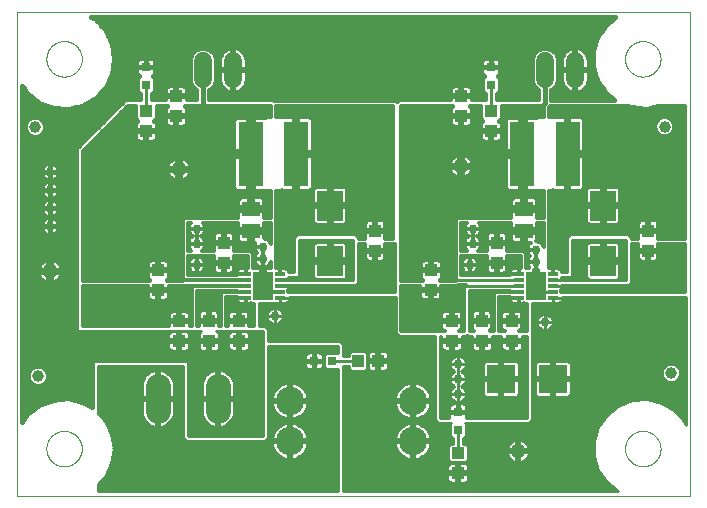
<source format=gtl>
G75*
%MOIN*%
%OFA0B0*%
%FSLAX25Y25*%
%IPPOS*%
%LPD*%
%AMOC8*
5,1,8,0,0,1.08239X$1,22.5*
%
%ADD10C,0.00000*%
%ADD11C,0.08250*%
%ADD12C,0.09449*%
%ADD13R,0.03150X0.03150*%
%ADD14R,0.03937X0.04331*%
%ADD15R,0.04331X0.03937*%
%ADD16R,0.09449X0.09449*%
%ADD17C,0.05000*%
%ADD18R,0.03200X0.01200*%
%ADD19R,0.06500X0.09400*%
%ADD20R,0.08661X0.09843*%
%ADD21R,0.08465X0.21654*%
%ADD22R,0.05906X0.05118*%
%ADD23C,0.03937*%
%ADD24C,0.06000*%
%ADD25C,0.01000*%
%ADD26C,0.01200*%
%ADD27C,0.02953*%
%ADD28C,0.01600*%
D10*
X0051600Y0011800D02*
X0051600Y0173217D01*
X0276009Y0173217D01*
X0276009Y0011800D01*
X0051600Y0011800D01*
X0061442Y0027548D02*
X0061444Y0027701D01*
X0061450Y0027855D01*
X0061460Y0028008D01*
X0061474Y0028160D01*
X0061492Y0028313D01*
X0061514Y0028464D01*
X0061539Y0028615D01*
X0061569Y0028766D01*
X0061603Y0028916D01*
X0061640Y0029064D01*
X0061681Y0029212D01*
X0061726Y0029358D01*
X0061775Y0029504D01*
X0061828Y0029648D01*
X0061884Y0029790D01*
X0061944Y0029931D01*
X0062008Y0030071D01*
X0062075Y0030209D01*
X0062146Y0030345D01*
X0062221Y0030479D01*
X0062298Y0030611D01*
X0062380Y0030741D01*
X0062464Y0030869D01*
X0062552Y0030995D01*
X0062643Y0031118D01*
X0062737Y0031239D01*
X0062835Y0031357D01*
X0062935Y0031473D01*
X0063039Y0031586D01*
X0063145Y0031697D01*
X0063254Y0031805D01*
X0063366Y0031910D01*
X0063480Y0032011D01*
X0063598Y0032110D01*
X0063717Y0032206D01*
X0063839Y0032299D01*
X0063964Y0032388D01*
X0064091Y0032475D01*
X0064220Y0032557D01*
X0064351Y0032637D01*
X0064484Y0032713D01*
X0064619Y0032786D01*
X0064756Y0032855D01*
X0064895Y0032920D01*
X0065035Y0032982D01*
X0065177Y0033040D01*
X0065320Y0033095D01*
X0065465Y0033146D01*
X0065611Y0033193D01*
X0065758Y0033236D01*
X0065906Y0033275D01*
X0066055Y0033311D01*
X0066205Y0033342D01*
X0066356Y0033370D01*
X0066507Y0033394D01*
X0066660Y0033414D01*
X0066812Y0033430D01*
X0066965Y0033442D01*
X0067118Y0033450D01*
X0067271Y0033454D01*
X0067425Y0033454D01*
X0067578Y0033450D01*
X0067731Y0033442D01*
X0067884Y0033430D01*
X0068036Y0033414D01*
X0068189Y0033394D01*
X0068340Y0033370D01*
X0068491Y0033342D01*
X0068641Y0033311D01*
X0068790Y0033275D01*
X0068938Y0033236D01*
X0069085Y0033193D01*
X0069231Y0033146D01*
X0069376Y0033095D01*
X0069519Y0033040D01*
X0069661Y0032982D01*
X0069801Y0032920D01*
X0069940Y0032855D01*
X0070077Y0032786D01*
X0070212Y0032713D01*
X0070345Y0032637D01*
X0070476Y0032557D01*
X0070605Y0032475D01*
X0070732Y0032388D01*
X0070857Y0032299D01*
X0070979Y0032206D01*
X0071098Y0032110D01*
X0071216Y0032011D01*
X0071330Y0031910D01*
X0071442Y0031805D01*
X0071551Y0031697D01*
X0071657Y0031586D01*
X0071761Y0031473D01*
X0071861Y0031357D01*
X0071959Y0031239D01*
X0072053Y0031118D01*
X0072144Y0030995D01*
X0072232Y0030869D01*
X0072316Y0030741D01*
X0072398Y0030611D01*
X0072475Y0030479D01*
X0072550Y0030345D01*
X0072621Y0030209D01*
X0072688Y0030071D01*
X0072752Y0029931D01*
X0072812Y0029790D01*
X0072868Y0029648D01*
X0072921Y0029504D01*
X0072970Y0029358D01*
X0073015Y0029212D01*
X0073056Y0029064D01*
X0073093Y0028916D01*
X0073127Y0028766D01*
X0073157Y0028615D01*
X0073182Y0028464D01*
X0073204Y0028313D01*
X0073222Y0028160D01*
X0073236Y0028008D01*
X0073246Y0027855D01*
X0073252Y0027701D01*
X0073254Y0027548D01*
X0073252Y0027395D01*
X0073246Y0027241D01*
X0073236Y0027088D01*
X0073222Y0026936D01*
X0073204Y0026783D01*
X0073182Y0026632D01*
X0073157Y0026481D01*
X0073127Y0026330D01*
X0073093Y0026180D01*
X0073056Y0026032D01*
X0073015Y0025884D01*
X0072970Y0025738D01*
X0072921Y0025592D01*
X0072868Y0025448D01*
X0072812Y0025306D01*
X0072752Y0025165D01*
X0072688Y0025025D01*
X0072621Y0024887D01*
X0072550Y0024751D01*
X0072475Y0024617D01*
X0072398Y0024485D01*
X0072316Y0024355D01*
X0072232Y0024227D01*
X0072144Y0024101D01*
X0072053Y0023978D01*
X0071959Y0023857D01*
X0071861Y0023739D01*
X0071761Y0023623D01*
X0071657Y0023510D01*
X0071551Y0023399D01*
X0071442Y0023291D01*
X0071330Y0023186D01*
X0071216Y0023085D01*
X0071098Y0022986D01*
X0070979Y0022890D01*
X0070857Y0022797D01*
X0070732Y0022708D01*
X0070605Y0022621D01*
X0070476Y0022539D01*
X0070345Y0022459D01*
X0070212Y0022383D01*
X0070077Y0022310D01*
X0069940Y0022241D01*
X0069801Y0022176D01*
X0069661Y0022114D01*
X0069519Y0022056D01*
X0069376Y0022001D01*
X0069231Y0021950D01*
X0069085Y0021903D01*
X0068938Y0021860D01*
X0068790Y0021821D01*
X0068641Y0021785D01*
X0068491Y0021754D01*
X0068340Y0021726D01*
X0068189Y0021702D01*
X0068036Y0021682D01*
X0067884Y0021666D01*
X0067731Y0021654D01*
X0067578Y0021646D01*
X0067425Y0021642D01*
X0067271Y0021642D01*
X0067118Y0021646D01*
X0066965Y0021654D01*
X0066812Y0021666D01*
X0066660Y0021682D01*
X0066507Y0021702D01*
X0066356Y0021726D01*
X0066205Y0021754D01*
X0066055Y0021785D01*
X0065906Y0021821D01*
X0065758Y0021860D01*
X0065611Y0021903D01*
X0065465Y0021950D01*
X0065320Y0022001D01*
X0065177Y0022056D01*
X0065035Y0022114D01*
X0064895Y0022176D01*
X0064756Y0022241D01*
X0064619Y0022310D01*
X0064484Y0022383D01*
X0064351Y0022459D01*
X0064220Y0022539D01*
X0064091Y0022621D01*
X0063964Y0022708D01*
X0063839Y0022797D01*
X0063717Y0022890D01*
X0063598Y0022986D01*
X0063480Y0023085D01*
X0063366Y0023186D01*
X0063254Y0023291D01*
X0063145Y0023399D01*
X0063039Y0023510D01*
X0062935Y0023623D01*
X0062835Y0023739D01*
X0062737Y0023857D01*
X0062643Y0023978D01*
X0062552Y0024101D01*
X0062464Y0024227D01*
X0062380Y0024355D01*
X0062298Y0024485D01*
X0062221Y0024617D01*
X0062146Y0024751D01*
X0062075Y0024887D01*
X0062008Y0025025D01*
X0061944Y0025165D01*
X0061884Y0025306D01*
X0061828Y0025448D01*
X0061775Y0025592D01*
X0061726Y0025738D01*
X0061681Y0025884D01*
X0061640Y0026032D01*
X0061603Y0026180D01*
X0061569Y0026330D01*
X0061539Y0026481D01*
X0061514Y0026632D01*
X0061492Y0026783D01*
X0061474Y0026936D01*
X0061460Y0027088D01*
X0061450Y0027241D01*
X0061444Y0027395D01*
X0061442Y0027548D01*
X0254355Y0027548D02*
X0254357Y0027701D01*
X0254363Y0027855D01*
X0254373Y0028008D01*
X0254387Y0028160D01*
X0254405Y0028313D01*
X0254427Y0028464D01*
X0254452Y0028615D01*
X0254482Y0028766D01*
X0254516Y0028916D01*
X0254553Y0029064D01*
X0254594Y0029212D01*
X0254639Y0029358D01*
X0254688Y0029504D01*
X0254741Y0029648D01*
X0254797Y0029790D01*
X0254857Y0029931D01*
X0254921Y0030071D01*
X0254988Y0030209D01*
X0255059Y0030345D01*
X0255134Y0030479D01*
X0255211Y0030611D01*
X0255293Y0030741D01*
X0255377Y0030869D01*
X0255465Y0030995D01*
X0255556Y0031118D01*
X0255650Y0031239D01*
X0255748Y0031357D01*
X0255848Y0031473D01*
X0255952Y0031586D01*
X0256058Y0031697D01*
X0256167Y0031805D01*
X0256279Y0031910D01*
X0256393Y0032011D01*
X0256511Y0032110D01*
X0256630Y0032206D01*
X0256752Y0032299D01*
X0256877Y0032388D01*
X0257004Y0032475D01*
X0257133Y0032557D01*
X0257264Y0032637D01*
X0257397Y0032713D01*
X0257532Y0032786D01*
X0257669Y0032855D01*
X0257808Y0032920D01*
X0257948Y0032982D01*
X0258090Y0033040D01*
X0258233Y0033095D01*
X0258378Y0033146D01*
X0258524Y0033193D01*
X0258671Y0033236D01*
X0258819Y0033275D01*
X0258968Y0033311D01*
X0259118Y0033342D01*
X0259269Y0033370D01*
X0259420Y0033394D01*
X0259573Y0033414D01*
X0259725Y0033430D01*
X0259878Y0033442D01*
X0260031Y0033450D01*
X0260184Y0033454D01*
X0260338Y0033454D01*
X0260491Y0033450D01*
X0260644Y0033442D01*
X0260797Y0033430D01*
X0260949Y0033414D01*
X0261102Y0033394D01*
X0261253Y0033370D01*
X0261404Y0033342D01*
X0261554Y0033311D01*
X0261703Y0033275D01*
X0261851Y0033236D01*
X0261998Y0033193D01*
X0262144Y0033146D01*
X0262289Y0033095D01*
X0262432Y0033040D01*
X0262574Y0032982D01*
X0262714Y0032920D01*
X0262853Y0032855D01*
X0262990Y0032786D01*
X0263125Y0032713D01*
X0263258Y0032637D01*
X0263389Y0032557D01*
X0263518Y0032475D01*
X0263645Y0032388D01*
X0263770Y0032299D01*
X0263892Y0032206D01*
X0264011Y0032110D01*
X0264129Y0032011D01*
X0264243Y0031910D01*
X0264355Y0031805D01*
X0264464Y0031697D01*
X0264570Y0031586D01*
X0264674Y0031473D01*
X0264774Y0031357D01*
X0264872Y0031239D01*
X0264966Y0031118D01*
X0265057Y0030995D01*
X0265145Y0030869D01*
X0265229Y0030741D01*
X0265311Y0030611D01*
X0265388Y0030479D01*
X0265463Y0030345D01*
X0265534Y0030209D01*
X0265601Y0030071D01*
X0265665Y0029931D01*
X0265725Y0029790D01*
X0265781Y0029648D01*
X0265834Y0029504D01*
X0265883Y0029358D01*
X0265928Y0029212D01*
X0265969Y0029064D01*
X0266006Y0028916D01*
X0266040Y0028766D01*
X0266070Y0028615D01*
X0266095Y0028464D01*
X0266117Y0028313D01*
X0266135Y0028160D01*
X0266149Y0028008D01*
X0266159Y0027855D01*
X0266165Y0027701D01*
X0266167Y0027548D01*
X0266165Y0027395D01*
X0266159Y0027241D01*
X0266149Y0027088D01*
X0266135Y0026936D01*
X0266117Y0026783D01*
X0266095Y0026632D01*
X0266070Y0026481D01*
X0266040Y0026330D01*
X0266006Y0026180D01*
X0265969Y0026032D01*
X0265928Y0025884D01*
X0265883Y0025738D01*
X0265834Y0025592D01*
X0265781Y0025448D01*
X0265725Y0025306D01*
X0265665Y0025165D01*
X0265601Y0025025D01*
X0265534Y0024887D01*
X0265463Y0024751D01*
X0265388Y0024617D01*
X0265311Y0024485D01*
X0265229Y0024355D01*
X0265145Y0024227D01*
X0265057Y0024101D01*
X0264966Y0023978D01*
X0264872Y0023857D01*
X0264774Y0023739D01*
X0264674Y0023623D01*
X0264570Y0023510D01*
X0264464Y0023399D01*
X0264355Y0023291D01*
X0264243Y0023186D01*
X0264129Y0023085D01*
X0264011Y0022986D01*
X0263892Y0022890D01*
X0263770Y0022797D01*
X0263645Y0022708D01*
X0263518Y0022621D01*
X0263389Y0022539D01*
X0263258Y0022459D01*
X0263125Y0022383D01*
X0262990Y0022310D01*
X0262853Y0022241D01*
X0262714Y0022176D01*
X0262574Y0022114D01*
X0262432Y0022056D01*
X0262289Y0022001D01*
X0262144Y0021950D01*
X0261998Y0021903D01*
X0261851Y0021860D01*
X0261703Y0021821D01*
X0261554Y0021785D01*
X0261404Y0021754D01*
X0261253Y0021726D01*
X0261102Y0021702D01*
X0260949Y0021682D01*
X0260797Y0021666D01*
X0260644Y0021654D01*
X0260491Y0021646D01*
X0260338Y0021642D01*
X0260184Y0021642D01*
X0260031Y0021646D01*
X0259878Y0021654D01*
X0259725Y0021666D01*
X0259573Y0021682D01*
X0259420Y0021702D01*
X0259269Y0021726D01*
X0259118Y0021754D01*
X0258968Y0021785D01*
X0258819Y0021821D01*
X0258671Y0021860D01*
X0258524Y0021903D01*
X0258378Y0021950D01*
X0258233Y0022001D01*
X0258090Y0022056D01*
X0257948Y0022114D01*
X0257808Y0022176D01*
X0257669Y0022241D01*
X0257532Y0022310D01*
X0257397Y0022383D01*
X0257264Y0022459D01*
X0257133Y0022539D01*
X0257004Y0022621D01*
X0256877Y0022708D01*
X0256752Y0022797D01*
X0256630Y0022890D01*
X0256511Y0022986D01*
X0256393Y0023085D01*
X0256279Y0023186D01*
X0256167Y0023291D01*
X0256058Y0023399D01*
X0255952Y0023510D01*
X0255848Y0023623D01*
X0255748Y0023739D01*
X0255650Y0023857D01*
X0255556Y0023978D01*
X0255465Y0024101D01*
X0255377Y0024227D01*
X0255293Y0024355D01*
X0255211Y0024485D01*
X0255134Y0024617D01*
X0255059Y0024751D01*
X0254988Y0024887D01*
X0254921Y0025025D01*
X0254857Y0025165D01*
X0254797Y0025306D01*
X0254741Y0025448D01*
X0254688Y0025592D01*
X0254639Y0025738D01*
X0254594Y0025884D01*
X0254553Y0026032D01*
X0254516Y0026180D01*
X0254482Y0026330D01*
X0254452Y0026481D01*
X0254427Y0026632D01*
X0254405Y0026783D01*
X0254387Y0026936D01*
X0254373Y0027088D01*
X0254363Y0027241D01*
X0254357Y0027395D01*
X0254355Y0027548D01*
X0254355Y0157469D02*
X0254357Y0157622D01*
X0254363Y0157776D01*
X0254373Y0157929D01*
X0254387Y0158081D01*
X0254405Y0158234D01*
X0254427Y0158385D01*
X0254452Y0158536D01*
X0254482Y0158687D01*
X0254516Y0158837D01*
X0254553Y0158985D01*
X0254594Y0159133D01*
X0254639Y0159279D01*
X0254688Y0159425D01*
X0254741Y0159569D01*
X0254797Y0159711D01*
X0254857Y0159852D01*
X0254921Y0159992D01*
X0254988Y0160130D01*
X0255059Y0160266D01*
X0255134Y0160400D01*
X0255211Y0160532D01*
X0255293Y0160662D01*
X0255377Y0160790D01*
X0255465Y0160916D01*
X0255556Y0161039D01*
X0255650Y0161160D01*
X0255748Y0161278D01*
X0255848Y0161394D01*
X0255952Y0161507D01*
X0256058Y0161618D01*
X0256167Y0161726D01*
X0256279Y0161831D01*
X0256393Y0161932D01*
X0256511Y0162031D01*
X0256630Y0162127D01*
X0256752Y0162220D01*
X0256877Y0162309D01*
X0257004Y0162396D01*
X0257133Y0162478D01*
X0257264Y0162558D01*
X0257397Y0162634D01*
X0257532Y0162707D01*
X0257669Y0162776D01*
X0257808Y0162841D01*
X0257948Y0162903D01*
X0258090Y0162961D01*
X0258233Y0163016D01*
X0258378Y0163067D01*
X0258524Y0163114D01*
X0258671Y0163157D01*
X0258819Y0163196D01*
X0258968Y0163232D01*
X0259118Y0163263D01*
X0259269Y0163291D01*
X0259420Y0163315D01*
X0259573Y0163335D01*
X0259725Y0163351D01*
X0259878Y0163363D01*
X0260031Y0163371D01*
X0260184Y0163375D01*
X0260338Y0163375D01*
X0260491Y0163371D01*
X0260644Y0163363D01*
X0260797Y0163351D01*
X0260949Y0163335D01*
X0261102Y0163315D01*
X0261253Y0163291D01*
X0261404Y0163263D01*
X0261554Y0163232D01*
X0261703Y0163196D01*
X0261851Y0163157D01*
X0261998Y0163114D01*
X0262144Y0163067D01*
X0262289Y0163016D01*
X0262432Y0162961D01*
X0262574Y0162903D01*
X0262714Y0162841D01*
X0262853Y0162776D01*
X0262990Y0162707D01*
X0263125Y0162634D01*
X0263258Y0162558D01*
X0263389Y0162478D01*
X0263518Y0162396D01*
X0263645Y0162309D01*
X0263770Y0162220D01*
X0263892Y0162127D01*
X0264011Y0162031D01*
X0264129Y0161932D01*
X0264243Y0161831D01*
X0264355Y0161726D01*
X0264464Y0161618D01*
X0264570Y0161507D01*
X0264674Y0161394D01*
X0264774Y0161278D01*
X0264872Y0161160D01*
X0264966Y0161039D01*
X0265057Y0160916D01*
X0265145Y0160790D01*
X0265229Y0160662D01*
X0265311Y0160532D01*
X0265388Y0160400D01*
X0265463Y0160266D01*
X0265534Y0160130D01*
X0265601Y0159992D01*
X0265665Y0159852D01*
X0265725Y0159711D01*
X0265781Y0159569D01*
X0265834Y0159425D01*
X0265883Y0159279D01*
X0265928Y0159133D01*
X0265969Y0158985D01*
X0266006Y0158837D01*
X0266040Y0158687D01*
X0266070Y0158536D01*
X0266095Y0158385D01*
X0266117Y0158234D01*
X0266135Y0158081D01*
X0266149Y0157929D01*
X0266159Y0157776D01*
X0266165Y0157622D01*
X0266167Y0157469D01*
X0266165Y0157316D01*
X0266159Y0157162D01*
X0266149Y0157009D01*
X0266135Y0156857D01*
X0266117Y0156704D01*
X0266095Y0156553D01*
X0266070Y0156402D01*
X0266040Y0156251D01*
X0266006Y0156101D01*
X0265969Y0155953D01*
X0265928Y0155805D01*
X0265883Y0155659D01*
X0265834Y0155513D01*
X0265781Y0155369D01*
X0265725Y0155227D01*
X0265665Y0155086D01*
X0265601Y0154946D01*
X0265534Y0154808D01*
X0265463Y0154672D01*
X0265388Y0154538D01*
X0265311Y0154406D01*
X0265229Y0154276D01*
X0265145Y0154148D01*
X0265057Y0154022D01*
X0264966Y0153899D01*
X0264872Y0153778D01*
X0264774Y0153660D01*
X0264674Y0153544D01*
X0264570Y0153431D01*
X0264464Y0153320D01*
X0264355Y0153212D01*
X0264243Y0153107D01*
X0264129Y0153006D01*
X0264011Y0152907D01*
X0263892Y0152811D01*
X0263770Y0152718D01*
X0263645Y0152629D01*
X0263518Y0152542D01*
X0263389Y0152460D01*
X0263258Y0152380D01*
X0263125Y0152304D01*
X0262990Y0152231D01*
X0262853Y0152162D01*
X0262714Y0152097D01*
X0262574Y0152035D01*
X0262432Y0151977D01*
X0262289Y0151922D01*
X0262144Y0151871D01*
X0261998Y0151824D01*
X0261851Y0151781D01*
X0261703Y0151742D01*
X0261554Y0151706D01*
X0261404Y0151675D01*
X0261253Y0151647D01*
X0261102Y0151623D01*
X0260949Y0151603D01*
X0260797Y0151587D01*
X0260644Y0151575D01*
X0260491Y0151567D01*
X0260338Y0151563D01*
X0260184Y0151563D01*
X0260031Y0151567D01*
X0259878Y0151575D01*
X0259725Y0151587D01*
X0259573Y0151603D01*
X0259420Y0151623D01*
X0259269Y0151647D01*
X0259118Y0151675D01*
X0258968Y0151706D01*
X0258819Y0151742D01*
X0258671Y0151781D01*
X0258524Y0151824D01*
X0258378Y0151871D01*
X0258233Y0151922D01*
X0258090Y0151977D01*
X0257948Y0152035D01*
X0257808Y0152097D01*
X0257669Y0152162D01*
X0257532Y0152231D01*
X0257397Y0152304D01*
X0257264Y0152380D01*
X0257133Y0152460D01*
X0257004Y0152542D01*
X0256877Y0152629D01*
X0256752Y0152718D01*
X0256630Y0152811D01*
X0256511Y0152907D01*
X0256393Y0153006D01*
X0256279Y0153107D01*
X0256167Y0153212D01*
X0256058Y0153320D01*
X0255952Y0153431D01*
X0255848Y0153544D01*
X0255748Y0153660D01*
X0255650Y0153778D01*
X0255556Y0153899D01*
X0255465Y0154022D01*
X0255377Y0154148D01*
X0255293Y0154276D01*
X0255211Y0154406D01*
X0255134Y0154538D01*
X0255059Y0154672D01*
X0254988Y0154808D01*
X0254921Y0154946D01*
X0254857Y0155086D01*
X0254797Y0155227D01*
X0254741Y0155369D01*
X0254688Y0155513D01*
X0254639Y0155659D01*
X0254594Y0155805D01*
X0254553Y0155953D01*
X0254516Y0156101D01*
X0254482Y0156251D01*
X0254452Y0156402D01*
X0254427Y0156553D01*
X0254405Y0156704D01*
X0254387Y0156857D01*
X0254373Y0157009D01*
X0254363Y0157162D01*
X0254357Y0157316D01*
X0254355Y0157469D01*
X0061442Y0157469D02*
X0061444Y0157622D01*
X0061450Y0157776D01*
X0061460Y0157929D01*
X0061474Y0158081D01*
X0061492Y0158234D01*
X0061514Y0158385D01*
X0061539Y0158536D01*
X0061569Y0158687D01*
X0061603Y0158837D01*
X0061640Y0158985D01*
X0061681Y0159133D01*
X0061726Y0159279D01*
X0061775Y0159425D01*
X0061828Y0159569D01*
X0061884Y0159711D01*
X0061944Y0159852D01*
X0062008Y0159992D01*
X0062075Y0160130D01*
X0062146Y0160266D01*
X0062221Y0160400D01*
X0062298Y0160532D01*
X0062380Y0160662D01*
X0062464Y0160790D01*
X0062552Y0160916D01*
X0062643Y0161039D01*
X0062737Y0161160D01*
X0062835Y0161278D01*
X0062935Y0161394D01*
X0063039Y0161507D01*
X0063145Y0161618D01*
X0063254Y0161726D01*
X0063366Y0161831D01*
X0063480Y0161932D01*
X0063598Y0162031D01*
X0063717Y0162127D01*
X0063839Y0162220D01*
X0063964Y0162309D01*
X0064091Y0162396D01*
X0064220Y0162478D01*
X0064351Y0162558D01*
X0064484Y0162634D01*
X0064619Y0162707D01*
X0064756Y0162776D01*
X0064895Y0162841D01*
X0065035Y0162903D01*
X0065177Y0162961D01*
X0065320Y0163016D01*
X0065465Y0163067D01*
X0065611Y0163114D01*
X0065758Y0163157D01*
X0065906Y0163196D01*
X0066055Y0163232D01*
X0066205Y0163263D01*
X0066356Y0163291D01*
X0066507Y0163315D01*
X0066660Y0163335D01*
X0066812Y0163351D01*
X0066965Y0163363D01*
X0067118Y0163371D01*
X0067271Y0163375D01*
X0067425Y0163375D01*
X0067578Y0163371D01*
X0067731Y0163363D01*
X0067884Y0163351D01*
X0068036Y0163335D01*
X0068189Y0163315D01*
X0068340Y0163291D01*
X0068491Y0163263D01*
X0068641Y0163232D01*
X0068790Y0163196D01*
X0068938Y0163157D01*
X0069085Y0163114D01*
X0069231Y0163067D01*
X0069376Y0163016D01*
X0069519Y0162961D01*
X0069661Y0162903D01*
X0069801Y0162841D01*
X0069940Y0162776D01*
X0070077Y0162707D01*
X0070212Y0162634D01*
X0070345Y0162558D01*
X0070476Y0162478D01*
X0070605Y0162396D01*
X0070732Y0162309D01*
X0070857Y0162220D01*
X0070979Y0162127D01*
X0071098Y0162031D01*
X0071216Y0161932D01*
X0071330Y0161831D01*
X0071442Y0161726D01*
X0071551Y0161618D01*
X0071657Y0161507D01*
X0071761Y0161394D01*
X0071861Y0161278D01*
X0071959Y0161160D01*
X0072053Y0161039D01*
X0072144Y0160916D01*
X0072232Y0160790D01*
X0072316Y0160662D01*
X0072398Y0160532D01*
X0072475Y0160400D01*
X0072550Y0160266D01*
X0072621Y0160130D01*
X0072688Y0159992D01*
X0072752Y0159852D01*
X0072812Y0159711D01*
X0072868Y0159569D01*
X0072921Y0159425D01*
X0072970Y0159279D01*
X0073015Y0159133D01*
X0073056Y0158985D01*
X0073093Y0158837D01*
X0073127Y0158687D01*
X0073157Y0158536D01*
X0073182Y0158385D01*
X0073204Y0158234D01*
X0073222Y0158081D01*
X0073236Y0157929D01*
X0073246Y0157776D01*
X0073252Y0157622D01*
X0073254Y0157469D01*
X0073252Y0157316D01*
X0073246Y0157162D01*
X0073236Y0157009D01*
X0073222Y0156857D01*
X0073204Y0156704D01*
X0073182Y0156553D01*
X0073157Y0156402D01*
X0073127Y0156251D01*
X0073093Y0156101D01*
X0073056Y0155953D01*
X0073015Y0155805D01*
X0072970Y0155659D01*
X0072921Y0155513D01*
X0072868Y0155369D01*
X0072812Y0155227D01*
X0072752Y0155086D01*
X0072688Y0154946D01*
X0072621Y0154808D01*
X0072550Y0154672D01*
X0072475Y0154538D01*
X0072398Y0154406D01*
X0072316Y0154276D01*
X0072232Y0154148D01*
X0072144Y0154022D01*
X0072053Y0153899D01*
X0071959Y0153778D01*
X0071861Y0153660D01*
X0071761Y0153544D01*
X0071657Y0153431D01*
X0071551Y0153320D01*
X0071442Y0153212D01*
X0071330Y0153107D01*
X0071216Y0153006D01*
X0071098Y0152907D01*
X0070979Y0152811D01*
X0070857Y0152718D01*
X0070732Y0152629D01*
X0070605Y0152542D01*
X0070476Y0152460D01*
X0070345Y0152380D01*
X0070212Y0152304D01*
X0070077Y0152231D01*
X0069940Y0152162D01*
X0069801Y0152097D01*
X0069661Y0152035D01*
X0069519Y0151977D01*
X0069376Y0151922D01*
X0069231Y0151871D01*
X0069085Y0151824D01*
X0068938Y0151781D01*
X0068790Y0151742D01*
X0068641Y0151706D01*
X0068491Y0151675D01*
X0068340Y0151647D01*
X0068189Y0151623D01*
X0068036Y0151603D01*
X0067884Y0151587D01*
X0067731Y0151575D01*
X0067578Y0151567D01*
X0067425Y0151563D01*
X0067271Y0151563D01*
X0067118Y0151567D01*
X0066965Y0151575D01*
X0066812Y0151587D01*
X0066660Y0151603D01*
X0066507Y0151623D01*
X0066356Y0151647D01*
X0066205Y0151675D01*
X0066055Y0151706D01*
X0065906Y0151742D01*
X0065758Y0151781D01*
X0065611Y0151824D01*
X0065465Y0151871D01*
X0065320Y0151922D01*
X0065177Y0151977D01*
X0065035Y0152035D01*
X0064895Y0152097D01*
X0064756Y0152162D01*
X0064619Y0152231D01*
X0064484Y0152304D01*
X0064351Y0152380D01*
X0064220Y0152460D01*
X0064091Y0152542D01*
X0063964Y0152629D01*
X0063839Y0152718D01*
X0063717Y0152811D01*
X0063598Y0152907D01*
X0063480Y0153006D01*
X0063366Y0153107D01*
X0063254Y0153212D01*
X0063145Y0153320D01*
X0063039Y0153431D01*
X0062935Y0153544D01*
X0062835Y0153660D01*
X0062737Y0153778D01*
X0062643Y0153899D01*
X0062552Y0154022D01*
X0062464Y0154148D01*
X0062380Y0154276D01*
X0062298Y0154406D01*
X0062221Y0154538D01*
X0062146Y0154672D01*
X0062075Y0154808D01*
X0062008Y0154946D01*
X0061944Y0155086D01*
X0061884Y0155227D01*
X0061828Y0155369D01*
X0061775Y0155513D01*
X0061726Y0155659D01*
X0061681Y0155805D01*
X0061640Y0155953D01*
X0061603Y0156101D01*
X0061569Y0156251D01*
X0061539Y0156402D01*
X0061514Y0156553D01*
X0061492Y0156704D01*
X0061474Y0156857D01*
X0061460Y0157009D01*
X0061450Y0157162D01*
X0061444Y0157316D01*
X0061442Y0157469D01*
D11*
X0098600Y0048425D02*
X0098600Y0040175D01*
X0118600Y0040175D02*
X0118600Y0048425D01*
D12*
X0142600Y0043500D03*
X0142600Y0030100D03*
X0183600Y0030100D03*
X0183600Y0043500D03*
D13*
X0198600Y0039753D03*
X0198600Y0033847D03*
X0156553Y0056800D03*
X0150647Y0056800D03*
X0094600Y0148847D03*
X0094600Y0154753D03*
X0209600Y0154753D03*
X0209600Y0148847D03*
D14*
X0171100Y0100146D03*
X0171100Y0093454D03*
X0206600Y0070146D03*
X0206600Y0063454D03*
X0171946Y0056800D03*
X0165254Y0056800D03*
X0115600Y0063454D03*
X0115600Y0070146D03*
X0120600Y0089454D03*
X0120600Y0096146D03*
X0211600Y0096146D03*
X0211600Y0089454D03*
X0262100Y0093454D03*
X0262100Y0100146D03*
D15*
X0216600Y0070146D03*
X0216600Y0063454D03*
X0196600Y0063454D03*
X0196600Y0070146D03*
X0189600Y0080454D03*
X0189600Y0087146D03*
X0125600Y0070146D03*
X0125600Y0063454D03*
X0105600Y0063454D03*
X0105600Y0070146D03*
X0098600Y0080454D03*
X0098600Y0087146D03*
X0094600Y0133454D03*
X0104600Y0138454D03*
X0094600Y0140146D03*
X0104600Y0145146D03*
X0199600Y0145146D03*
X0209600Y0140146D03*
X0199600Y0138454D03*
X0209600Y0133454D03*
X0198600Y0026146D03*
X0198600Y0019454D03*
D16*
X0212939Y0050800D03*
X0230261Y0050800D03*
D17*
X0218600Y0026800D03*
X0062600Y0086800D03*
X0105600Y0120800D03*
X0199600Y0121800D03*
D18*
X0218900Y0085700D03*
X0218900Y0083800D03*
X0218900Y0081800D03*
X0218900Y0079800D03*
X0218900Y0077900D03*
X0230300Y0077900D03*
X0230300Y0079800D03*
X0230300Y0081800D03*
X0230300Y0083800D03*
X0230300Y0085700D03*
X0139300Y0085700D03*
X0139300Y0083800D03*
X0139300Y0081800D03*
X0139300Y0079800D03*
X0139300Y0077900D03*
X0127900Y0077900D03*
X0127900Y0079800D03*
X0127900Y0081800D03*
X0127900Y0083800D03*
X0127900Y0085700D03*
D19*
X0133600Y0081800D03*
X0224600Y0081800D03*
D20*
X0247100Y0090048D03*
X0247100Y0108552D03*
X0156100Y0108552D03*
X0156100Y0090048D03*
D21*
X0144679Y0125800D03*
X0129521Y0125800D03*
X0220021Y0125800D03*
X0235179Y0125800D03*
D22*
X0220600Y0107540D03*
X0220600Y0100060D03*
X0129600Y0100060D03*
X0129600Y0107540D03*
D23*
X0057600Y0134800D03*
X0058600Y0051800D03*
X0269600Y0052800D03*
X0267600Y0134800D03*
D24*
X0237600Y0150800D02*
X0237600Y0156800D01*
X0227600Y0156800D02*
X0227600Y0150800D01*
X0123600Y0150800D02*
X0123600Y0156800D01*
X0113600Y0156800D02*
X0113600Y0150800D01*
D25*
X0094600Y0148847D02*
X0094600Y0140146D01*
X0194600Y0086800D02*
X0194600Y0083800D01*
X0218900Y0083800D01*
X0218900Y0081800D02*
X0198600Y0081800D01*
X0177909Y0078109D02*
X0177909Y0066100D01*
X0178900Y0065109D01*
X0191009Y0065109D01*
X0191009Y0037141D01*
X0191941Y0036209D01*
X0196270Y0036209D01*
X0195935Y0035874D01*
X0195935Y0031821D01*
X0196573Y0031182D01*
X0197009Y0031182D01*
X0197009Y0029205D01*
X0195983Y0029205D01*
X0195344Y0028567D01*
X0195344Y0023726D01*
X0195983Y0023087D01*
X0201217Y0023087D01*
X0201856Y0023726D01*
X0201856Y0028567D01*
X0201217Y0029205D01*
X0200191Y0029205D01*
X0200191Y0031182D01*
X0200627Y0031182D01*
X0201265Y0031821D01*
X0201265Y0035874D01*
X0200930Y0036209D01*
X0222259Y0036209D01*
X0223191Y0037141D01*
X0223191Y0066000D01*
X0223291Y0066100D01*
X0223291Y0076009D01*
X0228302Y0076009D01*
X0228353Y0076060D01*
X0228530Y0076013D01*
X0230300Y0076013D01*
X0232069Y0076013D01*
X0232397Y0076100D01*
X0232690Y0076270D01*
X0232930Y0076510D01*
X0233100Y0076803D01*
X0233187Y0077130D01*
X0233187Y0077900D01*
X0233187Y0078109D01*
X0274525Y0078109D01*
X0274525Y0035533D01*
X0273894Y0036843D01*
X0270549Y0040448D01*
X0266290Y0042907D01*
X0266290Y0042907D01*
X0261494Y0044002D01*
X0256590Y0043634D01*
X0256590Y0043634D01*
X0252011Y0041837D01*
X0248166Y0038771D01*
X0248166Y0038771D01*
X0248166Y0038771D01*
X0245395Y0034707D01*
X0243946Y0030007D01*
X0243946Y0025089D01*
X0245395Y0020389D01*
X0248166Y0016325D01*
X0248166Y0016325D01*
X0248166Y0016325D01*
X0251979Y0013284D01*
X0160191Y0013284D01*
X0160191Y0055209D01*
X0162194Y0055209D01*
X0162194Y0054183D01*
X0162833Y0053544D01*
X0167674Y0053544D01*
X0168313Y0054183D01*
X0168313Y0059417D01*
X0167674Y0060056D01*
X0162833Y0060056D01*
X0162194Y0059417D01*
X0162194Y0058391D01*
X0160191Y0058391D01*
X0160191Y0062459D01*
X0159259Y0063391D01*
X0135191Y0063391D01*
X0135191Y0067459D01*
X0134259Y0068391D01*
X0132291Y0068391D01*
X0132291Y0076009D01*
X0137302Y0076009D01*
X0137353Y0076060D01*
X0137530Y0076013D01*
X0139300Y0076013D01*
X0141069Y0076013D01*
X0141397Y0076100D01*
X0141690Y0076270D01*
X0141930Y0076510D01*
X0142100Y0076803D01*
X0142187Y0077130D01*
X0142187Y0077900D01*
X0139300Y0077900D01*
X0142187Y0077900D01*
X0142187Y0078109D01*
X0177909Y0078109D01*
X0177909Y0077702D02*
X0142187Y0077702D01*
X0142042Y0076703D02*
X0177909Y0076703D01*
X0177909Y0075705D02*
X0132291Y0075705D01*
X0132291Y0074706D02*
X0177909Y0074706D01*
X0177909Y0073708D02*
X0139601Y0073708D01*
X0139747Y0073562D02*
X0139362Y0073947D01*
X0138909Y0074249D01*
X0138406Y0074458D01*
X0137872Y0074564D01*
X0137600Y0074564D01*
X0137328Y0074564D01*
X0136794Y0074458D01*
X0136291Y0074249D01*
X0135838Y0073947D01*
X0135453Y0073562D01*
X0135151Y0073109D01*
X0134942Y0072606D01*
X0134836Y0072072D01*
X0134836Y0071800D01*
X0134836Y0071528D01*
X0134942Y0070994D01*
X0135151Y0070491D01*
X0135453Y0070038D01*
X0135838Y0069653D01*
X0136291Y0069351D01*
X0136794Y0069142D01*
X0137328Y0069036D01*
X0137600Y0069036D01*
X0137872Y0069036D01*
X0138406Y0069142D01*
X0138909Y0069351D01*
X0139362Y0069653D01*
X0139747Y0070038D01*
X0140049Y0070491D01*
X0140258Y0070994D01*
X0140364Y0071528D01*
X0140364Y0071800D01*
X0140364Y0072072D01*
X0140258Y0072606D01*
X0140049Y0073109D01*
X0139747Y0073562D01*
X0140215Y0072709D02*
X0177909Y0072709D01*
X0177909Y0071711D02*
X0140364Y0071711D01*
X0140364Y0071800D02*
X0137600Y0071800D01*
X0140364Y0071800D01*
X0140141Y0070712D02*
X0177909Y0070712D01*
X0177909Y0069714D02*
X0139422Y0069714D01*
X0137600Y0069714D02*
X0137600Y0069714D01*
X0137600Y0069036D02*
X0137600Y0071800D01*
X0137600Y0071800D01*
X0137600Y0071800D01*
X0137600Y0074564D01*
X0137600Y0071800D01*
X0137600Y0071800D01*
X0137600Y0071800D01*
X0134836Y0071800D01*
X0137600Y0071800D01*
X0137600Y0069036D01*
X0137600Y0070712D02*
X0137600Y0070712D01*
X0137600Y0071711D02*
X0137600Y0071711D01*
X0137600Y0072709D02*
X0137600Y0072709D01*
X0137600Y0073708D02*
X0137600Y0073708D01*
X0135599Y0073708D02*
X0132291Y0073708D01*
X0132291Y0072709D02*
X0134985Y0072709D01*
X0134836Y0071711D02*
X0132291Y0071711D01*
X0132291Y0070712D02*
X0135059Y0070712D01*
X0135778Y0069714D02*
X0132291Y0069714D01*
X0132291Y0068715D02*
X0177909Y0068715D01*
X0177909Y0067717D02*
X0134933Y0067717D01*
X0135191Y0066718D02*
X0177909Y0066718D01*
X0178290Y0065720D02*
X0135191Y0065720D01*
X0135191Y0064721D02*
X0191009Y0064721D01*
X0191009Y0063723D02*
X0135191Y0063723D01*
X0133600Y0063723D02*
X0126084Y0063723D01*
X0126084Y0063938D02*
X0129053Y0063938D01*
X0129053Y0065592D01*
X0128965Y0065919D01*
X0128796Y0066213D01*
X0128556Y0066452D01*
X0128262Y0066622D01*
X0127935Y0066709D01*
X0126084Y0066709D01*
X0126084Y0063938D01*
X0125116Y0063938D01*
X0125116Y0066709D01*
X0123265Y0066709D01*
X0122938Y0066622D01*
X0122644Y0066452D01*
X0122404Y0066213D01*
X0122235Y0065919D01*
X0122147Y0065592D01*
X0122147Y0063938D01*
X0125116Y0063938D01*
X0125116Y0062969D01*
X0126084Y0062969D01*
X0126084Y0060198D01*
X0127935Y0060198D01*
X0128262Y0060285D01*
X0128556Y0060455D01*
X0128796Y0060695D01*
X0128965Y0060988D01*
X0129053Y0061316D01*
X0129053Y0062969D01*
X0126084Y0062969D01*
X0126084Y0063938D01*
X0126084Y0064721D02*
X0125116Y0064721D01*
X0125116Y0063723D02*
X0116084Y0063723D01*
X0116084Y0063938D02*
X0118856Y0063938D01*
X0118856Y0065788D01*
X0118768Y0066116D01*
X0118599Y0066409D01*
X0118359Y0066649D01*
X0118098Y0066800D01*
X0133600Y0066800D01*
X0133600Y0031800D01*
X0108600Y0031800D01*
X0108600Y0056800D01*
X0053084Y0056800D01*
X0053084Y0066800D01*
X0113102Y0066800D01*
X0112841Y0066649D01*
X0112601Y0066409D01*
X0112432Y0066116D01*
X0112344Y0065788D01*
X0112344Y0063938D01*
X0115116Y0063938D01*
X0115116Y0062969D01*
X0116084Y0062969D01*
X0116084Y0060001D01*
X0117738Y0060001D01*
X0118065Y0060089D01*
X0118359Y0060258D01*
X0118599Y0060498D01*
X0118768Y0060791D01*
X0118856Y0061119D01*
X0118856Y0062969D01*
X0116084Y0062969D01*
X0116084Y0063938D01*
X0115116Y0063723D02*
X0106084Y0063723D01*
X0106084Y0063938D02*
X0109053Y0063938D01*
X0109053Y0065592D01*
X0108965Y0065919D01*
X0108796Y0066213D01*
X0108556Y0066452D01*
X0108262Y0066622D01*
X0107935Y0066709D01*
X0106084Y0066709D01*
X0106084Y0063938D01*
X0105116Y0063938D01*
X0105116Y0066709D01*
X0103265Y0066709D01*
X0102938Y0066622D01*
X0102644Y0066452D01*
X0102404Y0066213D01*
X0102235Y0065919D01*
X0102147Y0065592D01*
X0102147Y0063938D01*
X0105116Y0063938D01*
X0105116Y0062969D01*
X0106084Y0062969D01*
X0106084Y0060198D01*
X0107935Y0060198D01*
X0108262Y0060285D01*
X0108556Y0060455D01*
X0108796Y0060695D01*
X0108965Y0060988D01*
X0109053Y0061316D01*
X0109053Y0062969D01*
X0106084Y0062969D01*
X0106084Y0063938D01*
X0106084Y0064721D02*
X0105116Y0064721D01*
X0105116Y0063723D02*
X0053084Y0063723D01*
X0053084Y0064721D02*
X0102147Y0064721D01*
X0102182Y0065720D02*
X0053084Y0065720D01*
X0053084Y0066718D02*
X0112961Y0066718D01*
X0112344Y0065720D02*
X0109018Y0065720D01*
X0109053Y0064721D02*
X0112344Y0064721D01*
X0112344Y0062969D02*
X0112344Y0061119D01*
X0112432Y0060791D01*
X0112601Y0060498D01*
X0112841Y0060258D01*
X0113135Y0060089D01*
X0113462Y0060001D01*
X0115116Y0060001D01*
X0115116Y0062969D01*
X0112344Y0062969D01*
X0112344Y0062724D02*
X0109053Y0062724D01*
X0109053Y0061726D02*
X0112344Y0061726D01*
X0112469Y0060727D02*
X0108814Y0060727D01*
X0106084Y0060727D02*
X0105116Y0060727D01*
X0105116Y0060198D02*
X0105116Y0062969D01*
X0102147Y0062969D01*
X0102147Y0061316D01*
X0102235Y0060988D01*
X0102404Y0060695D01*
X0102644Y0060455D01*
X0102938Y0060285D01*
X0103265Y0060198D01*
X0105116Y0060198D01*
X0105116Y0061726D02*
X0106084Y0061726D01*
X0106084Y0062724D02*
X0105116Y0062724D01*
X0102147Y0062724D02*
X0053084Y0062724D01*
X0053084Y0061726D02*
X0102147Y0061726D01*
X0102386Y0060727D02*
X0053084Y0060727D01*
X0053084Y0059729D02*
X0133600Y0059729D01*
X0133600Y0060727D02*
X0128814Y0060727D01*
X0129053Y0061726D02*
X0133600Y0061726D01*
X0133600Y0062724D02*
X0129053Y0062724D01*
X0129053Y0064721D02*
X0133600Y0064721D01*
X0133600Y0065720D02*
X0129018Y0065720D01*
X0126084Y0065720D02*
X0125116Y0065720D01*
X0122182Y0065720D02*
X0118856Y0065720D01*
X0118856Y0064721D02*
X0122147Y0064721D01*
X0122147Y0062969D02*
X0122147Y0061316D01*
X0122235Y0060988D01*
X0122404Y0060695D01*
X0122644Y0060455D01*
X0122938Y0060285D01*
X0123265Y0060198D01*
X0125116Y0060198D01*
X0125116Y0062969D01*
X0122147Y0062969D01*
X0122147Y0062724D02*
X0118856Y0062724D01*
X0118856Y0061726D02*
X0122147Y0061726D01*
X0122386Y0060727D02*
X0118731Y0060727D01*
X0116084Y0060727D02*
X0115116Y0060727D01*
X0115116Y0061726D02*
X0116084Y0061726D01*
X0116084Y0062724D02*
X0115116Y0062724D01*
X0118239Y0066718D02*
X0133600Y0066718D01*
X0135191Y0061800D02*
X0158600Y0061800D01*
X0158600Y0059445D01*
X0158579Y0059465D01*
X0154526Y0059465D01*
X0153887Y0058827D01*
X0153887Y0054773D01*
X0154526Y0054135D01*
X0158579Y0054135D01*
X0158600Y0054155D01*
X0158600Y0013284D01*
X0078600Y0013284D01*
X0078600Y0015687D01*
X0080981Y0018253D01*
X0080981Y0018253D01*
X0083115Y0022685D01*
X0083848Y0027548D01*
X0083115Y0032411D01*
X0083115Y0032411D01*
X0080981Y0036843D01*
X0078600Y0039409D01*
X0078600Y0055209D01*
X0107009Y0055209D01*
X0107009Y0031141D01*
X0107941Y0030209D01*
X0134259Y0030209D01*
X0135191Y0031141D01*
X0135191Y0061800D01*
X0135191Y0061726D02*
X0158600Y0061726D01*
X0158600Y0060727D02*
X0135191Y0060727D01*
X0135191Y0059729D02*
X0158600Y0059729D01*
X0160191Y0059729D02*
X0162506Y0059729D01*
X0162194Y0058730D02*
X0160191Y0058730D01*
X0160191Y0060727D02*
X0191009Y0060727D01*
X0191009Y0059729D02*
X0174961Y0059729D01*
X0174945Y0059756D02*
X0174705Y0059996D01*
X0174412Y0060165D01*
X0174084Y0060253D01*
X0172431Y0060253D01*
X0172431Y0057284D01*
X0175202Y0057284D01*
X0175202Y0059135D01*
X0175115Y0059462D01*
X0174945Y0059756D01*
X0175202Y0058730D02*
X0191009Y0058730D01*
X0191009Y0057732D02*
X0175202Y0057732D01*
X0175202Y0056316D02*
X0172431Y0056316D01*
X0172431Y0057284D01*
X0171462Y0057284D01*
X0171462Y0056316D01*
X0168691Y0056316D01*
X0168691Y0054465D01*
X0168778Y0054138D01*
X0168948Y0053844D01*
X0169187Y0053604D01*
X0169481Y0053435D01*
X0169808Y0053347D01*
X0171462Y0053347D01*
X0171462Y0056316D01*
X0172431Y0056316D01*
X0172431Y0053347D01*
X0174084Y0053347D01*
X0174412Y0053435D01*
X0174705Y0053604D01*
X0174945Y0053844D01*
X0175115Y0054138D01*
X0175202Y0054465D01*
X0175202Y0056316D01*
X0175202Y0055734D02*
X0191009Y0055734D01*
X0191009Y0054736D02*
X0175202Y0054736D01*
X0174838Y0053737D02*
X0191009Y0053737D01*
X0191009Y0052739D02*
X0160191Y0052739D01*
X0160191Y0053737D02*
X0162640Y0053737D01*
X0162194Y0054736D02*
X0160191Y0054736D01*
X0158600Y0053737D02*
X0135191Y0053737D01*
X0135191Y0052739D02*
X0158600Y0052739D01*
X0158600Y0051740D02*
X0135191Y0051740D01*
X0135191Y0050742D02*
X0158600Y0050742D01*
X0158600Y0049743D02*
X0135191Y0049743D01*
X0135191Y0048745D02*
X0139652Y0048745D01*
X0139449Y0048642D02*
X0138684Y0048086D01*
X0138014Y0047416D01*
X0137458Y0046651D01*
X0137029Y0045808D01*
X0136736Y0044908D01*
X0136592Y0044000D01*
X0142100Y0044000D01*
X0142100Y0049508D01*
X0141192Y0049364D01*
X0140292Y0049071D01*
X0139449Y0048642D01*
X0138344Y0047746D02*
X0135191Y0047746D01*
X0135191Y0046748D02*
X0137529Y0046748D01*
X0137010Y0045749D02*
X0135191Y0045749D01*
X0135191Y0044751D02*
X0136711Y0044751D01*
X0136592Y0043000D02*
X0136736Y0042092D01*
X0137029Y0041192D01*
X0137458Y0040349D01*
X0138014Y0039584D01*
X0138684Y0038914D01*
X0139449Y0038358D01*
X0140292Y0037929D01*
X0141192Y0037636D01*
X0142100Y0037492D01*
X0142100Y0043000D01*
X0143100Y0043000D01*
X0143100Y0044000D01*
X0148608Y0044000D01*
X0148464Y0044908D01*
X0148171Y0045808D01*
X0147742Y0046651D01*
X0147186Y0047416D01*
X0146516Y0048086D01*
X0145751Y0048642D01*
X0144908Y0049071D01*
X0144008Y0049364D01*
X0143100Y0049508D01*
X0143100Y0044000D01*
X0142100Y0044000D01*
X0142100Y0043000D01*
X0136592Y0043000D01*
X0136631Y0042754D02*
X0135191Y0042754D01*
X0135191Y0043752D02*
X0142100Y0043752D01*
X0142100Y0042754D02*
X0143100Y0042754D01*
X0143100Y0043000D02*
X0143100Y0037492D01*
X0144008Y0037636D01*
X0144908Y0037929D01*
X0145751Y0038358D01*
X0146516Y0038914D01*
X0147186Y0039584D01*
X0147742Y0040349D01*
X0148171Y0041192D01*
X0148464Y0042092D01*
X0148608Y0043000D01*
X0143100Y0043000D01*
X0143100Y0043752D02*
X0158600Y0043752D01*
X0158600Y0042754D02*
X0148569Y0042754D01*
X0148354Y0041755D02*
X0158600Y0041755D01*
X0158600Y0040757D02*
X0147949Y0040757D01*
X0147313Y0039758D02*
X0158600Y0039758D01*
X0158600Y0038760D02*
X0146304Y0038760D01*
X0144393Y0037761D02*
X0158600Y0037761D01*
X0158600Y0036763D02*
X0135191Y0036763D01*
X0135191Y0037761D02*
X0140807Y0037761D01*
X0142100Y0037761D02*
X0143100Y0037761D01*
X0143100Y0038760D02*
X0142100Y0038760D01*
X0142100Y0039758D02*
X0143100Y0039758D01*
X0143100Y0040757D02*
X0142100Y0040757D01*
X0142100Y0041755D02*
X0143100Y0041755D01*
X0143100Y0044751D02*
X0142100Y0044751D01*
X0142100Y0045749D02*
X0143100Y0045749D01*
X0143100Y0046748D02*
X0142100Y0046748D01*
X0142100Y0047746D02*
X0143100Y0047746D01*
X0143100Y0048745D02*
X0142100Y0048745D01*
X0145548Y0048745D02*
X0158600Y0048745D01*
X0158600Y0047746D02*
X0146856Y0047746D01*
X0147671Y0046748D02*
X0158600Y0046748D01*
X0158600Y0045749D02*
X0148190Y0045749D01*
X0148489Y0044751D02*
X0158600Y0044751D01*
X0160191Y0044751D02*
X0177711Y0044751D01*
X0177736Y0044908D02*
X0177592Y0044000D01*
X0183100Y0044000D01*
X0183100Y0049508D01*
X0182192Y0049364D01*
X0181292Y0049071D01*
X0180449Y0048642D01*
X0179684Y0048086D01*
X0179014Y0047416D01*
X0178458Y0046651D01*
X0178029Y0045808D01*
X0177736Y0044908D01*
X0178010Y0045749D02*
X0160191Y0045749D01*
X0160191Y0046748D02*
X0178529Y0046748D01*
X0179344Y0047746D02*
X0160191Y0047746D01*
X0160191Y0048745D02*
X0180652Y0048745D01*
X0183100Y0048745D02*
X0184100Y0048745D01*
X0184100Y0049508D02*
X0185008Y0049364D01*
X0185908Y0049071D01*
X0186751Y0048642D01*
X0187516Y0048086D01*
X0188186Y0047416D01*
X0188742Y0046651D01*
X0189171Y0045808D01*
X0189464Y0044908D01*
X0189608Y0044000D01*
X0184100Y0044000D01*
X0184100Y0043000D01*
X0189608Y0043000D01*
X0189464Y0042092D01*
X0189171Y0041192D01*
X0188742Y0040349D01*
X0188186Y0039584D01*
X0187516Y0038914D01*
X0186751Y0038358D01*
X0185908Y0037929D01*
X0185008Y0037636D01*
X0184100Y0037492D01*
X0184100Y0043000D01*
X0183100Y0043000D01*
X0183100Y0037492D01*
X0182192Y0037636D01*
X0181292Y0037929D01*
X0180449Y0038358D01*
X0179684Y0038914D01*
X0179014Y0039584D01*
X0178458Y0040349D01*
X0178029Y0041192D01*
X0177736Y0042092D01*
X0177592Y0043000D01*
X0183100Y0043000D01*
X0183100Y0044000D01*
X0184100Y0044000D01*
X0184100Y0049508D01*
X0184100Y0047746D02*
X0183100Y0047746D01*
X0183100Y0046748D02*
X0184100Y0046748D01*
X0184100Y0045749D02*
X0183100Y0045749D01*
X0183100Y0044751D02*
X0184100Y0044751D01*
X0184100Y0043752D02*
X0191009Y0043752D01*
X0191009Y0042754D02*
X0189569Y0042754D01*
X0189354Y0041755D02*
X0191009Y0041755D01*
X0191009Y0040757D02*
X0188949Y0040757D01*
X0188312Y0039758D02*
X0191009Y0039758D01*
X0191009Y0038760D02*
X0187304Y0038760D01*
X0185393Y0037761D02*
X0191009Y0037761D01*
X0191388Y0036763D02*
X0160191Y0036763D01*
X0160191Y0037761D02*
X0181807Y0037761D01*
X0183100Y0037761D02*
X0184100Y0037761D01*
X0184100Y0038760D02*
X0183100Y0038760D01*
X0183100Y0039758D02*
X0184100Y0039758D01*
X0184100Y0040757D02*
X0183100Y0040757D01*
X0183100Y0041755D02*
X0184100Y0041755D01*
X0184100Y0042754D02*
X0183100Y0042754D01*
X0183100Y0043752D02*
X0160191Y0043752D01*
X0160191Y0042754D02*
X0177631Y0042754D01*
X0177846Y0041755D02*
X0160191Y0041755D01*
X0160191Y0040757D02*
X0178250Y0040757D01*
X0178887Y0039758D02*
X0160191Y0039758D01*
X0160191Y0038760D02*
X0179896Y0038760D01*
X0181292Y0035671D02*
X0180449Y0035242D01*
X0179684Y0034686D01*
X0179014Y0034016D01*
X0178458Y0033251D01*
X0178029Y0032408D01*
X0177736Y0031508D01*
X0177592Y0030600D01*
X0183100Y0030600D01*
X0183100Y0036108D01*
X0182192Y0035964D01*
X0181292Y0035671D01*
X0181578Y0035764D02*
X0160191Y0035764D01*
X0160191Y0034766D02*
X0179794Y0034766D01*
X0178833Y0033767D02*
X0160191Y0033767D01*
X0160191Y0032769D02*
X0178213Y0032769D01*
X0177822Y0031770D02*
X0160191Y0031770D01*
X0160191Y0030772D02*
X0177620Y0030772D01*
X0177592Y0029600D02*
X0177736Y0028692D01*
X0178029Y0027792D01*
X0178458Y0026949D01*
X0179014Y0026184D01*
X0179684Y0025514D01*
X0180449Y0024958D01*
X0181292Y0024529D01*
X0182192Y0024236D01*
X0183100Y0024092D01*
X0183100Y0029600D01*
X0184100Y0029600D01*
X0184100Y0030600D01*
X0189608Y0030600D01*
X0189464Y0031508D01*
X0189171Y0032408D01*
X0188742Y0033251D01*
X0188186Y0034016D01*
X0187516Y0034686D01*
X0186751Y0035242D01*
X0185908Y0035671D01*
X0185008Y0035964D01*
X0184100Y0036108D01*
X0184100Y0030600D01*
X0183100Y0030600D01*
X0183100Y0029600D01*
X0177592Y0029600D01*
X0177723Y0028775D02*
X0160191Y0028775D01*
X0160191Y0029773D02*
X0183100Y0029773D01*
X0183100Y0028775D02*
X0184100Y0028775D01*
X0184100Y0029600D02*
X0184100Y0024092D01*
X0185008Y0024236D01*
X0185908Y0024529D01*
X0186751Y0024958D01*
X0187516Y0025514D01*
X0188186Y0026184D01*
X0188742Y0026949D01*
X0189171Y0027792D01*
X0189464Y0028692D01*
X0189608Y0029600D01*
X0184100Y0029600D01*
X0184100Y0029773D02*
X0197009Y0029773D01*
X0197009Y0030772D02*
X0189580Y0030772D01*
X0189378Y0031770D02*
X0195985Y0031770D01*
X0195935Y0032769D02*
X0188987Y0032769D01*
X0188367Y0033767D02*
X0195935Y0033767D01*
X0195935Y0034766D02*
X0187406Y0034766D01*
X0185622Y0035764D02*
X0195935Y0035764D01*
X0195794Y0037800D02*
X0192600Y0037800D01*
X0192600Y0065109D01*
X0193147Y0065109D01*
X0193147Y0063938D01*
X0196116Y0063938D01*
X0196116Y0062969D01*
X0197084Y0062969D01*
X0197084Y0060198D01*
X0198935Y0060198D01*
X0199262Y0060285D01*
X0199556Y0060455D01*
X0199796Y0060695D01*
X0199965Y0060988D01*
X0200053Y0061316D01*
X0200053Y0062969D01*
X0197084Y0062969D01*
X0197084Y0063938D01*
X0200053Y0063938D01*
X0200053Y0065109D01*
X0201300Y0065109D01*
X0201600Y0065409D01*
X0201900Y0065109D01*
X0203344Y0065109D01*
X0203344Y0063938D01*
X0206116Y0063938D01*
X0206116Y0062969D01*
X0207084Y0062969D01*
X0207084Y0060001D01*
X0208738Y0060001D01*
X0209065Y0060089D01*
X0209359Y0060258D01*
X0209599Y0060498D01*
X0209768Y0060791D01*
X0209856Y0061119D01*
X0209856Y0062969D01*
X0207084Y0062969D01*
X0207084Y0063938D01*
X0209856Y0063938D01*
X0209856Y0065109D01*
X0213147Y0065109D01*
X0213147Y0063938D01*
X0216116Y0063938D01*
X0216116Y0062969D01*
X0217084Y0062969D01*
X0217084Y0060198D01*
X0218935Y0060198D01*
X0219262Y0060285D01*
X0219556Y0060455D01*
X0219796Y0060695D01*
X0219965Y0060988D01*
X0220053Y0061316D01*
X0220053Y0062969D01*
X0217084Y0062969D01*
X0217084Y0063938D01*
X0220053Y0063938D01*
X0220053Y0065109D01*
X0221600Y0065109D01*
X0221600Y0037800D01*
X0201406Y0037800D01*
X0201462Y0038008D01*
X0201462Y0039465D01*
X0198887Y0039465D01*
X0198887Y0040040D01*
X0198313Y0040040D01*
X0198313Y0042615D01*
X0196856Y0042615D01*
X0196528Y0042527D01*
X0196235Y0042358D01*
X0195995Y0042118D01*
X0195826Y0041824D01*
X0195738Y0041497D01*
X0195738Y0040040D01*
X0198313Y0040040D01*
X0198313Y0039465D01*
X0195738Y0039465D01*
X0195738Y0038008D01*
X0195794Y0037800D01*
X0195738Y0038760D02*
X0192600Y0038760D01*
X0192600Y0039758D02*
X0198313Y0039758D01*
X0198887Y0039758D02*
X0221600Y0039758D01*
X0221600Y0038760D02*
X0201462Y0038760D01*
X0201462Y0040040D02*
X0201462Y0041497D01*
X0201374Y0041824D01*
X0201205Y0042118D01*
X0200965Y0042358D01*
X0200672Y0042527D01*
X0200344Y0042615D01*
X0198887Y0042615D01*
X0198887Y0040040D01*
X0201462Y0040040D01*
X0201462Y0040757D02*
X0221600Y0040757D01*
X0221600Y0041755D02*
X0201393Y0041755D01*
X0200362Y0043653D02*
X0200747Y0044038D01*
X0201049Y0044491D01*
X0201258Y0044994D01*
X0201364Y0045528D01*
X0201364Y0045800D01*
X0201364Y0046072D01*
X0201258Y0046606D01*
X0201049Y0047109D01*
X0200747Y0047562D01*
X0200362Y0047947D01*
X0199909Y0048249D01*
X0199787Y0048300D01*
X0199909Y0048351D01*
X0200362Y0048653D01*
X0200747Y0049038D01*
X0201049Y0049491D01*
X0201258Y0049994D01*
X0201364Y0050528D01*
X0201364Y0050800D01*
X0201364Y0051072D01*
X0201258Y0051606D01*
X0201049Y0052109D01*
X0200747Y0052562D01*
X0200362Y0052947D01*
X0199909Y0053249D01*
X0199787Y0053300D01*
X0199909Y0053351D01*
X0200362Y0053653D01*
X0200747Y0054038D01*
X0201049Y0054491D01*
X0201258Y0054994D01*
X0201364Y0055528D01*
X0201364Y0055800D01*
X0201364Y0056072D01*
X0201258Y0056606D01*
X0201049Y0057109D01*
X0200747Y0057562D01*
X0200362Y0057947D01*
X0199909Y0058249D01*
X0199406Y0058458D01*
X0198872Y0058564D01*
X0198600Y0058564D01*
X0198328Y0058564D01*
X0197794Y0058458D01*
X0197291Y0058249D01*
X0196838Y0057947D01*
X0196453Y0057562D01*
X0196151Y0057109D01*
X0195942Y0056606D01*
X0195836Y0056072D01*
X0195836Y0055800D01*
X0195836Y0055528D01*
X0195942Y0054994D01*
X0196151Y0054491D01*
X0196453Y0054038D01*
X0196838Y0053653D01*
X0197291Y0053351D01*
X0197413Y0053300D01*
X0197291Y0053249D01*
X0196838Y0052947D01*
X0196453Y0052562D01*
X0196151Y0052109D01*
X0195942Y0051606D01*
X0195836Y0051072D01*
X0195836Y0050800D01*
X0195836Y0050528D01*
X0195942Y0049994D01*
X0196151Y0049491D01*
X0196453Y0049038D01*
X0196838Y0048653D01*
X0197291Y0048351D01*
X0197413Y0048300D01*
X0197291Y0048249D01*
X0196838Y0047947D01*
X0196453Y0047562D01*
X0196151Y0047109D01*
X0195942Y0046606D01*
X0195836Y0046072D01*
X0195836Y0045800D01*
X0195836Y0045528D01*
X0195942Y0044994D01*
X0196151Y0044491D01*
X0196453Y0044038D01*
X0196838Y0043653D01*
X0197291Y0043351D01*
X0197794Y0043142D01*
X0198328Y0043036D01*
X0198600Y0043036D01*
X0198872Y0043036D01*
X0199406Y0043142D01*
X0199909Y0043351D01*
X0200362Y0043653D01*
X0200461Y0043752D02*
X0221600Y0043752D01*
X0221600Y0042754D02*
X0192600Y0042754D01*
X0192600Y0043752D02*
X0196739Y0043752D01*
X0196043Y0044751D02*
X0192600Y0044751D01*
X0192600Y0045749D02*
X0195836Y0045749D01*
X0195836Y0045800D02*
X0198600Y0045800D01*
X0201364Y0045800D01*
X0198600Y0045800D01*
X0198600Y0045800D01*
X0198600Y0045800D01*
X0198600Y0048036D01*
X0198600Y0050800D01*
X0201364Y0050800D01*
X0198600Y0050800D01*
X0198600Y0050800D01*
X0198600Y0050800D01*
X0198600Y0053036D01*
X0198600Y0055800D01*
X0201364Y0055800D01*
X0198600Y0055800D01*
X0198600Y0055800D01*
X0198600Y0055800D01*
X0198600Y0058564D01*
X0198600Y0055800D01*
X0198600Y0055800D01*
X0195836Y0055800D01*
X0198600Y0055800D01*
X0198600Y0055800D01*
X0198600Y0050800D01*
X0198600Y0050800D01*
X0195836Y0050800D01*
X0198600Y0050800D01*
X0198600Y0050800D01*
X0198600Y0045800D01*
X0198600Y0043036D01*
X0198600Y0045800D01*
X0198600Y0045800D01*
X0198600Y0045800D01*
X0195836Y0045800D01*
X0196001Y0046748D02*
X0192600Y0046748D01*
X0192600Y0047746D02*
X0196638Y0047746D01*
X0196746Y0048745D02*
X0192600Y0048745D01*
X0192600Y0049743D02*
X0196046Y0049743D01*
X0195836Y0050742D02*
X0192600Y0050742D01*
X0192600Y0051740D02*
X0195998Y0051740D01*
X0196630Y0052739D02*
X0192600Y0052739D01*
X0192600Y0053737D02*
X0196754Y0053737D01*
X0196049Y0054736D02*
X0192600Y0054736D01*
X0192600Y0055734D02*
X0195836Y0055734D01*
X0195995Y0056733D02*
X0192600Y0056733D01*
X0192600Y0057732D02*
X0196623Y0057732D01*
X0198600Y0057732D02*
X0198600Y0057732D01*
X0198600Y0056733D02*
X0198600Y0056733D01*
X0198600Y0055734D02*
X0198600Y0055734D01*
X0198600Y0054736D02*
X0198600Y0054736D01*
X0198600Y0053737D02*
X0198600Y0053737D01*
X0198600Y0052739D02*
X0198600Y0052739D01*
X0198600Y0051740D02*
X0198600Y0051740D01*
X0198600Y0050742D02*
X0198600Y0050742D01*
X0198600Y0049743D02*
X0198600Y0049743D01*
X0198600Y0048745D02*
X0198600Y0048745D01*
X0198600Y0047746D02*
X0198600Y0047746D01*
X0198600Y0046748D02*
X0198600Y0046748D01*
X0198600Y0045749D02*
X0198600Y0045749D01*
X0198600Y0044751D02*
X0198600Y0044751D01*
X0198600Y0043752D02*
X0198600Y0043752D01*
X0198313Y0041755D02*
X0198887Y0041755D01*
X0198887Y0040757D02*
X0198313Y0040757D01*
X0195738Y0040757D02*
X0192600Y0040757D01*
X0192600Y0041755D02*
X0195807Y0041755D01*
X0201157Y0044751D02*
X0221600Y0044751D01*
X0221600Y0045749D02*
X0218908Y0045749D01*
X0218950Y0045906D02*
X0218863Y0045579D01*
X0218693Y0045285D01*
X0218453Y0045045D01*
X0218160Y0044876D01*
X0217832Y0044788D01*
X0213439Y0044788D01*
X0213439Y0050300D01*
X0213439Y0051300D01*
X0218950Y0051300D01*
X0218950Y0055694D01*
X0218863Y0056021D01*
X0218693Y0056315D01*
X0218453Y0056555D01*
X0218160Y0056724D01*
X0217832Y0056812D01*
X0213439Y0056812D01*
X0213439Y0051300D01*
X0212439Y0051300D01*
X0212439Y0056812D01*
X0208045Y0056812D01*
X0207717Y0056724D01*
X0207424Y0056555D01*
X0207184Y0056315D01*
X0207015Y0056021D01*
X0206927Y0055694D01*
X0206927Y0051300D01*
X0212439Y0051300D01*
X0212439Y0050300D01*
X0213439Y0050300D01*
X0218950Y0050300D01*
X0218950Y0045906D01*
X0218950Y0046748D02*
X0221600Y0046748D01*
X0221600Y0047746D02*
X0218950Y0047746D01*
X0218950Y0048745D02*
X0221600Y0048745D01*
X0221600Y0049743D02*
X0218950Y0049743D01*
X0218950Y0051740D02*
X0221600Y0051740D01*
X0221600Y0050742D02*
X0213439Y0050742D01*
X0213439Y0051740D02*
X0212439Y0051740D01*
X0212439Y0050742D02*
X0201364Y0050742D01*
X0201202Y0051740D02*
X0206927Y0051740D01*
X0206927Y0052739D02*
X0200570Y0052739D01*
X0200446Y0053737D02*
X0206927Y0053737D01*
X0206927Y0054736D02*
X0201151Y0054736D01*
X0201364Y0055734D02*
X0206938Y0055734D01*
X0207751Y0056733D02*
X0201205Y0056733D01*
X0200577Y0057732D02*
X0221600Y0057732D01*
X0221600Y0058730D02*
X0192600Y0058730D01*
X0192600Y0059729D02*
X0221600Y0059729D01*
X0221600Y0060727D02*
X0219814Y0060727D01*
X0220053Y0061726D02*
X0221600Y0061726D01*
X0221600Y0062724D02*
X0220053Y0062724D01*
X0221600Y0063723D02*
X0217084Y0063723D01*
X0216116Y0063723D02*
X0207084Y0063723D01*
X0206116Y0063723D02*
X0197084Y0063723D01*
X0196116Y0063723D02*
X0192600Y0063723D01*
X0193147Y0062969D02*
X0193147Y0061316D01*
X0193235Y0060988D01*
X0193404Y0060695D01*
X0193644Y0060455D01*
X0193938Y0060285D01*
X0194265Y0060198D01*
X0196116Y0060198D01*
X0196116Y0062969D01*
X0193147Y0062969D01*
X0193147Y0062724D02*
X0192600Y0062724D01*
X0192600Y0061726D02*
X0193147Y0061726D01*
X0193386Y0060727D02*
X0192600Y0060727D01*
X0191009Y0061726D02*
X0160191Y0061726D01*
X0159925Y0062724D02*
X0191009Y0062724D01*
X0192600Y0064721D02*
X0193147Y0064721D01*
X0196116Y0062724D02*
X0197084Y0062724D01*
X0197084Y0061726D02*
X0196116Y0061726D01*
X0196116Y0060727D02*
X0197084Y0060727D01*
X0199814Y0060727D02*
X0203469Y0060727D01*
X0203432Y0060791D02*
X0203601Y0060498D01*
X0203841Y0060258D01*
X0204135Y0060089D01*
X0204462Y0060001D01*
X0206116Y0060001D01*
X0206116Y0062969D01*
X0203344Y0062969D01*
X0203344Y0061119D01*
X0203432Y0060791D01*
X0203344Y0061726D02*
X0200053Y0061726D01*
X0200053Y0062724D02*
X0203344Y0062724D01*
X0203344Y0064721D02*
X0200053Y0064721D01*
X0206116Y0062724D02*
X0207084Y0062724D01*
X0207084Y0061726D02*
X0206116Y0061726D01*
X0206116Y0060727D02*
X0207084Y0060727D01*
X0209731Y0060727D02*
X0213386Y0060727D01*
X0213404Y0060695D02*
X0213644Y0060455D01*
X0213938Y0060285D01*
X0214265Y0060198D01*
X0216116Y0060198D01*
X0216116Y0062969D01*
X0213147Y0062969D01*
X0213147Y0061316D01*
X0213235Y0060988D01*
X0213404Y0060695D01*
X0213147Y0061726D02*
X0209856Y0061726D01*
X0209856Y0062724D02*
X0213147Y0062724D01*
X0213147Y0064721D02*
X0209856Y0064721D01*
X0216116Y0062724D02*
X0217084Y0062724D01*
X0217084Y0061726D02*
X0216116Y0061726D01*
X0216116Y0060727D02*
X0217084Y0060727D01*
X0218127Y0056733D02*
X0221600Y0056733D01*
X0221600Y0055734D02*
X0218940Y0055734D01*
X0218950Y0054736D02*
X0221600Y0054736D01*
X0221600Y0053737D02*
X0218950Y0053737D01*
X0218950Y0052739D02*
X0221600Y0052739D01*
X0223191Y0052739D02*
X0224250Y0052739D01*
X0224250Y0053737D02*
X0223191Y0053737D01*
X0223191Y0054736D02*
X0224250Y0054736D01*
X0224250Y0055694D02*
X0224250Y0051300D01*
X0229761Y0051300D01*
X0229761Y0050300D01*
X0224250Y0050300D01*
X0224250Y0045906D01*
X0224337Y0045579D01*
X0224507Y0045285D01*
X0224747Y0045045D01*
X0225040Y0044876D01*
X0225368Y0044788D01*
X0229761Y0044788D01*
X0229761Y0050300D01*
X0230761Y0050300D01*
X0230761Y0044788D01*
X0235155Y0044788D01*
X0235483Y0044876D01*
X0235776Y0045045D01*
X0236016Y0045285D01*
X0236185Y0045579D01*
X0236273Y0045906D01*
X0236273Y0050300D01*
X0230761Y0050300D01*
X0230761Y0051300D01*
X0229761Y0051300D01*
X0229761Y0056812D01*
X0225368Y0056812D01*
X0225040Y0056724D01*
X0224747Y0056555D01*
X0224507Y0056315D01*
X0224337Y0056021D01*
X0224250Y0055694D01*
X0224260Y0055734D02*
X0223191Y0055734D01*
X0223191Y0056733D02*
X0225073Y0056733D01*
X0223191Y0057732D02*
X0274525Y0057732D01*
X0274525Y0058730D02*
X0223191Y0058730D01*
X0223191Y0059729D02*
X0274525Y0059729D01*
X0274525Y0060727D02*
X0223191Y0060727D01*
X0223191Y0061726D02*
X0274525Y0061726D01*
X0274525Y0062724D02*
X0223191Y0062724D01*
X0223191Y0063723D02*
X0274525Y0063723D01*
X0274525Y0064721D02*
X0223191Y0064721D01*
X0223191Y0065720D02*
X0274525Y0065720D01*
X0274525Y0066718D02*
X0223291Y0066718D01*
X0223291Y0067717D02*
X0225775Y0067717D01*
X0225838Y0067653D02*
X0225453Y0068038D01*
X0225151Y0068491D01*
X0224942Y0068994D01*
X0224836Y0069528D01*
X0224836Y0069800D01*
X0227600Y0069800D01*
X0230364Y0069800D01*
X0230364Y0070072D01*
X0230258Y0070606D01*
X0230049Y0071109D01*
X0229747Y0071562D01*
X0229362Y0071947D01*
X0228909Y0072249D01*
X0228406Y0072458D01*
X0227872Y0072564D01*
X0227600Y0072564D01*
X0227328Y0072564D01*
X0226794Y0072458D01*
X0226291Y0072249D01*
X0225838Y0071947D01*
X0225453Y0071562D01*
X0225151Y0071109D01*
X0224942Y0070606D01*
X0224836Y0070072D01*
X0224836Y0069800D01*
X0227600Y0069800D01*
X0227600Y0069800D01*
X0227600Y0069800D01*
X0227600Y0072564D01*
X0227600Y0069800D01*
X0230364Y0069800D01*
X0230364Y0069528D01*
X0230258Y0068994D01*
X0230049Y0068491D01*
X0229747Y0068038D01*
X0229362Y0067653D01*
X0228909Y0067351D01*
X0228406Y0067142D01*
X0227872Y0067036D01*
X0227600Y0067036D01*
X0227600Y0069800D01*
X0227600Y0069800D01*
X0227600Y0069800D01*
X0227600Y0067036D01*
X0227328Y0067036D01*
X0226794Y0067142D01*
X0226291Y0067351D01*
X0225838Y0067653D01*
X0225058Y0068715D02*
X0223291Y0068715D01*
X0223291Y0069714D02*
X0224836Y0069714D01*
X0224986Y0070712D02*
X0223291Y0070712D01*
X0223291Y0071711D02*
X0225602Y0071711D01*
X0227600Y0071711D02*
X0227600Y0071711D01*
X0227600Y0070712D02*
X0227600Y0070712D01*
X0227600Y0069714D02*
X0227600Y0069714D01*
X0227600Y0068715D02*
X0227600Y0068715D01*
X0227600Y0067717D02*
X0227600Y0067717D01*
X0229425Y0067717D02*
X0274525Y0067717D01*
X0274525Y0068715D02*
X0230142Y0068715D01*
X0230364Y0069714D02*
X0274525Y0069714D01*
X0274525Y0070712D02*
X0230214Y0070712D01*
X0230300Y0071800D02*
X0228600Y0071800D01*
X0229598Y0071711D02*
X0274525Y0071711D01*
X0274525Y0072709D02*
X0223291Y0072709D01*
X0223291Y0073708D02*
X0274525Y0073708D01*
X0274525Y0074706D02*
X0223291Y0074706D01*
X0223291Y0075705D02*
X0274525Y0075705D01*
X0274525Y0076703D02*
X0233042Y0076703D01*
X0233187Y0077702D02*
X0274525Y0077702D01*
X0259600Y0081800D02*
X0230300Y0081800D01*
X0230300Y0079800D02*
X0224600Y0079800D01*
X0224600Y0081800D01*
X0230300Y0083800D02*
X0254600Y0083800D01*
X0254600Y0086800D01*
X0233187Y0077900D02*
X0230300Y0077900D01*
X0230300Y0071800D01*
X0230300Y0076013D02*
X0230300Y0077900D01*
X0230300Y0077900D01*
X0233187Y0077900D01*
X0230300Y0077900D02*
X0230300Y0077900D01*
X0230300Y0076013D01*
X0230300Y0076703D02*
X0230300Y0076703D01*
X0230300Y0077702D02*
X0230300Y0077702D01*
X0230300Y0085700D02*
X0230300Y0096800D01*
X0229600Y0096800D01*
X0221600Y0064721D02*
X0220053Y0064721D01*
X0230761Y0056812D02*
X0230761Y0051300D01*
X0236273Y0051300D01*
X0236273Y0055694D01*
X0236185Y0056021D01*
X0236016Y0056315D01*
X0235776Y0056555D01*
X0235483Y0056724D01*
X0235155Y0056812D01*
X0230761Y0056812D01*
X0230761Y0056733D02*
X0229761Y0056733D01*
X0229761Y0055734D02*
X0230761Y0055734D01*
X0230761Y0054736D02*
X0229761Y0054736D01*
X0229761Y0053737D02*
X0230761Y0053737D01*
X0230761Y0052739D02*
X0229761Y0052739D01*
X0229761Y0051740D02*
X0230761Y0051740D01*
X0230761Y0050742D02*
X0267332Y0050742D01*
X0267007Y0051067D02*
X0267867Y0050207D01*
X0268992Y0049741D01*
X0270208Y0049741D01*
X0271333Y0050207D01*
X0272193Y0051067D01*
X0272659Y0052192D01*
X0272659Y0053408D01*
X0272193Y0054533D01*
X0271333Y0055393D01*
X0270208Y0055859D01*
X0268992Y0055859D01*
X0267867Y0055393D01*
X0267007Y0054533D01*
X0266541Y0053408D01*
X0266541Y0052192D01*
X0267007Y0051067D01*
X0266728Y0051740D02*
X0236273Y0051740D01*
X0236273Y0052739D02*
X0266541Y0052739D01*
X0266677Y0053737D02*
X0236273Y0053737D01*
X0236273Y0054736D02*
X0267210Y0054736D01*
X0268691Y0055734D02*
X0236262Y0055734D01*
X0235449Y0056733D02*
X0274525Y0056733D01*
X0274525Y0055734D02*
X0270509Y0055734D01*
X0271990Y0054736D02*
X0274525Y0054736D01*
X0274525Y0053737D02*
X0272523Y0053737D01*
X0272659Y0052739D02*
X0274525Y0052739D01*
X0274525Y0051740D02*
X0272472Y0051740D01*
X0271868Y0050742D02*
X0274525Y0050742D01*
X0274525Y0049743D02*
X0270214Y0049743D01*
X0268986Y0049743D02*
X0236273Y0049743D01*
X0236273Y0048745D02*
X0274525Y0048745D01*
X0274525Y0047746D02*
X0236273Y0047746D01*
X0236273Y0046748D02*
X0274525Y0046748D01*
X0274525Y0045749D02*
X0236231Y0045749D01*
X0230761Y0045749D02*
X0229761Y0045749D01*
X0229761Y0046748D02*
X0230761Y0046748D01*
X0230761Y0047746D02*
X0229761Y0047746D01*
X0229761Y0048745D02*
X0230761Y0048745D01*
X0230761Y0049743D02*
X0229761Y0049743D01*
X0229761Y0050742D02*
X0223191Y0050742D01*
X0223191Y0051740D02*
X0224250Y0051740D01*
X0224250Y0049743D02*
X0223191Y0049743D01*
X0223191Y0048745D02*
X0224250Y0048745D01*
X0224250Y0047746D02*
X0223191Y0047746D01*
X0223191Y0046748D02*
X0224250Y0046748D01*
X0224292Y0045749D02*
X0223191Y0045749D01*
X0223191Y0044751D02*
X0274525Y0044751D01*
X0274525Y0043752D02*
X0262588Y0043752D01*
X0261494Y0044002D02*
X0261494Y0044002D01*
X0258165Y0043752D02*
X0223191Y0043752D01*
X0223191Y0042754D02*
X0254346Y0042754D01*
X0252011Y0041837D02*
X0252011Y0041837D01*
X0251908Y0041755D02*
X0223191Y0041755D01*
X0223191Y0040757D02*
X0250656Y0040757D01*
X0249404Y0039758D02*
X0223191Y0039758D01*
X0223191Y0038760D02*
X0248159Y0038760D01*
X0247478Y0037761D02*
X0223191Y0037761D01*
X0222812Y0036763D02*
X0246797Y0036763D01*
X0246116Y0035764D02*
X0201265Y0035764D01*
X0201265Y0034766D02*
X0245435Y0034766D01*
X0245395Y0034707D02*
X0245395Y0034707D01*
X0245106Y0033767D02*
X0201265Y0033767D01*
X0201265Y0032769D02*
X0244798Y0032769D01*
X0244490Y0031770D02*
X0201215Y0031770D01*
X0200191Y0030772D02*
X0244182Y0030772D01*
X0243946Y0029773D02*
X0220967Y0029773D01*
X0221014Y0029742D02*
X0220394Y0030156D01*
X0219705Y0030442D01*
X0219100Y0030562D01*
X0219100Y0027300D01*
X0218100Y0027300D01*
X0218100Y0030562D01*
X0217495Y0030442D01*
X0216806Y0030156D01*
X0216186Y0029742D01*
X0215658Y0029214D01*
X0215244Y0028594D01*
X0214958Y0027905D01*
X0214838Y0027300D01*
X0218100Y0027300D01*
X0218100Y0026300D01*
X0214838Y0026300D01*
X0214958Y0025695D01*
X0215244Y0025006D01*
X0215658Y0024386D01*
X0216186Y0023858D01*
X0216806Y0023444D01*
X0217495Y0023158D01*
X0218100Y0023038D01*
X0218100Y0026300D01*
X0219100Y0026300D01*
X0219100Y0027300D01*
X0222362Y0027300D01*
X0222242Y0027905D01*
X0221956Y0028594D01*
X0221542Y0029214D01*
X0221014Y0029742D01*
X0221836Y0028775D02*
X0243946Y0028775D01*
X0243946Y0027776D02*
X0222267Y0027776D01*
X0222362Y0026300D02*
X0219100Y0026300D01*
X0219100Y0023038D01*
X0219705Y0023158D01*
X0220394Y0023444D01*
X0221014Y0023858D01*
X0221542Y0024386D01*
X0221956Y0025006D01*
X0222242Y0025695D01*
X0222362Y0026300D01*
X0222259Y0025779D02*
X0243946Y0025779D01*
X0243946Y0026778D02*
X0219100Y0026778D01*
X0219100Y0027776D02*
X0218100Y0027776D01*
X0218100Y0026778D02*
X0201856Y0026778D01*
X0201856Y0027776D02*
X0214933Y0027776D01*
X0215364Y0028775D02*
X0201648Y0028775D01*
X0200191Y0029773D02*
X0216233Y0029773D01*
X0218100Y0029773D02*
X0219100Y0029773D01*
X0219100Y0028775D02*
X0218100Y0028775D01*
X0218100Y0025779D02*
X0219100Y0025779D01*
X0219100Y0024781D02*
X0218100Y0024781D01*
X0218100Y0023782D02*
X0219100Y0023782D01*
X0220901Y0023782D02*
X0244349Y0023782D01*
X0244657Y0022784D02*
X0160191Y0022784D01*
X0160191Y0023782D02*
X0195344Y0023782D01*
X0195344Y0024781D02*
X0186402Y0024781D01*
X0187781Y0025779D02*
X0195344Y0025779D01*
X0195344Y0026778D02*
X0188617Y0026778D01*
X0189163Y0027776D02*
X0195344Y0027776D01*
X0195552Y0028775D02*
X0189477Y0028775D01*
X0184100Y0027776D02*
X0183100Y0027776D01*
X0183100Y0026778D02*
X0184100Y0026778D01*
X0184100Y0025779D02*
X0183100Y0025779D01*
X0183100Y0024781D02*
X0184100Y0024781D01*
X0180798Y0024781D02*
X0160191Y0024781D01*
X0160191Y0025779D02*
X0179419Y0025779D01*
X0178583Y0026778D02*
X0160191Y0026778D01*
X0160191Y0027776D02*
X0178037Y0027776D01*
X0183100Y0030772D02*
X0184100Y0030772D01*
X0184100Y0031770D02*
X0183100Y0031770D01*
X0183100Y0032769D02*
X0184100Y0032769D01*
X0184100Y0033767D02*
X0183100Y0033767D01*
X0183100Y0034766D02*
X0184100Y0034766D01*
X0184100Y0035764D02*
X0183100Y0035764D01*
X0189489Y0044751D02*
X0191009Y0044751D01*
X0191009Y0045749D02*
X0189190Y0045749D01*
X0188671Y0046748D02*
X0191009Y0046748D01*
X0191009Y0047746D02*
X0187856Y0047746D01*
X0186548Y0048745D02*
X0191009Y0048745D01*
X0191009Y0049743D02*
X0160191Y0049743D01*
X0160191Y0050742D02*
X0191009Y0050742D01*
X0191009Y0051740D02*
X0160191Y0051740D01*
X0153925Y0054736D02*
X0153424Y0054736D01*
X0153422Y0054728D02*
X0153509Y0055056D01*
X0153509Y0056513D01*
X0150935Y0056513D01*
X0150935Y0057087D01*
X0153509Y0057087D01*
X0153509Y0058544D01*
X0153422Y0058872D01*
X0153252Y0059165D01*
X0153013Y0059405D01*
X0152719Y0059574D01*
X0152392Y0059662D01*
X0150935Y0059662D01*
X0150935Y0057087D01*
X0150360Y0057087D01*
X0150360Y0056513D01*
X0147785Y0056513D01*
X0147785Y0055056D01*
X0147873Y0054728D01*
X0148042Y0054435D01*
X0148282Y0054195D01*
X0148576Y0054026D01*
X0148903Y0053938D01*
X0150360Y0053938D01*
X0150360Y0056513D01*
X0150935Y0056513D01*
X0150935Y0053938D01*
X0152392Y0053938D01*
X0152719Y0054026D01*
X0153013Y0054195D01*
X0153252Y0054435D01*
X0153422Y0054728D01*
X0153509Y0055734D02*
X0153887Y0055734D01*
X0153887Y0056733D02*
X0150935Y0056733D01*
X0150360Y0056733D02*
X0135191Y0056733D01*
X0135191Y0055734D02*
X0147785Y0055734D01*
X0147871Y0054736D02*
X0135191Y0054736D01*
X0133600Y0054736D02*
X0108600Y0054736D01*
X0108600Y0055734D02*
X0133600Y0055734D01*
X0133600Y0056733D02*
X0108600Y0056733D01*
X0107009Y0054736D02*
X0078600Y0054736D01*
X0078600Y0053737D02*
X0097543Y0053737D01*
X0097333Y0053704D02*
X0096522Y0053441D01*
X0095763Y0053054D01*
X0095074Y0052553D01*
X0094472Y0051951D01*
X0093971Y0051262D01*
X0093584Y0050503D01*
X0093321Y0049692D01*
X0093188Y0048851D01*
X0093188Y0044800D01*
X0098100Y0044800D01*
X0098100Y0053826D01*
X0097333Y0053704D01*
X0098100Y0053737D02*
X0099100Y0053737D01*
X0099100Y0053826D02*
X0099100Y0044800D01*
X0104012Y0044800D01*
X0104012Y0048851D01*
X0103879Y0049692D01*
X0103616Y0050503D01*
X0103229Y0051262D01*
X0102728Y0051951D01*
X0102126Y0052553D01*
X0101437Y0053054D01*
X0100678Y0053441D01*
X0099867Y0053704D01*
X0099100Y0053826D01*
X0099657Y0053737D02*
X0107009Y0053737D01*
X0107009Y0052739D02*
X0101870Y0052739D01*
X0102881Y0051740D02*
X0107009Y0051740D01*
X0107009Y0050742D02*
X0103494Y0050742D01*
X0103863Y0049743D02*
X0107009Y0049743D01*
X0107009Y0048745D02*
X0104012Y0048745D01*
X0104012Y0047746D02*
X0107009Y0047746D01*
X0107009Y0046748D02*
X0104012Y0046748D01*
X0104012Y0045749D02*
X0107009Y0045749D01*
X0107009Y0044751D02*
X0099100Y0044751D01*
X0099100Y0044800D02*
X0099100Y0043800D01*
X0104012Y0043800D01*
X0104012Y0039749D01*
X0103879Y0038908D01*
X0103616Y0038097D01*
X0103229Y0037338D01*
X0102728Y0036649D01*
X0102126Y0036047D01*
X0101437Y0035546D01*
X0100678Y0035159D01*
X0099867Y0034896D01*
X0099100Y0034774D01*
X0099100Y0043800D01*
X0098100Y0043800D01*
X0098100Y0034774D01*
X0097333Y0034896D01*
X0096522Y0035159D01*
X0095763Y0035546D01*
X0095074Y0036047D01*
X0094472Y0036649D01*
X0093971Y0037338D01*
X0093584Y0038097D01*
X0093321Y0038908D01*
X0093188Y0039749D01*
X0093188Y0043800D01*
X0098100Y0043800D01*
X0098100Y0044800D01*
X0099100Y0044800D01*
X0099100Y0045749D02*
X0098100Y0045749D01*
X0098100Y0044751D02*
X0078600Y0044751D01*
X0078600Y0045749D02*
X0093188Y0045749D01*
X0093188Y0046748D02*
X0078600Y0046748D01*
X0078600Y0047746D02*
X0093188Y0047746D01*
X0093188Y0048745D02*
X0078600Y0048745D01*
X0078600Y0049743D02*
X0093337Y0049743D01*
X0093706Y0050742D02*
X0078600Y0050742D01*
X0078600Y0051740D02*
X0094319Y0051740D01*
X0095330Y0052739D02*
X0078600Y0052739D01*
X0078600Y0043752D02*
X0093188Y0043752D01*
X0093188Y0042754D02*
X0078600Y0042754D01*
X0078600Y0041755D02*
X0093188Y0041755D01*
X0093188Y0040757D02*
X0078600Y0040757D01*
X0078600Y0039758D02*
X0093188Y0039758D01*
X0093369Y0038760D02*
X0079202Y0038760D01*
X0080129Y0037761D02*
X0093755Y0037761D01*
X0094389Y0036763D02*
X0081020Y0036763D01*
X0080981Y0036843D02*
X0080981Y0036843D01*
X0081500Y0035764D02*
X0095463Y0035764D01*
X0098100Y0035764D02*
X0099100Y0035764D01*
X0099100Y0036763D02*
X0098100Y0036763D01*
X0098100Y0037761D02*
X0099100Y0037761D01*
X0099100Y0038760D02*
X0098100Y0038760D01*
X0098100Y0039758D02*
X0099100Y0039758D01*
X0099100Y0040757D02*
X0098100Y0040757D01*
X0098100Y0041755D02*
X0099100Y0041755D01*
X0099100Y0042754D02*
X0098100Y0042754D01*
X0098100Y0043752D02*
X0099100Y0043752D01*
X0099100Y0046748D02*
X0098100Y0046748D01*
X0098100Y0047746D02*
X0099100Y0047746D01*
X0099100Y0048745D02*
X0098100Y0048745D01*
X0098100Y0049743D02*
X0099100Y0049743D01*
X0099100Y0050742D02*
X0098100Y0050742D01*
X0098100Y0051740D02*
X0099100Y0051740D01*
X0099100Y0052739D02*
X0098100Y0052739D01*
X0108600Y0052739D02*
X0115330Y0052739D01*
X0115074Y0052553D02*
X0114472Y0051951D01*
X0113971Y0051262D01*
X0113584Y0050503D01*
X0113321Y0049692D01*
X0113188Y0048851D01*
X0113188Y0044800D01*
X0118100Y0044800D01*
X0118100Y0053826D01*
X0117333Y0053704D01*
X0116522Y0053441D01*
X0115763Y0053054D01*
X0115074Y0052553D01*
X0114319Y0051740D02*
X0108600Y0051740D01*
X0108600Y0050742D02*
X0113706Y0050742D01*
X0113337Y0049743D02*
X0108600Y0049743D01*
X0108600Y0048745D02*
X0113188Y0048745D01*
X0113188Y0047746D02*
X0108600Y0047746D01*
X0108600Y0046748D02*
X0113188Y0046748D01*
X0113188Y0045749D02*
X0108600Y0045749D01*
X0108600Y0044751D02*
X0118100Y0044751D01*
X0118100Y0044800D02*
X0118100Y0043800D01*
X0119100Y0043800D01*
X0119100Y0044800D01*
X0124012Y0044800D01*
X0124012Y0048851D01*
X0123879Y0049692D01*
X0123616Y0050503D01*
X0123229Y0051262D01*
X0122728Y0051951D01*
X0122126Y0052553D01*
X0121437Y0053054D01*
X0120678Y0053441D01*
X0119867Y0053704D01*
X0119100Y0053826D01*
X0119100Y0044800D01*
X0118100Y0044800D01*
X0118100Y0045749D02*
X0119100Y0045749D01*
X0119100Y0044751D02*
X0133600Y0044751D01*
X0133600Y0045749D02*
X0124012Y0045749D01*
X0124012Y0046748D02*
X0133600Y0046748D01*
X0133600Y0047746D02*
X0124012Y0047746D01*
X0124012Y0048745D02*
X0133600Y0048745D01*
X0133600Y0049743D02*
X0123863Y0049743D01*
X0123494Y0050742D02*
X0133600Y0050742D01*
X0133600Y0051740D02*
X0122881Y0051740D01*
X0121870Y0052739D02*
X0133600Y0052739D01*
X0133600Y0053737D02*
X0119657Y0053737D01*
X0119100Y0053737D02*
X0118100Y0053737D01*
X0117543Y0053737D02*
X0108600Y0053737D01*
X0118100Y0052739D02*
X0119100Y0052739D01*
X0119100Y0051740D02*
X0118100Y0051740D01*
X0118100Y0050742D02*
X0119100Y0050742D01*
X0119100Y0049743D02*
X0118100Y0049743D01*
X0118100Y0048745D02*
X0119100Y0048745D01*
X0119100Y0047746D02*
X0118100Y0047746D01*
X0118100Y0046748D02*
X0119100Y0046748D01*
X0119100Y0043800D02*
X0124012Y0043800D01*
X0124012Y0039749D01*
X0123879Y0038908D01*
X0123616Y0038097D01*
X0123229Y0037338D01*
X0122728Y0036649D01*
X0122126Y0036047D01*
X0121437Y0035546D01*
X0120678Y0035159D01*
X0119867Y0034896D01*
X0119100Y0034774D01*
X0119100Y0043800D01*
X0119100Y0043752D02*
X0118100Y0043752D01*
X0118100Y0043800D02*
X0118100Y0034774D01*
X0117333Y0034896D01*
X0116522Y0035159D01*
X0115763Y0035546D01*
X0115074Y0036047D01*
X0114472Y0036649D01*
X0113971Y0037338D01*
X0113584Y0038097D01*
X0113321Y0038908D01*
X0113188Y0039749D01*
X0113188Y0043800D01*
X0118100Y0043800D01*
X0118100Y0042754D02*
X0119100Y0042754D01*
X0119100Y0041755D02*
X0118100Y0041755D01*
X0118100Y0040757D02*
X0119100Y0040757D01*
X0119100Y0039758D02*
X0118100Y0039758D01*
X0118100Y0038760D02*
X0119100Y0038760D01*
X0119100Y0037761D02*
X0118100Y0037761D01*
X0118100Y0036763D02*
X0119100Y0036763D01*
X0119100Y0035764D02*
X0118100Y0035764D01*
X0115463Y0035764D02*
X0108600Y0035764D01*
X0108600Y0034766D02*
X0133600Y0034766D01*
X0133600Y0035764D02*
X0121737Y0035764D01*
X0122811Y0036763D02*
X0133600Y0036763D01*
X0133600Y0037761D02*
X0123445Y0037761D01*
X0123831Y0038760D02*
X0133600Y0038760D01*
X0133600Y0039758D02*
X0124012Y0039758D01*
X0124012Y0040757D02*
X0133600Y0040757D01*
X0133600Y0041755D02*
X0124012Y0041755D01*
X0124012Y0042754D02*
X0133600Y0042754D01*
X0133600Y0043752D02*
X0124012Y0043752D01*
X0113188Y0043752D02*
X0108600Y0043752D01*
X0108600Y0042754D02*
X0113188Y0042754D01*
X0113188Y0041755D02*
X0108600Y0041755D01*
X0108600Y0040757D02*
X0113188Y0040757D01*
X0113188Y0039758D02*
X0108600Y0039758D01*
X0108600Y0038760D02*
X0113369Y0038760D01*
X0113755Y0037761D02*
X0108600Y0037761D01*
X0108600Y0036763D02*
X0114389Y0036763D01*
X0108600Y0033767D02*
X0133600Y0033767D01*
X0133600Y0032769D02*
X0108600Y0032769D01*
X0107009Y0032769D02*
X0082943Y0032769D01*
X0083212Y0031770D02*
X0107009Y0031770D01*
X0107379Y0030772D02*
X0083362Y0030772D01*
X0083513Y0029773D02*
X0142100Y0029773D01*
X0142100Y0029600D02*
X0136592Y0029600D01*
X0136736Y0028692D01*
X0137029Y0027792D01*
X0137458Y0026949D01*
X0138014Y0026184D01*
X0138684Y0025514D01*
X0139449Y0024958D01*
X0140292Y0024529D01*
X0141192Y0024236D01*
X0142100Y0024092D01*
X0142100Y0029600D01*
X0143100Y0029600D01*
X0143100Y0030600D01*
X0148608Y0030600D01*
X0148464Y0031508D01*
X0148171Y0032408D01*
X0147742Y0033251D01*
X0147186Y0034016D01*
X0146516Y0034686D01*
X0145751Y0035242D01*
X0144908Y0035671D01*
X0144008Y0035964D01*
X0143100Y0036108D01*
X0143100Y0030600D01*
X0142100Y0030600D01*
X0142100Y0036108D01*
X0141192Y0035964D01*
X0140292Y0035671D01*
X0139449Y0035242D01*
X0138684Y0034686D01*
X0138014Y0034016D01*
X0137458Y0033251D01*
X0137029Y0032408D01*
X0136736Y0031508D01*
X0136592Y0030600D01*
X0142100Y0030600D01*
X0142100Y0029600D01*
X0142100Y0028775D02*
X0143100Y0028775D01*
X0143100Y0029600D02*
X0143100Y0024092D01*
X0144008Y0024236D01*
X0144908Y0024529D01*
X0145751Y0024958D01*
X0146516Y0025514D01*
X0147186Y0026184D01*
X0147742Y0026949D01*
X0148171Y0027792D01*
X0148464Y0028692D01*
X0148608Y0029600D01*
X0143100Y0029600D01*
X0143100Y0029773D02*
X0158600Y0029773D01*
X0158600Y0028775D02*
X0148477Y0028775D01*
X0148163Y0027776D02*
X0158600Y0027776D01*
X0158600Y0026778D02*
X0147617Y0026778D01*
X0146781Y0025779D02*
X0158600Y0025779D01*
X0158600Y0024781D02*
X0145402Y0024781D01*
X0143100Y0024781D02*
X0142100Y0024781D01*
X0142100Y0025779D02*
X0143100Y0025779D01*
X0143100Y0026778D02*
X0142100Y0026778D01*
X0142100Y0027776D02*
X0143100Y0027776D01*
X0139798Y0024781D02*
X0083431Y0024781D01*
X0083581Y0025779D02*
X0138419Y0025779D01*
X0137583Y0026778D02*
X0083732Y0026778D01*
X0083814Y0027776D02*
X0137037Y0027776D01*
X0136723Y0028775D02*
X0083663Y0028775D01*
X0082462Y0033767D02*
X0107009Y0033767D01*
X0107009Y0034766D02*
X0081981Y0034766D01*
X0083280Y0023782D02*
X0158600Y0023782D01*
X0158600Y0022784D02*
X0083130Y0022784D01*
X0083115Y0022685D02*
X0083115Y0022685D01*
X0082682Y0021785D02*
X0158600Y0021785D01*
X0158600Y0020787D02*
X0082201Y0020787D01*
X0081720Y0019788D02*
X0158600Y0019788D01*
X0158600Y0018790D02*
X0081239Y0018790D01*
X0080552Y0017791D02*
X0158600Y0017791D01*
X0158600Y0016793D02*
X0079626Y0016793D01*
X0078699Y0015794D02*
X0158600Y0015794D01*
X0158600Y0014796D02*
X0078600Y0014796D01*
X0078600Y0013797D02*
X0158600Y0013797D01*
X0160191Y0013797D02*
X0251336Y0013797D01*
X0250084Y0014796D02*
X0160191Y0014796D01*
X0160191Y0015794D02*
X0248832Y0015794D01*
X0247847Y0016793D02*
X0201852Y0016793D01*
X0201796Y0016695D02*
X0201965Y0016988D01*
X0202053Y0017316D01*
X0202053Y0018969D01*
X0199084Y0018969D01*
X0199084Y0016198D01*
X0200935Y0016198D01*
X0201262Y0016285D01*
X0201556Y0016455D01*
X0201796Y0016695D01*
X0202053Y0017791D02*
X0247167Y0017791D01*
X0246486Y0018790D02*
X0202053Y0018790D01*
X0202053Y0019938D02*
X0202053Y0021592D01*
X0201965Y0021919D01*
X0201796Y0022213D01*
X0201556Y0022452D01*
X0201262Y0022622D01*
X0200935Y0022709D01*
X0199084Y0022709D01*
X0199084Y0019938D01*
X0198116Y0019938D01*
X0198116Y0022709D01*
X0196265Y0022709D01*
X0195938Y0022622D01*
X0195644Y0022452D01*
X0195404Y0022213D01*
X0195235Y0021919D01*
X0195147Y0021592D01*
X0195147Y0019938D01*
X0198116Y0019938D01*
X0198116Y0018969D01*
X0199084Y0018969D01*
X0199084Y0019938D01*
X0202053Y0019938D01*
X0202053Y0020787D02*
X0245273Y0020787D01*
X0245395Y0020389D02*
X0245395Y0020389D01*
X0245805Y0019788D02*
X0199084Y0019788D01*
X0198116Y0019788D02*
X0160191Y0019788D01*
X0160191Y0018790D02*
X0195147Y0018790D01*
X0195147Y0018969D02*
X0195147Y0017316D01*
X0195235Y0016988D01*
X0195404Y0016695D01*
X0195644Y0016455D01*
X0195938Y0016285D01*
X0196265Y0016198D01*
X0198116Y0016198D01*
X0198116Y0018969D01*
X0195147Y0018969D01*
X0195147Y0017791D02*
X0160191Y0017791D01*
X0160191Y0016793D02*
X0195348Y0016793D01*
X0198116Y0016793D02*
X0199084Y0016793D01*
X0199084Y0017791D02*
X0198116Y0017791D01*
X0198116Y0018790D02*
X0199084Y0018790D01*
X0199084Y0020787D02*
X0198116Y0020787D01*
X0198116Y0021785D02*
X0199084Y0021785D01*
X0202001Y0021785D02*
X0244965Y0021785D01*
X0244041Y0024781D02*
X0221806Y0024781D01*
X0216299Y0023782D02*
X0201856Y0023782D01*
X0201856Y0024781D02*
X0215394Y0024781D01*
X0214941Y0025779D02*
X0201856Y0025779D01*
X0198600Y0026146D02*
X0198600Y0033847D01*
X0201364Y0045749D02*
X0206969Y0045749D01*
X0206927Y0045906D02*
X0207015Y0045579D01*
X0207184Y0045285D01*
X0207424Y0045045D01*
X0207717Y0044876D01*
X0208045Y0044788D01*
X0212439Y0044788D01*
X0212439Y0050300D01*
X0206927Y0050300D01*
X0206927Y0045906D01*
X0206927Y0046748D02*
X0201199Y0046748D01*
X0200562Y0047746D02*
X0206927Y0047746D01*
X0206927Y0048745D02*
X0200453Y0048745D01*
X0201154Y0049743D02*
X0206927Y0049743D01*
X0212439Y0049743D02*
X0213439Y0049743D01*
X0213439Y0048745D02*
X0212439Y0048745D01*
X0212439Y0047746D02*
X0213439Y0047746D01*
X0213439Y0046748D02*
X0212439Y0046748D01*
X0212439Y0045749D02*
X0213439Y0045749D01*
X0213439Y0052739D02*
X0212439Y0052739D01*
X0212439Y0053737D02*
X0213439Y0053737D01*
X0213439Y0054736D02*
X0212439Y0054736D01*
X0212439Y0055734D02*
X0213439Y0055734D01*
X0213439Y0056733D02*
X0212439Y0056733D01*
X0191009Y0056733D02*
X0172431Y0056733D01*
X0171462Y0056733D02*
X0168313Y0056733D01*
X0168691Y0057284D02*
X0171462Y0057284D01*
X0171462Y0060253D01*
X0169808Y0060253D01*
X0169481Y0060165D01*
X0169187Y0059996D01*
X0168948Y0059756D01*
X0168778Y0059462D01*
X0168691Y0059135D01*
X0168691Y0057284D01*
X0168691Y0057732D02*
X0168313Y0057732D01*
X0168313Y0058730D02*
X0168691Y0058730D01*
X0168932Y0059729D02*
X0168001Y0059729D01*
X0171462Y0059729D02*
X0172431Y0059729D01*
X0172431Y0058730D02*
X0171462Y0058730D01*
X0171462Y0057732D02*
X0172431Y0057732D01*
X0172431Y0055734D02*
X0171462Y0055734D01*
X0171462Y0054736D02*
X0172431Y0054736D01*
X0172431Y0053737D02*
X0171462Y0053737D01*
X0169054Y0053737D02*
X0167867Y0053737D01*
X0168313Y0054736D02*
X0168691Y0054736D01*
X0168691Y0055734D02*
X0168313Y0055734D01*
X0165254Y0056800D02*
X0156553Y0056800D01*
X0153887Y0057732D02*
X0153509Y0057732D01*
X0153460Y0058730D02*
X0153887Y0058730D01*
X0150935Y0058730D02*
X0150360Y0058730D01*
X0150360Y0059662D02*
X0150360Y0057087D01*
X0147785Y0057087D01*
X0147785Y0058544D01*
X0147873Y0058872D01*
X0148042Y0059165D01*
X0148282Y0059405D01*
X0148576Y0059574D01*
X0148903Y0059662D01*
X0150360Y0059662D01*
X0150360Y0057732D02*
X0150935Y0057732D01*
X0150935Y0055734D02*
X0150360Y0055734D01*
X0150360Y0054736D02*
X0150935Y0054736D01*
X0147785Y0057732D02*
X0135191Y0057732D01*
X0135191Y0058730D02*
X0147835Y0058730D01*
X0133600Y0058730D02*
X0053084Y0058730D01*
X0053084Y0057732D02*
X0133600Y0057732D01*
X0126084Y0060727D02*
X0125116Y0060727D01*
X0125116Y0061726D02*
X0126084Y0061726D01*
X0126084Y0062724D02*
X0125116Y0062724D01*
X0106084Y0065720D02*
X0105116Y0065720D01*
X0139300Y0076013D02*
X0139300Y0077900D01*
X0139300Y0077900D01*
X0139300Y0076013D01*
X0139300Y0076703D02*
X0139300Y0076703D01*
X0139300Y0077702D02*
X0139300Y0077702D01*
X0139300Y0077900D02*
X0139300Y0077900D01*
X0107009Y0043752D02*
X0104012Y0043752D01*
X0104012Y0042754D02*
X0107009Y0042754D01*
X0107009Y0041755D02*
X0104012Y0041755D01*
X0104012Y0040757D02*
X0107009Y0040757D01*
X0107009Y0039758D02*
X0104012Y0039758D01*
X0103831Y0038760D02*
X0107009Y0038760D01*
X0107009Y0037761D02*
X0103445Y0037761D01*
X0102811Y0036763D02*
X0107009Y0036763D01*
X0107009Y0035764D02*
X0101737Y0035764D01*
X0134821Y0030772D02*
X0136620Y0030772D01*
X0136822Y0031770D02*
X0135191Y0031770D01*
X0135191Y0032769D02*
X0137213Y0032769D01*
X0137833Y0033767D02*
X0135191Y0033767D01*
X0135191Y0034766D02*
X0138794Y0034766D01*
X0140578Y0035764D02*
X0135191Y0035764D01*
X0135191Y0038760D02*
X0138896Y0038760D01*
X0137887Y0039758D02*
X0135191Y0039758D01*
X0135191Y0040757D02*
X0137250Y0040757D01*
X0136846Y0041755D02*
X0135191Y0041755D01*
X0142100Y0035764D02*
X0143100Y0035764D01*
X0143100Y0034766D02*
X0142100Y0034766D01*
X0142100Y0033767D02*
X0143100Y0033767D01*
X0143100Y0032769D02*
X0142100Y0032769D01*
X0142100Y0031770D02*
X0143100Y0031770D01*
X0143100Y0030772D02*
X0142100Y0030772D01*
X0144622Y0035764D02*
X0158600Y0035764D01*
X0158600Y0034766D02*
X0146406Y0034766D01*
X0147367Y0033767D02*
X0158600Y0033767D01*
X0158600Y0032769D02*
X0147987Y0032769D01*
X0148378Y0031770D02*
X0158600Y0031770D01*
X0158600Y0030772D02*
X0148580Y0030772D01*
X0160191Y0021785D02*
X0195199Y0021785D01*
X0195147Y0020787D02*
X0160191Y0020787D01*
X0266556Y0042754D02*
X0274525Y0042754D01*
X0274525Y0041755D02*
X0268285Y0041755D01*
X0270014Y0040757D02*
X0274525Y0040757D01*
X0274525Y0039758D02*
X0271189Y0039758D01*
X0270549Y0040448D02*
X0270549Y0040448D01*
X0272116Y0038760D02*
X0274525Y0038760D01*
X0274525Y0037761D02*
X0273042Y0037761D01*
X0273894Y0036843D02*
X0273894Y0036843D01*
X0273933Y0036763D02*
X0274525Y0036763D01*
X0274525Y0035764D02*
X0274414Y0035764D01*
X0209600Y0140146D02*
X0209600Y0148847D01*
D26*
X0229100Y0141485D02*
X0229100Y0138067D01*
X0230314Y0138067D01*
X0230451Y0137930D01*
X0230764Y0138014D01*
X0234579Y0138014D01*
X0234579Y0126400D01*
X0235779Y0126400D01*
X0240798Y0126400D01*
X0240798Y0136809D01*
X0240704Y0137162D01*
X0240521Y0137479D01*
X0240263Y0137737D01*
X0239947Y0137920D01*
X0239594Y0138014D01*
X0235779Y0138014D01*
X0235779Y0126400D01*
X0235779Y0125200D01*
X0240798Y0125200D01*
X0240798Y0114791D01*
X0240704Y0114438D01*
X0240521Y0114121D01*
X0240263Y0113863D01*
X0239947Y0113680D01*
X0239594Y0113586D01*
X0235779Y0113586D01*
X0235779Y0125200D01*
X0234579Y0125200D01*
X0234579Y0113586D01*
X0230764Y0113586D01*
X0230451Y0113670D01*
X0230314Y0113533D01*
X0229100Y0113533D01*
X0229100Y0087687D01*
X0230300Y0087687D01*
X0230300Y0086500D01*
X0230300Y0086500D01*
X0230300Y0087687D01*
X0232083Y0087687D01*
X0232436Y0087593D01*
X0232752Y0087410D01*
X0233010Y0087152D01*
X0233193Y0086836D01*
X0233283Y0086500D01*
X0234900Y0086500D01*
X0234900Y0097711D01*
X0236189Y0099000D01*
X0255511Y0099000D01*
X0256800Y0097711D01*
X0256800Y0097591D01*
X0258800Y0097591D01*
X0258744Y0097798D01*
X0258744Y0099762D01*
X0261716Y0099762D01*
X0261716Y0100531D01*
X0261716Y0103699D01*
X0259949Y0103699D01*
X0259596Y0103605D01*
X0259280Y0103422D01*
X0259021Y0103164D01*
X0258839Y0102847D01*
X0258744Y0102494D01*
X0258744Y0100531D01*
X0261716Y0100531D01*
X0262484Y0100531D01*
X0262484Y0103699D01*
X0264251Y0103699D01*
X0264604Y0103605D01*
X0264920Y0103422D01*
X0265179Y0103164D01*
X0265361Y0102847D01*
X0265456Y0102494D01*
X0265456Y0100531D01*
X0262484Y0100531D01*
X0262484Y0099762D01*
X0265456Y0099762D01*
X0265456Y0097798D01*
X0265400Y0097591D01*
X0274425Y0097591D01*
X0274425Y0141800D01*
X0265376Y0141800D01*
X0261502Y0140916D01*
X0261502Y0140916D01*
X0256568Y0141285D01*
X0256568Y0141285D01*
X0255257Y0141800D01*
X0229415Y0141800D01*
X0229100Y0141485D01*
X0229100Y0141239D02*
X0257185Y0141239D01*
X0262919Y0141239D02*
X0274425Y0141239D01*
X0274425Y0140041D02*
X0229100Y0140041D01*
X0229100Y0138842D02*
X0274425Y0138842D01*
X0274425Y0137644D02*
X0268990Y0137644D01*
X0269389Y0137478D02*
X0268228Y0137959D01*
X0266972Y0137959D01*
X0265811Y0137478D01*
X0264922Y0136589D01*
X0264441Y0135428D01*
X0264441Y0134172D01*
X0264922Y0133011D01*
X0265811Y0132122D01*
X0266972Y0131641D01*
X0268228Y0131641D01*
X0269389Y0132122D01*
X0270278Y0133011D01*
X0270759Y0134172D01*
X0270759Y0135428D01*
X0270278Y0136589D01*
X0269389Y0137478D01*
X0270338Y0136445D02*
X0274425Y0136445D01*
X0274425Y0135247D02*
X0270759Y0135247D01*
X0270708Y0134048D02*
X0274425Y0134048D01*
X0274425Y0132850D02*
X0270117Y0132850D01*
X0268253Y0131651D02*
X0274425Y0131651D01*
X0274425Y0130453D02*
X0240798Y0130453D01*
X0240798Y0131651D02*
X0266947Y0131651D01*
X0265083Y0132850D02*
X0240798Y0132850D01*
X0240798Y0134048D02*
X0264492Y0134048D01*
X0264441Y0135247D02*
X0240798Y0135247D01*
X0240798Y0136445D02*
X0264862Y0136445D01*
X0266210Y0137644D02*
X0240356Y0137644D01*
X0235779Y0137644D02*
X0234579Y0137644D01*
X0234579Y0136445D02*
X0235779Y0136445D01*
X0235779Y0135247D02*
X0234579Y0135247D01*
X0234579Y0134048D02*
X0235779Y0134048D01*
X0235779Y0132850D02*
X0234579Y0132850D01*
X0234579Y0131651D02*
X0235779Y0131651D01*
X0235779Y0130453D02*
X0234579Y0130453D01*
X0234579Y0129254D02*
X0235779Y0129254D01*
X0235779Y0128056D02*
X0234579Y0128056D01*
X0234579Y0126857D02*
X0235779Y0126857D01*
X0235779Y0125659D02*
X0274425Y0125659D01*
X0274425Y0126857D02*
X0240798Y0126857D01*
X0240798Y0128056D02*
X0274425Y0128056D01*
X0274425Y0129254D02*
X0240798Y0129254D01*
X0240798Y0124460D02*
X0274425Y0124460D01*
X0274425Y0123262D02*
X0240798Y0123262D01*
X0240798Y0122063D02*
X0274425Y0122063D01*
X0274425Y0120865D02*
X0240798Y0120865D01*
X0240798Y0119666D02*
X0274425Y0119666D01*
X0274425Y0118468D02*
X0240798Y0118468D01*
X0240798Y0117269D02*
X0274425Y0117269D01*
X0274425Y0116070D02*
X0240798Y0116070D01*
X0240798Y0114872D02*
X0274425Y0114872D01*
X0274425Y0113673D02*
X0252813Y0113673D01*
X0252818Y0113656D02*
X0252724Y0114009D01*
X0252541Y0114325D01*
X0252283Y0114583D01*
X0251966Y0114766D01*
X0251613Y0114861D01*
X0247700Y0114861D01*
X0247700Y0109152D01*
X0246500Y0109152D01*
X0246500Y0114861D01*
X0242587Y0114861D01*
X0242234Y0114766D01*
X0241917Y0114583D01*
X0241659Y0114325D01*
X0241476Y0114009D01*
X0241382Y0113656D01*
X0241382Y0109152D01*
X0246500Y0109152D01*
X0246500Y0107952D01*
X0241382Y0107952D01*
X0241382Y0103448D01*
X0241476Y0103095D01*
X0241659Y0102779D01*
X0241917Y0102521D01*
X0242234Y0102338D01*
X0242587Y0102243D01*
X0246500Y0102243D01*
X0246500Y0107952D01*
X0247700Y0107952D01*
X0247700Y0109152D01*
X0252818Y0109152D01*
X0252818Y0113656D01*
X0252818Y0112475D02*
X0274425Y0112475D01*
X0274425Y0111276D02*
X0252818Y0111276D01*
X0252818Y0110078D02*
X0274425Y0110078D01*
X0274425Y0108879D02*
X0247700Y0108879D01*
X0247700Y0107952D02*
X0252818Y0107952D01*
X0252818Y0103448D01*
X0252724Y0103095D01*
X0252541Y0102779D01*
X0252283Y0102521D01*
X0251966Y0102338D01*
X0251613Y0102243D01*
X0247700Y0102243D01*
X0247700Y0107952D01*
X0247700Y0107681D02*
X0246500Y0107681D01*
X0246500Y0108879D02*
X0229100Y0108879D01*
X0229100Y0107681D02*
X0241382Y0107681D01*
X0241382Y0106482D02*
X0229100Y0106482D01*
X0229100Y0105284D02*
X0241382Y0105284D01*
X0241382Y0104085D02*
X0229100Y0104085D01*
X0229100Y0102887D02*
X0241597Y0102887D01*
X0246500Y0102887D02*
X0247700Y0102887D01*
X0247700Y0104085D02*
X0246500Y0104085D01*
X0246500Y0105284D02*
X0247700Y0105284D01*
X0247700Y0106482D02*
X0246500Y0106482D01*
X0246500Y0110078D02*
X0247700Y0110078D01*
X0247700Y0111276D02*
X0246500Y0111276D01*
X0246500Y0112475D02*
X0247700Y0112475D01*
X0247700Y0113673D02*
X0246500Y0113673D01*
X0241387Y0113673D02*
X0239921Y0113673D01*
X0241382Y0112475D02*
X0229100Y0112475D01*
X0229100Y0111276D02*
X0241382Y0111276D01*
X0241382Y0110078D02*
X0229100Y0110078D01*
X0234579Y0113673D02*
X0235779Y0113673D01*
X0235779Y0114872D02*
X0234579Y0114872D01*
X0234579Y0116070D02*
X0235779Y0116070D01*
X0235779Y0117269D02*
X0234579Y0117269D01*
X0234579Y0118468D02*
X0235779Y0118468D01*
X0235779Y0119666D02*
X0234579Y0119666D01*
X0234579Y0120865D02*
X0235779Y0120865D01*
X0235779Y0122063D02*
X0234579Y0122063D01*
X0234579Y0123262D02*
X0235779Y0123262D01*
X0235779Y0124460D02*
X0234579Y0124460D01*
X0252818Y0107681D02*
X0274425Y0107681D01*
X0274425Y0106482D02*
X0252818Y0106482D01*
X0252818Y0105284D02*
X0274425Y0105284D01*
X0274425Y0104085D02*
X0252818Y0104085D01*
X0252603Y0102887D02*
X0258861Y0102887D01*
X0258744Y0101688D02*
X0229100Y0101688D01*
X0229100Y0100490D02*
X0261716Y0100490D01*
X0262484Y0100490D02*
X0274425Y0100490D01*
X0274425Y0101688D02*
X0265456Y0101688D01*
X0265339Y0102887D02*
X0274425Y0102887D01*
X0274425Y0099291D02*
X0265456Y0099291D01*
X0265456Y0098093D02*
X0274425Y0098093D01*
X0274425Y0095800D02*
X0274425Y0079800D01*
X0233091Y0079800D01*
X0233091Y0080487D01*
X0233193Y0080664D01*
X0233287Y0081017D01*
X0233287Y0081600D01*
X0255511Y0081600D01*
X0256800Y0082889D01*
X0256800Y0095800D01*
X0258744Y0095800D01*
X0258744Y0093838D01*
X0261716Y0093838D01*
X0261716Y0093069D01*
X0262484Y0093069D01*
X0262484Y0089901D01*
X0264251Y0089901D01*
X0264604Y0089995D01*
X0264920Y0090178D01*
X0265179Y0090436D01*
X0265361Y0090753D01*
X0265456Y0091106D01*
X0265456Y0093069D01*
X0262484Y0093069D01*
X0262484Y0093838D01*
X0265456Y0093838D01*
X0265456Y0095800D01*
X0274425Y0095800D01*
X0274425Y0095696D02*
X0265456Y0095696D01*
X0265456Y0094497D02*
X0274425Y0094497D01*
X0274425Y0093299D02*
X0262484Y0093299D01*
X0261716Y0093299D02*
X0256800Y0093299D01*
X0256800Y0094497D02*
X0258744Y0094497D01*
X0258744Y0095696D02*
X0256800Y0095696D01*
X0254600Y0095696D02*
X0252613Y0095696D01*
X0252541Y0095821D02*
X0252283Y0096079D01*
X0251966Y0096262D01*
X0251613Y0096357D01*
X0247700Y0096357D01*
X0247700Y0090648D01*
X0252818Y0090648D01*
X0252818Y0095152D01*
X0252724Y0095505D01*
X0252541Y0095821D01*
X0252818Y0094497D02*
X0254600Y0094497D01*
X0254600Y0093299D02*
X0252818Y0093299D01*
X0252818Y0092100D02*
X0254600Y0092100D01*
X0254600Y0090902D02*
X0252818Y0090902D01*
X0252818Y0089448D02*
X0247700Y0089448D01*
X0247700Y0090648D01*
X0246500Y0090648D01*
X0246500Y0089448D01*
X0241382Y0089448D01*
X0241382Y0084944D01*
X0241476Y0084591D01*
X0241659Y0084275D01*
X0241917Y0084017D01*
X0242119Y0083900D01*
X0233287Y0083900D01*
X0233287Y0084225D01*
X0233363Y0084300D01*
X0237100Y0084300D01*
X0237100Y0096800D01*
X0254600Y0096800D01*
X0254600Y0083900D01*
X0252081Y0083900D01*
X0252283Y0084017D01*
X0252541Y0084275D01*
X0252724Y0084591D01*
X0252818Y0084944D01*
X0252818Y0089448D01*
X0252818Y0088505D02*
X0254600Y0088505D01*
X0254600Y0089703D02*
X0247700Y0089703D01*
X0247700Y0090902D02*
X0246500Y0090902D01*
X0246500Y0090648D02*
X0246500Y0096357D01*
X0242587Y0096357D01*
X0242234Y0096262D01*
X0241917Y0096079D01*
X0241659Y0095821D01*
X0241476Y0095505D01*
X0241382Y0095152D01*
X0241382Y0090648D01*
X0246500Y0090648D01*
X0246500Y0089703D02*
X0237100Y0089703D01*
X0237100Y0088505D02*
X0241382Y0088505D01*
X0241382Y0087306D02*
X0237100Y0087306D01*
X0237100Y0086108D02*
X0241382Y0086108D01*
X0241391Y0084909D02*
X0237100Y0084909D01*
X0234900Y0087306D02*
X0232856Y0087306D01*
X0234900Y0088505D02*
X0229100Y0088505D01*
X0229100Y0089703D02*
X0234900Y0089703D01*
X0234900Y0090902D02*
X0229100Y0090902D01*
X0229100Y0092100D02*
X0234900Y0092100D01*
X0234900Y0093299D02*
X0229100Y0093299D01*
X0229100Y0094497D02*
X0234900Y0094497D01*
X0234900Y0095696D02*
X0229100Y0095696D01*
X0229100Y0096894D02*
X0234900Y0096894D01*
X0235282Y0098093D02*
X0229100Y0098093D01*
X0229100Y0099291D02*
X0258744Y0099291D01*
X0258744Y0098093D02*
X0256418Y0098093D01*
X0258744Y0093069D02*
X0258744Y0091106D01*
X0258839Y0090753D01*
X0259021Y0090436D01*
X0259280Y0090178D01*
X0259596Y0089995D01*
X0259949Y0089901D01*
X0261716Y0089901D01*
X0261716Y0093069D01*
X0258744Y0093069D01*
X0258744Y0092100D02*
X0256800Y0092100D01*
X0256800Y0090902D02*
X0258799Y0090902D01*
X0256800Y0089703D02*
X0274425Y0089703D01*
X0274425Y0088505D02*
X0256800Y0088505D01*
X0256800Y0087306D02*
X0274425Y0087306D01*
X0274425Y0086108D02*
X0256800Y0086108D01*
X0256800Y0084909D02*
X0274425Y0084909D01*
X0274425Y0083711D02*
X0256800Y0083711D01*
X0256423Y0082512D02*
X0274425Y0082512D01*
X0274425Y0081314D02*
X0233287Y0081314D01*
X0233091Y0080115D02*
X0274425Y0080115D01*
X0274425Y0090902D02*
X0265401Y0090902D01*
X0265456Y0092100D02*
X0274425Y0092100D01*
X0262484Y0092100D02*
X0261716Y0092100D01*
X0261716Y0090902D02*
X0262484Y0090902D01*
X0254600Y0087306D02*
X0252818Y0087306D01*
X0252818Y0086108D02*
X0254600Y0086108D01*
X0254600Y0084909D02*
X0252809Y0084909D01*
X0241382Y0090902D02*
X0237100Y0090902D01*
X0237100Y0092100D02*
X0241382Y0092100D01*
X0241382Y0093299D02*
X0237100Y0093299D01*
X0237100Y0094497D02*
X0241382Y0094497D01*
X0241587Y0095696D02*
X0237100Y0095696D01*
X0246500Y0095696D02*
X0247700Y0095696D01*
X0247700Y0094497D02*
X0246500Y0094497D01*
X0246500Y0093299D02*
X0247700Y0093299D01*
X0247700Y0092100D02*
X0246500Y0092100D01*
X0230300Y0087306D02*
X0230300Y0087306D01*
X0225200Y0086999D02*
X0225200Y0086500D01*
X0224000Y0086500D01*
X0224000Y0086999D01*
X0224318Y0086936D01*
X0224600Y0086936D01*
X0224600Y0089800D01*
X0224600Y0089800D01*
X0224600Y0092664D01*
X0224600Y0093800D01*
X0224600Y0093800D01*
X0224600Y0093800D01*
X0221736Y0093800D01*
X0224600Y0093800D01*
X0224600Y0089800D01*
X0224600Y0089800D01*
X0224600Y0089800D01*
X0221736Y0089800D01*
X0221736Y0089518D01*
X0221846Y0088965D01*
X0222062Y0088443D01*
X0222376Y0087974D01*
X0222463Y0087887D01*
X0221391Y0087887D01*
X0221391Y0092542D01*
X0220342Y0093591D01*
X0214900Y0093591D01*
X0214956Y0093798D01*
X0214956Y0095762D01*
X0211984Y0095762D01*
X0211984Y0096531D01*
X0211216Y0096531D01*
X0211216Y0099699D01*
X0209449Y0099699D01*
X0209096Y0099605D01*
X0208780Y0099422D01*
X0208521Y0099164D01*
X0208339Y0098847D01*
X0208244Y0098494D01*
X0208244Y0096531D01*
X0211216Y0096531D01*
X0211216Y0095762D01*
X0208244Y0095762D01*
X0208244Y0093798D01*
X0208300Y0093591D01*
X0205441Y0093591D01*
X0205824Y0093974D01*
X0206138Y0094443D01*
X0206354Y0094965D01*
X0206464Y0095518D01*
X0206464Y0095800D01*
X0206464Y0096082D01*
X0206354Y0096635D01*
X0206138Y0097157D01*
X0205824Y0097626D01*
X0205426Y0098024D01*
X0205013Y0098300D01*
X0205426Y0098576D01*
X0205824Y0098974D01*
X0206138Y0099443D01*
X0206354Y0099965D01*
X0206464Y0100518D01*
X0206464Y0100800D01*
X0206464Y0101082D01*
X0206354Y0101635D01*
X0206138Y0102157D01*
X0205824Y0102626D01*
X0205641Y0102809D01*
X0216262Y0102809D01*
X0216260Y0102802D01*
X0216260Y0100660D01*
X0220000Y0100660D01*
X0220000Y0099460D01*
X0216260Y0099460D01*
X0216260Y0097318D01*
X0216354Y0096965D01*
X0216537Y0096649D01*
X0216795Y0096391D01*
X0217112Y0096208D01*
X0217465Y0096113D01*
X0220000Y0096113D01*
X0220000Y0099460D01*
X0221200Y0099460D01*
X0221200Y0100660D01*
X0224940Y0100660D01*
X0224940Y0102802D01*
X0224938Y0102809D01*
X0227309Y0102809D01*
X0227309Y0094742D01*
X0227138Y0095157D01*
X0226824Y0095626D01*
X0226426Y0096024D01*
X0225957Y0096338D01*
X0225435Y0096554D01*
X0224882Y0096664D01*
X0224672Y0096664D01*
X0224846Y0096965D01*
X0224940Y0097318D01*
X0224940Y0099460D01*
X0221200Y0099460D01*
X0221200Y0096113D01*
X0222908Y0096113D01*
X0222774Y0096024D01*
X0222376Y0095626D01*
X0222062Y0095157D01*
X0221846Y0094635D01*
X0221736Y0094082D01*
X0221736Y0093800D01*
X0221736Y0093518D01*
X0221846Y0092965D01*
X0222062Y0092443D01*
X0222376Y0091974D01*
X0222550Y0091800D01*
X0222376Y0091626D01*
X0222062Y0091157D01*
X0221846Y0090635D01*
X0221736Y0090082D01*
X0221736Y0089800D01*
X0224600Y0089800D01*
X0224600Y0086936D01*
X0224882Y0086936D01*
X0225200Y0086999D01*
X0224600Y0087306D02*
X0224600Y0087306D01*
X0224600Y0088505D02*
X0224600Y0088505D01*
X0224600Y0089703D02*
X0224600Y0089703D01*
X0224600Y0090902D02*
X0224600Y0090902D01*
X0224600Y0092100D02*
X0224600Y0092100D01*
X0224600Y0093299D02*
X0224600Y0093299D01*
X0222291Y0092100D02*
X0221391Y0092100D01*
X0221391Y0090902D02*
X0221957Y0090902D01*
X0221736Y0089703D02*
X0221391Y0089703D01*
X0221391Y0088505D02*
X0222037Y0088505D01*
X0219600Y0088505D02*
X0214956Y0088505D01*
X0214956Y0089069D02*
X0211984Y0089069D01*
X0211984Y0085901D01*
X0213751Y0085901D01*
X0214104Y0085995D01*
X0214420Y0086178D01*
X0214679Y0086436D01*
X0214861Y0086753D01*
X0214956Y0087106D01*
X0214956Y0089069D01*
X0214956Y0089838D02*
X0211984Y0089838D01*
X0211984Y0089069D01*
X0211216Y0089069D01*
X0211216Y0085901D01*
X0209449Y0085901D01*
X0209096Y0085995D01*
X0208780Y0086178D01*
X0208521Y0086436D01*
X0208339Y0086753D01*
X0208244Y0087106D01*
X0208244Y0089069D01*
X0211216Y0089069D01*
X0211216Y0089838D01*
X0208244Y0089838D01*
X0208244Y0091800D01*
X0199591Y0091800D01*
X0199591Y0085491D01*
X0215913Y0085491D01*
X0215913Y0085700D01*
X0218900Y0085700D01*
X0218900Y0085700D01*
X0218900Y0087687D01*
X0217117Y0087687D01*
X0216764Y0087593D01*
X0216448Y0087410D01*
X0216190Y0087152D01*
X0216007Y0086836D01*
X0215913Y0086483D01*
X0215913Y0085700D01*
X0218900Y0085700D01*
X0218900Y0085700D01*
X0218900Y0087687D01*
X0219600Y0087687D01*
X0219600Y0091800D01*
X0214956Y0091800D01*
X0214956Y0089838D01*
X0214956Y0090902D02*
X0219600Y0090902D01*
X0219600Y0089703D02*
X0211984Y0089703D01*
X0211216Y0089703D02*
X0205326Y0089703D01*
X0205354Y0089635D02*
X0205138Y0090157D01*
X0204824Y0090626D01*
X0204426Y0091024D01*
X0203957Y0091338D01*
X0203435Y0091554D01*
X0202882Y0091664D01*
X0202600Y0091664D01*
X0202318Y0091664D01*
X0201765Y0091554D01*
X0201243Y0091338D01*
X0200774Y0091024D01*
X0200376Y0090626D01*
X0200062Y0090157D01*
X0199846Y0089635D01*
X0199736Y0089082D01*
X0199736Y0088800D01*
X0199736Y0088518D01*
X0199846Y0087965D01*
X0200062Y0087443D01*
X0200376Y0086974D01*
X0200774Y0086576D01*
X0201243Y0086262D01*
X0201765Y0086046D01*
X0202318Y0085936D01*
X0202600Y0085936D01*
X0202882Y0085936D01*
X0203435Y0086046D01*
X0203957Y0086262D01*
X0204426Y0086576D01*
X0204824Y0086974D01*
X0205138Y0087443D01*
X0205354Y0087965D01*
X0205464Y0088518D01*
X0205464Y0088800D01*
X0205464Y0089082D01*
X0205354Y0089635D01*
X0205464Y0088800D02*
X0202600Y0088800D01*
X0202600Y0088800D01*
X0202600Y0088800D01*
X0202600Y0091664D01*
X0202600Y0088800D01*
X0205464Y0088800D01*
X0205461Y0088505D02*
X0208244Y0088505D01*
X0208244Y0087306D02*
X0205046Y0087306D01*
X0203584Y0086108D02*
X0208901Y0086108D01*
X0211216Y0086108D02*
X0211984Y0086108D01*
X0211984Y0087306D02*
X0211216Y0087306D01*
X0211216Y0088505D02*
X0211984Y0088505D01*
X0214956Y0087306D02*
X0216344Y0087306D01*
X0215913Y0086108D02*
X0214299Y0086108D01*
X0218900Y0086108D02*
X0218900Y0086108D01*
X0218900Y0087306D02*
X0218900Y0087306D01*
X0220633Y0093299D02*
X0221780Y0093299D01*
X0221819Y0094497D02*
X0214956Y0094497D01*
X0214956Y0095696D02*
X0222446Y0095696D01*
X0221200Y0096894D02*
X0220000Y0096894D01*
X0220000Y0098093D02*
X0221200Y0098093D01*
X0221200Y0099291D02*
X0220000Y0099291D01*
X0220000Y0100490D02*
X0206458Y0100490D01*
X0206464Y0100800D02*
X0203600Y0100800D01*
X0206464Y0100800D01*
X0206332Y0101688D02*
X0216260Y0101688D01*
X0216260Y0099291D02*
X0214551Y0099291D01*
X0214679Y0099164D02*
X0214420Y0099422D01*
X0214104Y0099605D01*
X0213751Y0099699D01*
X0211984Y0099699D01*
X0211984Y0096531D01*
X0214956Y0096531D01*
X0214956Y0098494D01*
X0214861Y0098847D01*
X0214679Y0099164D01*
X0214956Y0098093D02*
X0216260Y0098093D01*
X0216395Y0096894D02*
X0214956Y0096894D01*
X0211984Y0096894D02*
X0211216Y0096894D01*
X0211216Y0098093D02*
X0211984Y0098093D01*
X0211984Y0099291D02*
X0211216Y0099291D01*
X0208649Y0099291D02*
X0206036Y0099291D01*
X0205323Y0098093D02*
X0208244Y0098093D01*
X0208244Y0096894D02*
X0206246Y0096894D01*
X0206464Y0095800D02*
X0203600Y0095800D01*
X0203600Y0095800D01*
X0203600Y0097936D01*
X0203600Y0100800D01*
X0203600Y0100800D01*
X0203600Y0100800D01*
X0203600Y0100800D01*
X0200736Y0100800D01*
X0200736Y0100518D01*
X0200846Y0099965D01*
X0201062Y0099443D01*
X0201376Y0098974D01*
X0201774Y0098576D01*
X0202187Y0098300D01*
X0201774Y0098024D01*
X0201376Y0097626D01*
X0201062Y0097157D01*
X0200846Y0096635D01*
X0200736Y0096082D01*
X0200736Y0095800D01*
X0200736Y0095518D01*
X0200846Y0094965D01*
X0201062Y0094443D01*
X0201376Y0093974D01*
X0201759Y0093591D01*
X0199591Y0093591D01*
X0199591Y0102809D01*
X0201559Y0102809D01*
X0201376Y0102626D01*
X0201062Y0102157D01*
X0200846Y0101635D01*
X0200736Y0101082D01*
X0200736Y0100800D01*
X0203600Y0100800D01*
X0203600Y0095800D01*
X0203600Y0095800D01*
X0203600Y0095800D01*
X0200736Y0095800D01*
X0203600Y0095800D01*
X0206464Y0095800D01*
X0206464Y0095696D02*
X0208244Y0095696D01*
X0208244Y0094497D02*
X0206160Y0094497D01*
X0203600Y0096894D02*
X0203600Y0096894D01*
X0203600Y0098093D02*
X0203600Y0098093D01*
X0203600Y0099291D02*
X0203600Y0099291D01*
X0203600Y0100490D02*
X0203600Y0100490D01*
X0201164Y0099291D02*
X0199591Y0099291D01*
X0199591Y0098093D02*
X0201877Y0098093D01*
X0200954Y0096894D02*
X0199591Y0096894D01*
X0199591Y0095696D02*
X0200736Y0095696D01*
X0201040Y0094497D02*
X0199591Y0094497D01*
X0199591Y0090902D02*
X0200652Y0090902D01*
X0199874Y0089703D02*
X0199591Y0089703D01*
X0199736Y0088800D02*
X0202600Y0088800D01*
X0202600Y0085936D01*
X0202600Y0088800D01*
X0202600Y0088800D01*
X0202600Y0088800D01*
X0199736Y0088800D01*
X0199739Y0088505D02*
X0199591Y0088505D01*
X0199591Y0087306D02*
X0200154Y0087306D01*
X0199591Y0086108D02*
X0201616Y0086108D01*
X0202600Y0086108D02*
X0202600Y0086108D01*
X0202600Y0087306D02*
X0202600Y0087306D01*
X0202600Y0088505D02*
X0202600Y0088505D01*
X0202600Y0089703D02*
X0202600Y0089703D01*
X0202600Y0090902D02*
X0202600Y0090902D01*
X0204548Y0090902D02*
X0208244Y0090902D01*
X0201377Y0082109D02*
X0198725Y0082109D01*
X0198425Y0081809D01*
X0193153Y0081809D01*
X0193153Y0080838D01*
X0189984Y0080838D01*
X0189984Y0080069D01*
X0189984Y0077098D01*
X0191948Y0077098D01*
X0192301Y0077192D01*
X0192617Y0077375D01*
X0192876Y0077633D01*
X0193058Y0077950D01*
X0193153Y0078302D01*
X0193153Y0080069D01*
X0189984Y0080069D01*
X0189216Y0080069D01*
X0189216Y0077098D01*
X0187252Y0077098D01*
X0186899Y0077192D01*
X0186583Y0077375D01*
X0186324Y0077633D01*
X0186142Y0077950D01*
X0186047Y0078302D01*
X0186047Y0080069D01*
X0189216Y0080069D01*
X0189216Y0080838D01*
X0186047Y0080838D01*
X0186047Y0081809D01*
X0179600Y0081809D01*
X0179600Y0066800D01*
X0194217Y0066800D01*
X0193899Y0066885D01*
X0193583Y0067068D01*
X0193324Y0067326D01*
X0193142Y0067642D01*
X0193047Y0067995D01*
X0193047Y0069762D01*
X0196216Y0069762D01*
X0196216Y0070531D01*
X0196216Y0073502D01*
X0194252Y0073502D01*
X0193899Y0073408D01*
X0193583Y0073225D01*
X0193324Y0072967D01*
X0193142Y0072650D01*
X0193047Y0072298D01*
X0193047Y0070531D01*
X0196216Y0070531D01*
X0196984Y0070531D01*
X0196984Y0073502D01*
X0198948Y0073502D01*
X0199301Y0073408D01*
X0199617Y0073225D01*
X0199876Y0072967D01*
X0200058Y0072650D01*
X0200153Y0072298D01*
X0200153Y0070531D01*
X0196984Y0070531D01*
X0196984Y0069762D01*
X0200153Y0069762D01*
X0200153Y0067995D01*
X0200058Y0067642D01*
X0199876Y0067326D01*
X0199617Y0067068D01*
X0199301Y0066885D01*
X0198983Y0066800D01*
X0200600Y0066800D01*
X0200600Y0080800D01*
X0200809Y0080800D01*
X0200809Y0081542D01*
X0201377Y0082109D01*
X0200809Y0081314D02*
X0193153Y0081314D01*
X0193153Y0078917D02*
X0200600Y0078917D01*
X0200600Y0080115D02*
X0189984Y0080115D01*
X0189216Y0080115D02*
X0179600Y0080115D01*
X0179600Y0078917D02*
X0186047Y0078917D01*
X0186275Y0077718D02*
X0179600Y0077718D01*
X0179600Y0076520D02*
X0200600Y0076520D01*
X0200600Y0077718D02*
X0192925Y0077718D01*
X0189984Y0077718D02*
X0189216Y0077718D01*
X0189216Y0078917D02*
X0189984Y0078917D01*
X0186047Y0081314D02*
X0179600Y0081314D01*
X0177600Y0081314D02*
X0142287Y0081314D01*
X0142287Y0081600D02*
X0164511Y0081600D01*
X0165800Y0082889D01*
X0165800Y0095800D01*
X0167744Y0095800D01*
X0167744Y0093838D01*
X0170716Y0093838D01*
X0170716Y0093069D01*
X0171484Y0093069D01*
X0171484Y0089901D01*
X0173251Y0089901D01*
X0173604Y0089995D01*
X0173920Y0090178D01*
X0174179Y0090436D01*
X0174361Y0090753D01*
X0174456Y0091106D01*
X0174456Y0093069D01*
X0171484Y0093069D01*
X0171484Y0093838D01*
X0174456Y0093838D01*
X0174456Y0095800D01*
X0177600Y0095800D01*
X0177600Y0079800D01*
X0142091Y0079800D01*
X0142091Y0080487D01*
X0142193Y0080664D01*
X0142287Y0081017D01*
X0142287Y0081600D01*
X0142091Y0080115D02*
X0177600Y0080115D01*
X0177600Y0082512D02*
X0165423Y0082512D01*
X0165800Y0083711D02*
X0177600Y0083711D01*
X0177600Y0084909D02*
X0165800Y0084909D01*
X0165800Y0086108D02*
X0177600Y0086108D01*
X0177600Y0087306D02*
X0165800Y0087306D01*
X0165800Y0088505D02*
X0177600Y0088505D01*
X0177600Y0089703D02*
X0165800Y0089703D01*
X0165800Y0090902D02*
X0167799Y0090902D01*
X0167839Y0090753D02*
X0168021Y0090436D01*
X0168280Y0090178D01*
X0168596Y0089995D01*
X0168949Y0089901D01*
X0170716Y0089901D01*
X0170716Y0093069D01*
X0167744Y0093069D01*
X0167744Y0091106D01*
X0167839Y0090753D01*
X0167744Y0092100D02*
X0165800Y0092100D01*
X0165800Y0093299D02*
X0170716Y0093299D01*
X0171484Y0093299D02*
X0177600Y0093299D01*
X0177600Y0094497D02*
X0174456Y0094497D01*
X0174456Y0095696D02*
X0177600Y0095696D01*
X0177100Y0097591D02*
X0174400Y0097591D01*
X0174456Y0097798D01*
X0174456Y0099762D01*
X0171484Y0099762D01*
X0171484Y0100531D01*
X0170716Y0100531D01*
X0170716Y0103699D01*
X0168949Y0103699D01*
X0168596Y0103605D01*
X0168280Y0103422D01*
X0168021Y0103164D01*
X0167839Y0102847D01*
X0167744Y0102494D01*
X0167744Y0100531D01*
X0170716Y0100531D01*
X0170716Y0099762D01*
X0167744Y0099762D01*
X0167744Y0097798D01*
X0167800Y0097591D01*
X0165800Y0097591D01*
X0165800Y0097711D01*
X0164511Y0099000D01*
X0145189Y0099000D01*
X0143900Y0097711D01*
X0143900Y0086500D01*
X0142283Y0086500D01*
X0142193Y0086836D01*
X0142010Y0087152D01*
X0141752Y0087410D01*
X0141436Y0087593D01*
X0141083Y0087687D01*
X0139300Y0087687D01*
X0138100Y0087687D01*
X0138100Y0113533D01*
X0139814Y0113533D01*
X0139951Y0113670D01*
X0140264Y0113586D01*
X0144079Y0113586D01*
X0144079Y0125200D01*
X0145279Y0125200D01*
X0145279Y0126400D01*
X0150298Y0126400D01*
X0150298Y0136809D01*
X0150204Y0137162D01*
X0150021Y0137479D01*
X0149763Y0137737D01*
X0149447Y0137920D01*
X0149094Y0138014D01*
X0145279Y0138014D01*
X0145279Y0126400D01*
X0144079Y0126400D01*
X0144079Y0138014D01*
X0140264Y0138014D01*
X0139951Y0137930D01*
X0139814Y0138067D01*
X0138100Y0138067D01*
X0138100Y0141800D01*
X0177100Y0141800D01*
X0177100Y0097591D01*
X0177100Y0098093D02*
X0174456Y0098093D01*
X0174456Y0099291D02*
X0177100Y0099291D01*
X0177100Y0100490D02*
X0171484Y0100490D01*
X0171484Y0100531D02*
X0174456Y0100531D01*
X0174456Y0102494D01*
X0174361Y0102847D01*
X0174179Y0103164D01*
X0173920Y0103422D01*
X0173604Y0103605D01*
X0173251Y0103699D01*
X0171484Y0103699D01*
X0171484Y0100531D01*
X0170716Y0100490D02*
X0138100Y0100490D01*
X0138100Y0101688D02*
X0167744Y0101688D01*
X0167861Y0102887D02*
X0161603Y0102887D01*
X0161541Y0102779D02*
X0161724Y0103095D01*
X0161818Y0103448D01*
X0161818Y0107952D01*
X0156700Y0107952D01*
X0156700Y0109152D01*
X0155500Y0109152D01*
X0155500Y0114861D01*
X0151587Y0114861D01*
X0151234Y0114766D01*
X0150917Y0114583D01*
X0150659Y0114325D01*
X0150476Y0114009D01*
X0150382Y0113656D01*
X0150382Y0109152D01*
X0155500Y0109152D01*
X0155500Y0107952D01*
X0150382Y0107952D01*
X0150382Y0103448D01*
X0150476Y0103095D01*
X0150659Y0102779D01*
X0150917Y0102521D01*
X0151234Y0102338D01*
X0151587Y0102243D01*
X0155500Y0102243D01*
X0155500Y0107952D01*
X0156700Y0107952D01*
X0156700Y0102243D01*
X0160613Y0102243D01*
X0160966Y0102338D01*
X0161283Y0102521D01*
X0161541Y0102779D01*
X0161818Y0104085D02*
X0177100Y0104085D01*
X0177100Y0102887D02*
X0174339Y0102887D01*
X0174456Y0101688D02*
X0177100Y0101688D01*
X0177100Y0105284D02*
X0161818Y0105284D01*
X0161818Y0106482D02*
X0177100Y0106482D01*
X0177100Y0107681D02*
X0161818Y0107681D01*
X0161818Y0109152D02*
X0161818Y0113656D01*
X0161724Y0114009D01*
X0161541Y0114325D01*
X0161283Y0114583D01*
X0160966Y0114766D01*
X0160613Y0114861D01*
X0156700Y0114861D01*
X0156700Y0109152D01*
X0161818Y0109152D01*
X0161818Y0110078D02*
X0177100Y0110078D01*
X0177100Y0111276D02*
X0161818Y0111276D01*
X0161818Y0112475D02*
X0177100Y0112475D01*
X0177100Y0113673D02*
X0161813Y0113673D01*
X0156700Y0113673D02*
X0155500Y0113673D01*
X0155500Y0112475D02*
X0156700Y0112475D01*
X0156700Y0111276D02*
X0155500Y0111276D01*
X0155500Y0110078D02*
X0156700Y0110078D01*
X0156700Y0108879D02*
X0177100Y0108879D01*
X0171484Y0102887D02*
X0170716Y0102887D01*
X0170716Y0101688D02*
X0171484Y0101688D01*
X0167744Y0099291D02*
X0138100Y0099291D01*
X0138100Y0098093D02*
X0144282Y0098093D01*
X0143900Y0096894D02*
X0138100Y0096894D01*
X0138100Y0095696D02*
X0143900Y0095696D01*
X0143900Y0094497D02*
X0138100Y0094497D01*
X0138100Y0093299D02*
X0143900Y0093299D01*
X0143900Y0092100D02*
X0138100Y0092100D01*
X0138100Y0090902D02*
X0143900Y0090902D01*
X0143900Y0089703D02*
X0138100Y0089703D01*
X0138100Y0088505D02*
X0143900Y0088505D01*
X0143900Y0087306D02*
X0141856Y0087306D01*
X0139300Y0087306D02*
X0139300Y0087306D01*
X0139300Y0087687D02*
X0139300Y0086500D01*
X0139300Y0086500D01*
X0139300Y0087687D01*
X0139300Y0089300D02*
X0139300Y0085700D01*
X0139300Y0083800D02*
X0163600Y0083800D01*
X0163600Y0086800D01*
X0163600Y0087306D02*
X0161818Y0087306D01*
X0161818Y0086108D02*
X0163600Y0086108D01*
X0163600Y0084909D02*
X0161809Y0084909D01*
X0161818Y0084944D02*
X0161818Y0089448D01*
X0156700Y0089448D01*
X0156700Y0090648D01*
X0161818Y0090648D01*
X0161818Y0095152D01*
X0161724Y0095505D01*
X0161541Y0095821D01*
X0161283Y0096079D01*
X0160966Y0096262D01*
X0160613Y0096357D01*
X0156700Y0096357D01*
X0156700Y0090648D01*
X0155500Y0090648D01*
X0155500Y0089448D01*
X0150382Y0089448D01*
X0150382Y0084944D01*
X0150476Y0084591D01*
X0150659Y0084275D01*
X0150917Y0084017D01*
X0150946Y0084000D01*
X0142287Y0084000D01*
X0142287Y0084225D01*
X0142363Y0084300D01*
X0146100Y0084300D01*
X0146100Y0096800D01*
X0163600Y0096800D01*
X0163600Y0084000D01*
X0161254Y0084000D01*
X0161283Y0084017D01*
X0161541Y0084275D01*
X0161724Y0084591D01*
X0161818Y0084944D01*
X0168600Y0081800D02*
X0139300Y0081800D01*
X0139300Y0079800D02*
X0133600Y0079800D01*
X0133600Y0081800D01*
X0127900Y0081800D02*
X0103600Y0081800D01*
X0103600Y0080454D01*
X0098600Y0080454D01*
X0103600Y0083800D02*
X0103600Y0086800D01*
X0103600Y0083800D02*
X0127900Y0083800D01*
X0127900Y0085700D02*
X0124913Y0085700D01*
X0124913Y0085591D01*
X0108591Y0085591D01*
X0108591Y0091800D01*
X0117244Y0091800D01*
X0117244Y0089838D01*
X0120216Y0089838D01*
X0120216Y0089069D01*
X0120984Y0089069D01*
X0120984Y0085901D01*
X0122751Y0085901D01*
X0123104Y0085995D01*
X0123420Y0086178D01*
X0123679Y0086436D01*
X0123861Y0086753D01*
X0123956Y0087106D01*
X0123956Y0089069D01*
X0120984Y0089069D01*
X0120984Y0089838D01*
X0123956Y0089838D01*
X0123956Y0091800D01*
X0128600Y0091800D01*
X0128600Y0087687D01*
X0127900Y0087687D01*
X0126117Y0087687D01*
X0125764Y0087593D01*
X0125448Y0087410D01*
X0125190Y0087152D01*
X0125007Y0086836D01*
X0124913Y0086483D01*
X0124913Y0085700D01*
X0127900Y0085700D01*
X0127900Y0085700D01*
X0127900Y0087687D01*
X0127900Y0085700D01*
X0127900Y0085700D01*
X0127900Y0086108D02*
X0127900Y0086108D01*
X0127900Y0087306D02*
X0127900Y0087306D01*
X0128600Y0088505D02*
X0123956Y0088505D01*
X0123956Y0087306D02*
X0125344Y0087306D01*
X0124913Y0086108D02*
X0123299Y0086108D01*
X0120984Y0086108D02*
X0120216Y0086108D01*
X0120216Y0085901D02*
X0120216Y0089069D01*
X0117244Y0089069D01*
X0117244Y0087106D01*
X0117339Y0086753D01*
X0117521Y0086436D01*
X0117780Y0086178D01*
X0118096Y0085995D01*
X0118449Y0085901D01*
X0120216Y0085901D01*
X0120216Y0087306D02*
X0120984Y0087306D01*
X0120984Y0088505D02*
X0120216Y0088505D01*
X0120216Y0089703D02*
X0114326Y0089703D01*
X0114354Y0089635D02*
X0114138Y0090157D01*
X0113824Y0090626D01*
X0113426Y0091024D01*
X0112957Y0091338D01*
X0112435Y0091554D01*
X0111882Y0091664D01*
X0111600Y0091664D01*
X0111318Y0091664D01*
X0110765Y0091554D01*
X0110243Y0091338D01*
X0109774Y0091024D01*
X0109376Y0090626D01*
X0109062Y0090157D01*
X0108846Y0089635D01*
X0108736Y0089082D01*
X0108736Y0088800D01*
X0108736Y0088518D01*
X0108846Y0087965D01*
X0109062Y0087443D01*
X0109376Y0086974D01*
X0109774Y0086576D01*
X0110243Y0086262D01*
X0110765Y0086046D01*
X0111318Y0085936D01*
X0111600Y0085936D01*
X0111882Y0085936D01*
X0112435Y0086046D01*
X0112957Y0086262D01*
X0113426Y0086576D01*
X0113824Y0086974D01*
X0114138Y0087443D01*
X0114354Y0087965D01*
X0114464Y0088518D01*
X0114464Y0088800D01*
X0114464Y0089082D01*
X0114354Y0089635D01*
X0114464Y0088800D02*
X0111600Y0088800D01*
X0111600Y0088800D01*
X0111600Y0088800D01*
X0111600Y0091664D01*
X0111600Y0088800D01*
X0114464Y0088800D01*
X0114461Y0088505D02*
X0117244Y0088505D01*
X0117244Y0087306D02*
X0114046Y0087306D01*
X0112584Y0086108D02*
X0117901Y0086108D01*
X0120984Y0089703D02*
X0128600Y0089703D01*
X0128600Y0090902D02*
X0123956Y0090902D01*
X0123900Y0093591D02*
X0123956Y0093798D01*
X0123956Y0095762D01*
X0120984Y0095762D01*
X0120984Y0096531D01*
X0120216Y0096531D01*
X0120216Y0099699D01*
X0118449Y0099699D01*
X0118096Y0099605D01*
X0117780Y0099422D01*
X0117521Y0099164D01*
X0117339Y0098847D01*
X0117244Y0098494D01*
X0117244Y0096531D01*
X0120216Y0096531D01*
X0120216Y0095762D01*
X0117244Y0095762D01*
X0117244Y0093798D01*
X0117300Y0093591D01*
X0113441Y0093591D01*
X0113824Y0093974D01*
X0114138Y0094443D01*
X0114354Y0094965D01*
X0114464Y0095518D01*
X0114464Y0095800D01*
X0114464Y0096082D01*
X0114354Y0096635D01*
X0114138Y0097157D01*
X0113824Y0097626D01*
X0113426Y0098024D01*
X0113013Y0098300D01*
X0113426Y0098576D01*
X0113824Y0098974D01*
X0114138Y0099443D01*
X0114354Y0099965D01*
X0114464Y0100518D01*
X0114464Y0100800D01*
X0114464Y0101082D01*
X0114354Y0101635D01*
X0114138Y0102157D01*
X0113824Y0102626D01*
X0113641Y0102809D01*
X0125262Y0102809D01*
X0125260Y0102802D01*
X0125260Y0100660D01*
X0129000Y0100660D01*
X0129000Y0099460D01*
X0125260Y0099460D01*
X0125260Y0097318D01*
X0125354Y0096965D01*
X0125537Y0096649D01*
X0125795Y0096391D01*
X0126112Y0096208D01*
X0126465Y0096113D01*
X0129000Y0096113D01*
X0129000Y0099460D01*
X0130200Y0099460D01*
X0130200Y0100660D01*
X0133940Y0100660D01*
X0133940Y0102802D01*
X0133938Y0102809D01*
X0136309Y0102809D01*
X0136309Y0095742D01*
X0136138Y0096157D01*
X0135824Y0096626D01*
X0135426Y0097024D01*
X0134957Y0097338D01*
X0134435Y0097554D01*
X0133940Y0097652D01*
X0133940Y0099460D01*
X0130200Y0099460D01*
X0130200Y0096113D01*
X0131044Y0096113D01*
X0130846Y0095635D01*
X0130736Y0095082D01*
X0130736Y0094800D01*
X0130736Y0094518D01*
X0130846Y0093965D01*
X0131062Y0093443D01*
X0131376Y0092974D01*
X0131550Y0092800D01*
X0131376Y0092626D01*
X0131062Y0092157D01*
X0130846Y0091635D01*
X0130736Y0091082D01*
X0130736Y0090800D01*
X0130736Y0090518D01*
X0130846Y0089965D01*
X0131062Y0089443D01*
X0131376Y0088974D01*
X0131774Y0088576D01*
X0132243Y0088262D01*
X0132765Y0088046D01*
X0133318Y0087936D01*
X0133600Y0087936D01*
X0133882Y0087936D01*
X0134435Y0088046D01*
X0134957Y0088262D01*
X0135426Y0088576D01*
X0135824Y0088974D01*
X0136138Y0089443D01*
X0136309Y0089858D01*
X0136309Y0087887D01*
X0134200Y0087887D01*
X0134200Y0086500D01*
X0133000Y0086500D01*
X0133000Y0087887D01*
X0130391Y0087887D01*
X0130391Y0092542D01*
X0129342Y0093591D01*
X0123900Y0093591D01*
X0123956Y0094497D02*
X0130740Y0094497D01*
X0130736Y0094800D02*
X0133600Y0094800D01*
X0133600Y0090800D01*
X0133600Y0090800D01*
X0133600Y0093664D01*
X0133600Y0094800D01*
X0133600Y0094800D01*
X0133600Y0094800D01*
X0130736Y0094800D01*
X0130871Y0095696D02*
X0123956Y0095696D01*
X0123956Y0096531D02*
X0120984Y0096531D01*
X0120984Y0099699D01*
X0122751Y0099699D01*
X0123104Y0099605D01*
X0123420Y0099422D01*
X0123679Y0099164D01*
X0123861Y0098847D01*
X0123956Y0098494D01*
X0123956Y0096531D01*
X0123956Y0096894D02*
X0125395Y0096894D01*
X0125260Y0098093D02*
X0123956Y0098093D01*
X0123551Y0099291D02*
X0125260Y0099291D01*
X0125260Y0101688D02*
X0114332Y0101688D01*
X0114464Y0100800D02*
X0111600Y0100800D01*
X0111600Y0100800D01*
X0111600Y0100800D01*
X0108736Y0100800D01*
X0108736Y0100518D01*
X0108846Y0099965D01*
X0109062Y0099443D01*
X0109376Y0098974D01*
X0109774Y0098576D01*
X0110187Y0098300D01*
X0109774Y0098024D01*
X0109376Y0097626D01*
X0109062Y0097157D01*
X0108846Y0096635D01*
X0108736Y0096082D01*
X0108736Y0095800D01*
X0108736Y0095518D01*
X0108846Y0094965D01*
X0109062Y0094443D01*
X0109376Y0093974D01*
X0109759Y0093591D01*
X0108591Y0093591D01*
X0108591Y0102809D01*
X0109559Y0102809D01*
X0109376Y0102626D01*
X0109062Y0102157D01*
X0108846Y0101635D01*
X0108736Y0101082D01*
X0108736Y0100800D01*
X0111600Y0100800D01*
X0114464Y0100800D01*
X0114458Y0100490D02*
X0129000Y0100490D01*
X0129000Y0099291D02*
X0130200Y0099291D01*
X0130200Y0098093D02*
X0129000Y0098093D01*
X0129000Y0096894D02*
X0130200Y0096894D01*
X0133940Y0098093D02*
X0136309Y0098093D01*
X0136309Y0099291D02*
X0133940Y0099291D01*
X0133940Y0101688D02*
X0136309Y0101688D01*
X0136309Y0100490D02*
X0130200Y0100490D01*
X0135556Y0096894D02*
X0136309Y0096894D01*
X0133600Y0094497D02*
X0133600Y0094497D01*
X0133600Y0093299D02*
X0133600Y0093299D01*
X0133600Y0092100D02*
X0133600Y0092100D01*
X0133600Y0090902D02*
X0133600Y0090902D01*
X0133600Y0090800D02*
X0133600Y0090800D01*
X0133600Y0087936D01*
X0133600Y0090800D01*
X0133600Y0090800D01*
X0130736Y0090800D01*
X0133600Y0090800D01*
X0133600Y0089703D02*
X0133600Y0089703D01*
X0133600Y0088505D02*
X0133600Y0088505D01*
X0133000Y0087306D02*
X0134200Y0087306D01*
X0135320Y0088505D02*
X0136309Y0088505D01*
X0136309Y0089703D02*
X0136245Y0089703D01*
X0131880Y0088505D02*
X0130391Y0088505D01*
X0130391Y0089703D02*
X0130955Y0089703D01*
X0130736Y0090902D02*
X0130391Y0090902D01*
X0130391Y0092100D02*
X0131039Y0092100D01*
X0131159Y0093299D02*
X0129633Y0093299D01*
X0120984Y0096894D02*
X0120216Y0096894D01*
X0120216Y0098093D02*
X0120984Y0098093D01*
X0120984Y0099291D02*
X0120216Y0099291D01*
X0117649Y0099291D02*
X0114036Y0099291D01*
X0113323Y0098093D02*
X0117244Y0098093D01*
X0117244Y0096894D02*
X0114246Y0096894D01*
X0114464Y0095800D02*
X0111600Y0095800D01*
X0111600Y0095800D01*
X0111600Y0095800D01*
X0111600Y0100800D01*
X0111600Y0100800D01*
X0111600Y0098664D01*
X0111600Y0095800D01*
X0111600Y0095800D01*
X0108736Y0095800D01*
X0111600Y0095800D01*
X0114464Y0095800D01*
X0114464Y0095696D02*
X0117244Y0095696D01*
X0117244Y0094497D02*
X0114160Y0094497D01*
X0111600Y0096894D02*
X0111600Y0096894D01*
X0111600Y0098093D02*
X0111600Y0098093D01*
X0111600Y0099291D02*
X0111600Y0099291D01*
X0111600Y0100490D02*
X0111600Y0100490D01*
X0109164Y0099291D02*
X0108591Y0099291D01*
X0108591Y0098093D02*
X0109877Y0098093D01*
X0108954Y0096894D02*
X0108591Y0096894D01*
X0108591Y0095696D02*
X0108736Y0095696D01*
X0108591Y0094497D02*
X0109040Y0094497D01*
X0108591Y0090902D02*
X0109652Y0090902D01*
X0108874Y0089703D02*
X0108591Y0089703D01*
X0108736Y0088800D02*
X0111600Y0088800D01*
X0111600Y0085936D01*
X0111600Y0088800D01*
X0111600Y0088800D01*
X0111600Y0088800D01*
X0108736Y0088800D01*
X0108739Y0088505D02*
X0108591Y0088505D01*
X0108591Y0087306D02*
X0109154Y0087306D01*
X0108591Y0086108D02*
X0110616Y0086108D01*
X0111600Y0086108D02*
X0111600Y0086108D01*
X0111600Y0087306D02*
X0111600Y0087306D01*
X0111600Y0088505D02*
X0111600Y0088505D01*
X0111600Y0089703D02*
X0111600Y0089703D01*
X0111600Y0090902D02*
X0111600Y0090902D01*
X0113548Y0090902D02*
X0117244Y0090902D01*
X0119600Y0079800D02*
X0119600Y0068491D01*
X0118956Y0068491D01*
X0118956Y0069762D01*
X0115984Y0069762D01*
X0115984Y0070531D01*
X0115216Y0070531D01*
X0115216Y0073699D01*
X0113449Y0073699D01*
X0113096Y0073605D01*
X0112780Y0073422D01*
X0112521Y0073164D01*
X0112339Y0072847D01*
X0112244Y0072494D01*
X0112244Y0070531D01*
X0115216Y0070531D01*
X0115216Y0069762D01*
X0112244Y0069762D01*
X0112244Y0068491D01*
X0111600Y0068491D01*
X0111600Y0080009D01*
X0124913Y0080009D01*
X0124913Y0079800D01*
X0127900Y0079800D01*
X0122600Y0079800D01*
X0121391Y0078009D02*
X0124913Y0078009D01*
X0124913Y0077900D01*
X0124913Y0077117D01*
X0125007Y0076764D01*
X0125190Y0076448D01*
X0125448Y0076190D01*
X0125764Y0076007D01*
X0126117Y0075913D01*
X0127900Y0075913D01*
X0129683Y0075913D01*
X0129818Y0075949D01*
X0129857Y0075909D01*
X0130600Y0075909D01*
X0130600Y0068491D01*
X0129153Y0068491D01*
X0129153Y0069762D01*
X0125984Y0069762D01*
X0125984Y0070531D01*
X0125216Y0070531D01*
X0125216Y0073502D01*
X0123252Y0073502D01*
X0122899Y0073408D01*
X0122583Y0073225D01*
X0122324Y0072967D01*
X0122142Y0072650D01*
X0122047Y0072298D01*
X0122047Y0070531D01*
X0125216Y0070531D01*
X0125216Y0069762D01*
X0122047Y0069762D01*
X0122047Y0068491D01*
X0121391Y0068491D01*
X0121391Y0078009D01*
X0121391Y0077718D02*
X0124913Y0077718D01*
X0124913Y0077900D02*
X0127900Y0077900D01*
X0127900Y0075913D01*
X0127900Y0077900D01*
X0127900Y0077900D01*
X0127900Y0077900D01*
X0124913Y0077900D01*
X0125149Y0076520D02*
X0121391Y0076520D01*
X0121391Y0075321D02*
X0130600Y0075321D01*
X0130600Y0074123D02*
X0121391Y0074123D01*
X0121391Y0072924D02*
X0122300Y0072924D01*
X0122047Y0071726D02*
X0121391Y0071726D01*
X0121391Y0070527D02*
X0125216Y0070527D01*
X0125984Y0070531D02*
X0125984Y0073502D01*
X0127948Y0073502D01*
X0128301Y0073408D01*
X0128617Y0073225D01*
X0128876Y0072967D01*
X0129058Y0072650D01*
X0129153Y0072298D01*
X0129153Y0070531D01*
X0125984Y0070531D01*
X0125984Y0070527D02*
X0130600Y0070527D01*
X0130600Y0069329D02*
X0129153Y0069329D01*
X0129153Y0071726D02*
X0130600Y0071726D01*
X0130600Y0072924D02*
X0128900Y0072924D01*
X0125984Y0072924D02*
X0125216Y0072924D01*
X0125216Y0071726D02*
X0125984Y0071726D01*
X0122047Y0069329D02*
X0121391Y0069329D01*
X0119600Y0069329D02*
X0118956Y0069329D01*
X0118956Y0070531D02*
X0115984Y0070531D01*
X0115984Y0073699D01*
X0117751Y0073699D01*
X0118104Y0073605D01*
X0118420Y0073422D01*
X0118679Y0073164D01*
X0118861Y0072847D01*
X0118956Y0072494D01*
X0118956Y0070531D01*
X0119600Y0070527D02*
X0115984Y0070527D01*
X0115216Y0070527D02*
X0111600Y0070527D01*
X0111600Y0069329D02*
X0112244Y0069329D01*
X0112244Y0071726D02*
X0111600Y0071726D01*
X0111600Y0072924D02*
X0112383Y0072924D01*
X0111600Y0074123D02*
X0119600Y0074123D01*
X0119600Y0075321D02*
X0111600Y0075321D01*
X0111600Y0076520D02*
X0119600Y0076520D01*
X0119600Y0077718D02*
X0111600Y0077718D01*
X0111600Y0078917D02*
X0119600Y0078917D01*
X0119600Y0079800D02*
X0127900Y0079800D01*
X0127900Y0079800D01*
X0127900Y0077718D02*
X0127900Y0077718D01*
X0127900Y0076520D02*
X0127900Y0076520D01*
X0119600Y0072924D02*
X0118817Y0072924D01*
X0118956Y0071726D02*
X0119600Y0071726D01*
X0115984Y0071726D02*
X0115216Y0071726D01*
X0115216Y0072924D02*
X0115984Y0072924D01*
X0146100Y0084909D02*
X0150391Y0084909D01*
X0150382Y0086108D02*
X0146100Y0086108D01*
X0146100Y0087306D02*
X0150382Y0087306D01*
X0150382Y0088505D02*
X0146100Y0088505D01*
X0146100Y0089703D02*
X0155500Y0089703D01*
X0155500Y0090648D02*
X0150382Y0090648D01*
X0150382Y0095152D01*
X0150476Y0095505D01*
X0150659Y0095821D01*
X0150917Y0096079D01*
X0151234Y0096262D01*
X0151587Y0096357D01*
X0155500Y0096357D01*
X0155500Y0090648D01*
X0155500Y0090902D02*
X0156700Y0090902D01*
X0156700Y0092100D02*
X0155500Y0092100D01*
X0155500Y0093299D02*
X0156700Y0093299D01*
X0156700Y0094497D02*
X0155500Y0094497D01*
X0155500Y0095696D02*
X0156700Y0095696D01*
X0150587Y0095696D02*
X0146100Y0095696D01*
X0146100Y0094497D02*
X0150382Y0094497D01*
X0150382Y0093299D02*
X0146100Y0093299D01*
X0146100Y0092100D02*
X0150382Y0092100D01*
X0150382Y0090902D02*
X0146100Y0090902D01*
X0156700Y0089703D02*
X0163600Y0089703D01*
X0163600Y0088505D02*
X0161818Y0088505D01*
X0161818Y0090902D02*
X0163600Y0090902D01*
X0163600Y0092100D02*
X0161818Y0092100D01*
X0161818Y0093299D02*
X0163600Y0093299D01*
X0163600Y0094497D02*
X0161818Y0094497D01*
X0161613Y0095696D02*
X0163600Y0095696D01*
X0165800Y0095696D02*
X0167744Y0095696D01*
X0167744Y0094497D02*
X0165800Y0094497D01*
X0165418Y0098093D02*
X0167744Y0098093D01*
X0170716Y0092100D02*
X0171484Y0092100D01*
X0171484Y0090902D02*
X0170716Y0090902D01*
X0174401Y0090902D02*
X0177600Y0090902D01*
X0177600Y0092100D02*
X0174456Y0092100D01*
X0156700Y0102887D02*
X0155500Y0102887D01*
X0155500Y0104085D02*
X0156700Y0104085D01*
X0156700Y0105284D02*
X0155500Y0105284D01*
X0155500Y0106482D02*
X0156700Y0106482D01*
X0156700Y0107681D02*
X0155500Y0107681D01*
X0155500Y0108879D02*
X0138100Y0108879D01*
X0138100Y0107681D02*
X0150382Y0107681D01*
X0150382Y0106482D02*
X0138100Y0106482D01*
X0138100Y0105284D02*
X0150382Y0105284D01*
X0150382Y0104085D02*
X0138100Y0104085D01*
X0138100Y0102887D02*
X0150597Y0102887D01*
X0150382Y0110078D02*
X0138100Y0110078D01*
X0138100Y0111276D02*
X0150382Y0111276D01*
X0150382Y0112475D02*
X0138100Y0112475D01*
X0144079Y0113673D02*
X0145279Y0113673D01*
X0145279Y0113586D02*
X0149094Y0113586D01*
X0149447Y0113680D01*
X0149763Y0113863D01*
X0150021Y0114121D01*
X0150204Y0114438D01*
X0150298Y0114791D01*
X0150298Y0125200D01*
X0145279Y0125200D01*
X0145279Y0113586D01*
X0145279Y0114872D02*
X0144079Y0114872D01*
X0144079Y0116070D02*
X0145279Y0116070D01*
X0145279Y0117269D02*
X0144079Y0117269D01*
X0144079Y0118468D02*
X0145279Y0118468D01*
X0145279Y0119666D02*
X0144079Y0119666D01*
X0144079Y0120865D02*
X0145279Y0120865D01*
X0145279Y0122063D02*
X0144079Y0122063D01*
X0144079Y0123262D02*
X0145279Y0123262D01*
X0145279Y0124460D02*
X0144079Y0124460D01*
X0145279Y0125659D02*
X0177100Y0125659D01*
X0177100Y0126857D02*
X0150298Y0126857D01*
X0150298Y0128056D02*
X0177100Y0128056D01*
X0177100Y0129254D02*
X0150298Y0129254D01*
X0150298Y0130453D02*
X0177100Y0130453D01*
X0177100Y0131651D02*
X0150298Y0131651D01*
X0150298Y0132850D02*
X0177100Y0132850D01*
X0177100Y0134048D02*
X0150298Y0134048D01*
X0150298Y0135247D02*
X0177100Y0135247D01*
X0177100Y0136445D02*
X0150298Y0136445D01*
X0149856Y0137644D02*
X0177100Y0137644D01*
X0177100Y0138842D02*
X0138100Y0138842D01*
X0138100Y0140041D02*
X0177100Y0140041D01*
X0177100Y0141239D02*
X0138100Y0141239D01*
X0144079Y0137644D02*
X0145279Y0137644D01*
X0145279Y0136445D02*
X0144079Y0136445D01*
X0144079Y0135247D02*
X0145279Y0135247D01*
X0145279Y0134048D02*
X0144079Y0134048D01*
X0144079Y0132850D02*
X0145279Y0132850D01*
X0145279Y0131651D02*
X0144079Y0131651D01*
X0144079Y0130453D02*
X0145279Y0130453D01*
X0145279Y0129254D02*
X0144079Y0129254D01*
X0144079Y0128056D02*
X0145279Y0128056D01*
X0145279Y0126857D02*
X0144079Y0126857D01*
X0150298Y0124460D02*
X0177100Y0124460D01*
X0177100Y0123262D02*
X0150298Y0123262D01*
X0150298Y0122063D02*
X0177100Y0122063D01*
X0177100Y0120865D02*
X0150298Y0120865D01*
X0150298Y0119666D02*
X0177100Y0119666D01*
X0177100Y0118468D02*
X0150298Y0118468D01*
X0150298Y0117269D02*
X0177100Y0117269D01*
X0177100Y0116070D02*
X0150298Y0116070D01*
X0150298Y0114872D02*
X0177100Y0114872D01*
X0199591Y0101688D02*
X0200868Y0101688D01*
X0200742Y0100490D02*
X0199591Y0100490D01*
X0221200Y0100490D02*
X0227309Y0100490D01*
X0227309Y0101688D02*
X0224940Y0101688D01*
X0224940Y0099291D02*
X0227309Y0099291D01*
X0227309Y0098093D02*
X0224940Y0098093D01*
X0224805Y0096894D02*
X0227309Y0096894D01*
X0227309Y0095696D02*
X0226754Y0095696D01*
X0218900Y0079800D02*
X0215913Y0079800D01*
X0215913Y0080109D01*
X0202600Y0080109D01*
X0202600Y0066800D01*
X0203902Y0066800D01*
X0203780Y0066871D01*
X0203521Y0067129D01*
X0203339Y0067446D01*
X0203244Y0067798D01*
X0203244Y0069762D01*
X0206216Y0069762D01*
X0206216Y0070531D01*
X0206216Y0073699D01*
X0204449Y0073699D01*
X0204096Y0073605D01*
X0203780Y0073422D01*
X0203521Y0073164D01*
X0203339Y0072847D01*
X0203244Y0072494D01*
X0203244Y0070531D01*
X0206216Y0070531D01*
X0206984Y0070531D01*
X0206984Y0073699D01*
X0208751Y0073699D01*
X0209104Y0073605D01*
X0209420Y0073422D01*
X0209679Y0073164D01*
X0209861Y0072847D01*
X0209956Y0072494D01*
X0209956Y0070531D01*
X0206984Y0070531D01*
X0206984Y0069762D01*
X0209956Y0069762D01*
X0209956Y0067798D01*
X0209861Y0067446D01*
X0209679Y0067129D01*
X0209420Y0066871D01*
X0209298Y0066800D01*
X0210600Y0066800D01*
X0210600Y0079800D01*
X0218900Y0079800D01*
X0218900Y0079800D01*
X0218900Y0077900D02*
X0215913Y0077900D01*
X0215913Y0077117D01*
X0216007Y0076764D01*
X0216190Y0076448D01*
X0216448Y0076190D01*
X0216764Y0076007D01*
X0217117Y0075913D01*
X0218900Y0075913D01*
X0220683Y0075913D01*
X0220818Y0075949D01*
X0220857Y0075909D01*
X0221600Y0075909D01*
X0221600Y0066800D01*
X0218983Y0066800D01*
X0219301Y0066885D01*
X0219617Y0067068D01*
X0219876Y0067326D01*
X0220058Y0067642D01*
X0220153Y0067995D01*
X0220153Y0069762D01*
X0216984Y0069762D01*
X0216984Y0070531D01*
X0216216Y0070531D01*
X0216216Y0073502D01*
X0214252Y0073502D01*
X0213899Y0073408D01*
X0213583Y0073225D01*
X0213324Y0072967D01*
X0213142Y0072650D01*
X0213047Y0072298D01*
X0213047Y0070531D01*
X0216216Y0070531D01*
X0216216Y0069762D01*
X0213047Y0069762D01*
X0213047Y0067995D01*
X0213142Y0067642D01*
X0213324Y0067326D01*
X0213583Y0067068D01*
X0213899Y0066885D01*
X0214217Y0066800D01*
X0212391Y0066800D01*
X0212391Y0078009D01*
X0215913Y0078009D01*
X0215913Y0077900D01*
X0218900Y0077900D01*
X0218900Y0075913D01*
X0218900Y0077900D01*
X0218900Y0077900D01*
X0218900Y0077900D01*
X0218900Y0077718D02*
X0218900Y0077718D01*
X0218900Y0076520D02*
X0218900Y0076520D01*
X0216149Y0076520D02*
X0212391Y0076520D01*
X0212391Y0077718D02*
X0215913Y0077718D01*
X0212391Y0075321D02*
X0221600Y0075321D01*
X0221600Y0074123D02*
X0212391Y0074123D01*
X0212391Y0072924D02*
X0213300Y0072924D01*
X0213047Y0071726D02*
X0212391Y0071726D01*
X0212391Y0070527D02*
X0216216Y0070527D01*
X0216984Y0070531D02*
X0216984Y0073502D01*
X0218948Y0073502D01*
X0219301Y0073408D01*
X0219617Y0073225D01*
X0219876Y0072967D01*
X0220058Y0072650D01*
X0220153Y0072298D01*
X0220153Y0070531D01*
X0216984Y0070531D01*
X0216984Y0070527D02*
X0221600Y0070527D01*
X0221600Y0069329D02*
X0220153Y0069329D01*
X0220153Y0068130D02*
X0221600Y0068130D01*
X0221600Y0066932D02*
X0219381Y0066932D01*
X0220153Y0071726D02*
X0221600Y0071726D01*
X0221600Y0072924D02*
X0219900Y0072924D01*
X0216984Y0072924D02*
X0216216Y0072924D01*
X0216216Y0071726D02*
X0216984Y0071726D01*
X0213047Y0069329D02*
X0212391Y0069329D01*
X0212391Y0068130D02*
X0213047Y0068130D01*
X0212391Y0066932D02*
X0213819Y0066932D01*
X0210600Y0066932D02*
X0209481Y0066932D01*
X0209956Y0068130D02*
X0210600Y0068130D01*
X0210600Y0069329D02*
X0209956Y0069329D01*
X0210600Y0070527D02*
X0206984Y0070527D01*
X0206216Y0070527D02*
X0202600Y0070527D01*
X0202600Y0069329D02*
X0203244Y0069329D01*
X0203244Y0068130D02*
X0202600Y0068130D01*
X0202600Y0066932D02*
X0203719Y0066932D01*
X0200600Y0066932D02*
X0199381Y0066932D01*
X0200153Y0068130D02*
X0200600Y0068130D01*
X0200600Y0069329D02*
X0200153Y0069329D01*
X0200600Y0070527D02*
X0196984Y0070527D01*
X0196216Y0070527D02*
X0179600Y0070527D01*
X0179600Y0069329D02*
X0193047Y0069329D01*
X0193047Y0068130D02*
X0179600Y0068130D01*
X0179600Y0066932D02*
X0193819Y0066932D01*
X0193047Y0071726D02*
X0179600Y0071726D01*
X0179600Y0072924D02*
X0193300Y0072924D01*
X0196216Y0072924D02*
X0196984Y0072924D01*
X0196984Y0071726D02*
X0196216Y0071726D01*
X0199900Y0072924D02*
X0200600Y0072924D01*
X0200600Y0071726D02*
X0200153Y0071726D01*
X0200600Y0074123D02*
X0179600Y0074123D01*
X0179600Y0075321D02*
X0200600Y0075321D01*
X0202600Y0075321D02*
X0210600Y0075321D01*
X0210600Y0074123D02*
X0202600Y0074123D01*
X0202600Y0072924D02*
X0203383Y0072924D01*
X0203244Y0071726D02*
X0202600Y0071726D01*
X0206216Y0071726D02*
X0206984Y0071726D01*
X0206984Y0072924D02*
X0206216Y0072924D01*
X0209817Y0072924D02*
X0210600Y0072924D01*
X0210600Y0071726D02*
X0209956Y0071726D01*
X0210600Y0076520D02*
X0202600Y0076520D01*
X0202600Y0077718D02*
X0210600Y0077718D01*
X0210600Y0078917D02*
X0202600Y0078917D01*
X0150387Y0113673D02*
X0149421Y0113673D01*
X0108868Y0101688D02*
X0108591Y0101688D01*
X0108591Y0100490D02*
X0108742Y0100490D01*
X0261716Y0101688D02*
X0262484Y0101688D01*
X0262484Y0102887D02*
X0261716Y0102887D01*
D27*
X0224600Y0093800D03*
X0224600Y0089800D03*
X0203600Y0095800D03*
X0203600Y0100800D03*
X0202600Y0088800D03*
X0227600Y0069800D03*
X0198600Y0055800D03*
X0198600Y0050800D03*
X0198600Y0045800D03*
X0137600Y0071800D03*
X0111600Y0088800D03*
X0111600Y0095800D03*
X0111600Y0100800D03*
X0133600Y0094800D03*
X0133600Y0090800D03*
X0062600Y0101800D03*
X0062600Y0107800D03*
X0062600Y0113800D03*
X0062600Y0119800D03*
D28*
X0062600Y0119800D01*
X0062600Y0122864D01*
X0062298Y0122864D01*
X0061706Y0122746D01*
X0061149Y0122515D01*
X0060647Y0122180D01*
X0060220Y0121753D01*
X0059885Y0121251D01*
X0059654Y0120694D01*
X0059536Y0120102D01*
X0059536Y0119800D01*
X0059536Y0119498D01*
X0059654Y0118906D01*
X0059885Y0118349D01*
X0060220Y0117847D01*
X0060647Y0117420D01*
X0061149Y0117085D01*
X0061706Y0116854D01*
X0061978Y0116800D01*
X0061706Y0116746D01*
X0061149Y0116515D01*
X0060647Y0116180D01*
X0060220Y0115753D01*
X0059885Y0115251D01*
X0059654Y0114694D01*
X0059536Y0114102D01*
X0059536Y0113800D01*
X0059536Y0113498D01*
X0059654Y0112906D01*
X0059885Y0112349D01*
X0060220Y0111847D01*
X0060647Y0111420D01*
X0061149Y0111085D01*
X0061706Y0110854D01*
X0061978Y0110800D01*
X0061706Y0110746D01*
X0061149Y0110515D01*
X0060647Y0110180D01*
X0060220Y0109753D01*
X0059885Y0109251D01*
X0059654Y0108694D01*
X0059536Y0108102D01*
X0059536Y0107800D01*
X0059536Y0107498D01*
X0059654Y0106906D01*
X0059885Y0106349D01*
X0060220Y0105847D01*
X0060647Y0105420D01*
X0061149Y0105085D01*
X0061706Y0104854D01*
X0061978Y0104800D01*
X0061706Y0104746D01*
X0061149Y0104515D01*
X0060647Y0104180D01*
X0060220Y0103753D01*
X0059885Y0103251D01*
X0059654Y0102694D01*
X0059536Y0102102D01*
X0059536Y0101800D01*
X0059536Y0101498D01*
X0059654Y0100906D01*
X0059885Y0100349D01*
X0060220Y0099847D01*
X0060647Y0099420D01*
X0061149Y0099085D01*
X0061706Y0098854D01*
X0062298Y0098736D01*
X0062600Y0098736D01*
X0062902Y0098736D01*
X0063494Y0098854D01*
X0064051Y0099085D01*
X0064553Y0099420D01*
X0064980Y0099847D01*
X0065315Y0100349D01*
X0065546Y0100906D01*
X0065664Y0101498D01*
X0065664Y0101800D01*
X0065664Y0102102D01*
X0065546Y0102694D01*
X0065315Y0103251D01*
X0064980Y0103753D01*
X0064553Y0104180D01*
X0064051Y0104515D01*
X0063494Y0104746D01*
X0063222Y0104800D01*
X0063494Y0104854D01*
X0064051Y0105085D01*
X0064553Y0105420D01*
X0064980Y0105847D01*
X0065315Y0106349D01*
X0065546Y0106906D01*
X0065664Y0107498D01*
X0065664Y0107800D01*
X0065664Y0108102D01*
X0065546Y0108694D01*
X0065315Y0109251D01*
X0064980Y0109753D01*
X0064553Y0110180D01*
X0064051Y0110515D01*
X0063494Y0110746D01*
X0063222Y0110800D01*
X0063494Y0110854D01*
X0064051Y0111085D01*
X0064553Y0111420D01*
X0064980Y0111847D01*
X0065315Y0112349D01*
X0065546Y0112906D01*
X0065664Y0113498D01*
X0065664Y0113800D01*
X0065664Y0114102D01*
X0065546Y0114694D01*
X0065315Y0115251D01*
X0064980Y0115753D01*
X0064553Y0116180D01*
X0064051Y0116515D01*
X0063494Y0116746D01*
X0063222Y0116800D01*
X0063494Y0116854D01*
X0064051Y0117085D01*
X0064553Y0117420D01*
X0064980Y0117847D01*
X0065315Y0118349D01*
X0065546Y0118906D01*
X0065664Y0119498D01*
X0065664Y0119800D01*
X0065664Y0120102D01*
X0065546Y0120694D01*
X0065315Y0121251D01*
X0064980Y0121753D01*
X0064553Y0122180D01*
X0064051Y0122515D01*
X0063494Y0122746D01*
X0062902Y0122864D01*
X0062600Y0122864D01*
X0062600Y0119800D01*
X0065664Y0119800D01*
X0062600Y0119800D01*
X0062600Y0119800D01*
X0062600Y0119800D01*
X0059536Y0119800D01*
X0062600Y0119800D01*
X0062600Y0113800D01*
X0065664Y0113800D01*
X0062600Y0113800D01*
X0062600Y0113800D01*
X0062600Y0113800D01*
X0062600Y0113800D01*
X0059536Y0113800D01*
X0062600Y0113800D01*
X0062600Y0116736D01*
X0062600Y0119800D01*
X0062600Y0119800D01*
X0062600Y0120499D02*
X0062600Y0120499D01*
X0062600Y0122097D02*
X0062600Y0122097D01*
X0064636Y0122097D02*
X0071409Y0122097D01*
X0071409Y0120499D02*
X0065585Y0120499D01*
X0065544Y0118900D02*
X0071409Y0118900D01*
X0071409Y0117302D02*
X0064376Y0117302D01*
X0065013Y0115703D02*
X0071409Y0115703D01*
X0071409Y0114105D02*
X0065663Y0114105D01*
X0065380Y0112506D02*
X0071409Y0112506D01*
X0071409Y0110908D02*
X0063623Y0110908D01*
X0062600Y0110908D02*
X0062600Y0110908D01*
X0062600Y0110736D02*
X0062600Y0107800D01*
X0065664Y0107800D01*
X0062600Y0107800D01*
X0062600Y0107800D01*
X0062600Y0107800D01*
X0062600Y0113800D01*
X0062600Y0113800D01*
X0062600Y0110736D01*
X0061577Y0110908D02*
X0053384Y0110908D01*
X0053384Y0112506D02*
X0059820Y0112506D01*
X0059537Y0114105D02*
X0053384Y0114105D01*
X0053384Y0115703D02*
X0060187Y0115703D01*
X0060824Y0117302D02*
X0053384Y0117302D01*
X0053384Y0118900D02*
X0059656Y0118900D01*
X0059615Y0120499D02*
X0053384Y0120499D01*
X0053384Y0122097D02*
X0060564Y0122097D01*
X0062600Y0118900D02*
X0062600Y0118900D01*
X0062600Y0117302D02*
X0062600Y0117302D01*
X0062600Y0115703D02*
X0062600Y0115703D01*
X0062600Y0114105D02*
X0062600Y0114105D01*
X0062600Y0112506D02*
X0062600Y0112506D01*
X0062600Y0109309D02*
X0062600Y0109309D01*
X0062600Y0107800D02*
X0059536Y0107800D01*
X0062600Y0107800D01*
X0062600Y0107800D01*
X0062600Y0101800D01*
X0065664Y0101800D01*
X0062600Y0101800D01*
X0062600Y0101800D01*
X0062600Y0101800D01*
X0062600Y0101800D01*
X0059536Y0101800D01*
X0062600Y0101800D01*
X0062600Y0098736D01*
X0062600Y0101800D01*
X0062600Y0101800D01*
X0062600Y0104864D01*
X0062600Y0107800D01*
X0062600Y0107800D01*
X0062600Y0107711D02*
X0062600Y0107711D01*
X0062600Y0106112D02*
X0062600Y0106112D01*
X0062600Y0104514D02*
X0062600Y0104514D01*
X0061147Y0104514D02*
X0053384Y0104514D01*
X0053384Y0106112D02*
X0060043Y0106112D01*
X0059536Y0107711D02*
X0053384Y0107711D01*
X0053384Y0109309D02*
X0059924Y0109309D01*
X0065276Y0109309D02*
X0071409Y0109309D01*
X0071409Y0107711D02*
X0065664Y0107711D01*
X0065157Y0106112D02*
X0071409Y0106112D01*
X0071409Y0104514D02*
X0064053Y0104514D01*
X0065454Y0102915D02*
X0071409Y0102915D01*
X0071409Y0101317D02*
X0065628Y0101317D01*
X0064851Y0099718D02*
X0071409Y0099718D01*
X0071409Y0098120D02*
X0053384Y0098120D01*
X0053384Y0099718D02*
X0060349Y0099718D01*
X0059572Y0101317D02*
X0053384Y0101317D01*
X0053384Y0102915D02*
X0059746Y0102915D01*
X0062600Y0102915D02*
X0062600Y0102915D01*
X0062600Y0101317D02*
X0062600Y0101317D01*
X0062600Y0099718D02*
X0062600Y0099718D01*
X0071409Y0096521D02*
X0053384Y0096521D01*
X0053384Y0094923D02*
X0071409Y0094923D01*
X0071409Y0093324D02*
X0053384Y0093324D01*
X0053384Y0091726D02*
X0071409Y0091726D01*
X0071409Y0090127D02*
X0064975Y0090127D01*
X0064742Y0090296D02*
X0064169Y0090588D01*
X0063557Y0090787D01*
X0063050Y0090867D01*
X0063050Y0087250D01*
X0062150Y0087250D01*
X0062150Y0090867D01*
X0061643Y0090787D01*
X0061031Y0090588D01*
X0060458Y0090296D01*
X0059937Y0089918D01*
X0059482Y0089463D01*
X0059104Y0088942D01*
X0058812Y0088369D01*
X0058613Y0087757D01*
X0058533Y0087250D01*
X0062150Y0087250D01*
X0062150Y0086350D01*
X0058533Y0086350D01*
X0058613Y0085843D01*
X0058812Y0085231D01*
X0059104Y0084658D01*
X0059482Y0084137D01*
X0059937Y0083682D01*
X0060458Y0083304D01*
X0061031Y0083012D01*
X0061643Y0082813D01*
X0062150Y0082733D01*
X0062150Y0086350D01*
X0063050Y0086350D01*
X0063050Y0087250D01*
X0066667Y0087250D01*
X0066587Y0087757D01*
X0066388Y0088369D01*
X0066096Y0088942D01*
X0065718Y0089463D01*
X0065263Y0089918D01*
X0064742Y0090296D01*
X0063050Y0090127D02*
X0062150Y0090127D01*
X0062150Y0088529D02*
X0063050Y0088529D01*
X0063050Y0086930D02*
X0071409Y0086930D01*
X0071409Y0085332D02*
X0066421Y0085332D01*
X0066388Y0085231D02*
X0066587Y0085843D01*
X0066667Y0086350D01*
X0063050Y0086350D01*
X0063050Y0082733D01*
X0063557Y0082813D01*
X0064169Y0083012D01*
X0064742Y0083304D01*
X0065263Y0083682D01*
X0065718Y0084137D01*
X0066096Y0084658D01*
X0066388Y0085231D01*
X0065313Y0083733D02*
X0071409Y0083733D01*
X0071409Y0082134D02*
X0053384Y0082134D01*
X0053384Y0080536D02*
X0071409Y0080536D01*
X0071409Y0078937D02*
X0053384Y0078937D01*
X0053384Y0077339D02*
X0071409Y0077339D01*
X0071409Y0075740D02*
X0053384Y0075740D01*
X0053384Y0074142D02*
X0071409Y0074142D01*
X0071409Y0072543D02*
X0053384Y0072543D01*
X0053384Y0070945D02*
X0071409Y0070945D01*
X0071409Y0069346D02*
X0053384Y0069346D01*
X0053384Y0067748D02*
X0071409Y0067748D01*
X0071409Y0066149D02*
X0053384Y0066149D01*
X0053384Y0064551D02*
X0078600Y0064551D01*
X0078600Y0064609D02*
X0078600Y0063691D01*
X0077817Y0063691D01*
X0076709Y0062583D01*
X0076709Y0041325D01*
X0073486Y0043187D01*
X0068603Y0044301D01*
X0063610Y0043927D01*
X0063610Y0043927D01*
X0058948Y0042097D01*
X0055033Y0038975D01*
X0055033Y0038975D01*
X0055033Y0038975D01*
X0053384Y0036557D01*
X0053384Y0148460D01*
X0055033Y0146042D01*
X0058948Y0142920D01*
X0063610Y0141091D01*
X0068603Y0140716D01*
X0068603Y0140716D01*
X0073486Y0141831D01*
X0077823Y0144335D01*
X0081229Y0148006D01*
X0083402Y0152517D01*
X0084148Y0157469D01*
X0083402Y0162421D01*
X0083402Y0162421D01*
X0081229Y0166933D01*
X0081229Y0166933D01*
X0081229Y0166933D01*
X0077823Y0170604D01*
X0076387Y0171433D01*
X0251127Y0171433D01*
X0247946Y0168896D01*
X0245125Y0164759D01*
X0245125Y0164759D01*
X0243649Y0159973D01*
X0243649Y0154965D01*
X0245125Y0150180D01*
X0247946Y0146042D01*
X0247946Y0146042D01*
X0247946Y0146042D01*
X0250770Y0143791D01*
X0229791Y0143791D01*
X0229791Y0146955D01*
X0230087Y0147078D01*
X0231322Y0148313D01*
X0231991Y0149927D01*
X0231991Y0157673D01*
X0231322Y0159287D01*
X0230087Y0160522D01*
X0228473Y0161191D01*
X0226727Y0161191D01*
X0225113Y0160522D01*
X0223878Y0159287D01*
X0223209Y0157673D01*
X0223209Y0149927D01*
X0223878Y0148313D01*
X0225113Y0147078D01*
X0225409Y0146955D01*
X0225409Y0143991D01*
X0211491Y0143991D01*
X0211491Y0145882D01*
X0211751Y0145882D01*
X0212565Y0146696D01*
X0212565Y0150998D01*
X0211836Y0151727D01*
X0212149Y0151908D01*
X0212445Y0152203D01*
X0212654Y0152565D01*
X0212762Y0152969D01*
X0212762Y0154753D01*
X0212762Y0156537D01*
X0212654Y0156940D01*
X0212445Y0157302D01*
X0212149Y0157598D01*
X0211788Y0157807D01*
X0211384Y0157915D01*
X0209600Y0157915D01*
X0209600Y0154753D01*
X0209600Y0154753D01*
X0209600Y0157915D01*
X0207816Y0157915D01*
X0207412Y0157807D01*
X0207051Y0157598D01*
X0206755Y0157302D01*
X0206546Y0156940D01*
X0206438Y0156537D01*
X0206438Y0154753D01*
X0209600Y0154753D01*
X0212762Y0154753D01*
X0209600Y0154753D01*
X0209600Y0154753D01*
X0209600Y0154753D01*
X0206438Y0154753D01*
X0206438Y0152969D01*
X0206546Y0152565D01*
X0206755Y0152203D01*
X0207051Y0151908D01*
X0207364Y0151727D01*
X0206635Y0150998D01*
X0206635Y0146696D01*
X0207449Y0145882D01*
X0207709Y0145882D01*
X0207709Y0143991D01*
X0203353Y0143991D01*
X0203353Y0144962D01*
X0199784Y0144962D01*
X0199784Y0145331D01*
X0199416Y0145331D01*
X0199416Y0148702D01*
X0197226Y0148702D01*
X0196822Y0148594D01*
X0196460Y0148385D01*
X0196164Y0148090D01*
X0195955Y0147728D01*
X0195847Y0147324D01*
X0195847Y0145331D01*
X0199416Y0145331D01*
X0199416Y0144962D01*
X0195847Y0144962D01*
X0195847Y0143991D01*
X0178693Y0143991D01*
X0178209Y0143506D01*
X0177925Y0143791D01*
X0137275Y0143791D01*
X0137241Y0143756D01*
X0137007Y0143991D01*
X0115791Y0143991D01*
X0115791Y0146955D01*
X0116087Y0147078D01*
X0117322Y0148313D01*
X0117991Y0149927D01*
X0117991Y0157673D01*
X0117322Y0159287D01*
X0116087Y0160522D01*
X0114473Y0161191D01*
X0112727Y0161191D01*
X0111113Y0160522D01*
X0109878Y0159287D01*
X0109209Y0157673D01*
X0109209Y0149927D01*
X0109878Y0148313D01*
X0111113Y0147078D01*
X0111409Y0146955D01*
X0111409Y0143991D01*
X0108353Y0143991D01*
X0108353Y0144962D01*
X0104784Y0144962D01*
X0104784Y0145331D01*
X0104416Y0145331D01*
X0104416Y0148702D01*
X0102226Y0148702D01*
X0101822Y0148594D01*
X0101460Y0148385D01*
X0101164Y0148090D01*
X0100955Y0147728D01*
X0100847Y0147324D01*
X0100847Y0145331D01*
X0104416Y0145331D01*
X0104416Y0144962D01*
X0100847Y0144962D01*
X0100847Y0143991D01*
X0096491Y0143991D01*
X0096491Y0145882D01*
X0096751Y0145882D01*
X0097565Y0146696D01*
X0097565Y0150998D01*
X0096836Y0151727D01*
X0097149Y0151908D01*
X0097445Y0152203D01*
X0097654Y0152565D01*
X0097762Y0152969D01*
X0097762Y0154753D01*
X0097762Y0156537D01*
X0097654Y0156940D01*
X0097445Y0157302D01*
X0097149Y0157598D01*
X0096788Y0157807D01*
X0096384Y0157915D01*
X0094600Y0157915D01*
X0094600Y0154753D01*
X0094600Y0154753D01*
X0094600Y0157915D01*
X0092816Y0157915D01*
X0092412Y0157807D01*
X0092051Y0157598D01*
X0091755Y0157302D01*
X0091546Y0156940D01*
X0091438Y0156537D01*
X0091438Y0154753D01*
X0094600Y0154753D01*
X0097762Y0154753D01*
X0094600Y0154753D01*
X0094600Y0154753D01*
X0094600Y0154753D01*
X0091438Y0154753D01*
X0091438Y0152969D01*
X0091546Y0152565D01*
X0091755Y0152203D01*
X0092051Y0151908D01*
X0092364Y0151727D01*
X0091635Y0150998D01*
X0091635Y0146696D01*
X0092449Y0145882D01*
X0092709Y0145882D01*
X0092709Y0143991D01*
X0087693Y0143991D01*
X0072693Y0128991D01*
X0071409Y0127707D01*
X0071409Y0065893D01*
X0072693Y0064609D01*
X0078600Y0064609D01*
X0077079Y0062952D02*
X0053384Y0062952D01*
X0053384Y0061354D02*
X0076709Y0061354D01*
X0076709Y0059755D02*
X0053384Y0059755D01*
X0053384Y0058157D02*
X0076709Y0058157D01*
X0076709Y0056558D02*
X0053384Y0056558D01*
X0053384Y0054960D02*
X0057451Y0054960D01*
X0057932Y0055159D02*
X0056697Y0054648D01*
X0055752Y0053703D01*
X0055241Y0052468D01*
X0055241Y0051132D01*
X0055752Y0049897D01*
X0056697Y0048952D01*
X0057932Y0048441D01*
X0059268Y0048441D01*
X0060503Y0048952D01*
X0061448Y0049897D01*
X0061959Y0051132D01*
X0061959Y0052468D01*
X0061448Y0053703D01*
X0060503Y0054648D01*
X0059268Y0055159D01*
X0057932Y0055159D01*
X0059749Y0054960D02*
X0076709Y0054960D01*
X0076709Y0053361D02*
X0061589Y0053361D01*
X0061959Y0051763D02*
X0076709Y0051763D01*
X0076709Y0050164D02*
X0061558Y0050164D01*
X0059569Y0048566D02*
X0076709Y0048566D01*
X0076709Y0046967D02*
X0053384Y0046967D01*
X0053384Y0045369D02*
X0076709Y0045369D01*
X0076709Y0043770D02*
X0070929Y0043770D01*
X0068603Y0044301D02*
X0068603Y0044301D01*
X0073486Y0043187D02*
X0073486Y0043187D01*
X0075244Y0042172D02*
X0076709Y0042172D01*
X0063211Y0043770D02*
X0053384Y0043770D01*
X0053384Y0042172D02*
X0059138Y0042172D01*
X0058948Y0042097D02*
X0058948Y0042097D01*
X0057037Y0040573D02*
X0053384Y0040573D01*
X0053384Y0038975D02*
X0055033Y0038975D01*
X0053943Y0037376D02*
X0053384Y0037376D01*
X0053384Y0048566D02*
X0057630Y0048566D01*
X0055642Y0050164D02*
X0053384Y0050164D01*
X0053384Y0051763D02*
X0055241Y0051763D01*
X0055611Y0053361D02*
X0053384Y0053361D01*
X0073600Y0068691D02*
X0073600Y0081609D01*
X0094847Y0081609D01*
X0094847Y0080638D01*
X0098416Y0080638D01*
X0098416Y0080269D01*
X0098784Y0080269D01*
X0098784Y0076898D01*
X0100974Y0076898D01*
X0101378Y0077006D01*
X0101740Y0077215D01*
X0102036Y0077510D01*
X0102245Y0077872D01*
X0102353Y0078276D01*
X0102353Y0080269D01*
X0098784Y0080269D01*
X0098784Y0080638D01*
X0102353Y0080638D01*
X0102353Y0081609D01*
X0107507Y0081609D01*
X0107707Y0081809D01*
X0109794Y0081809D01*
X0109609Y0081625D01*
X0109609Y0080800D01*
X0109600Y0080800D01*
X0109600Y0068691D01*
X0109353Y0068691D01*
X0109353Y0069962D01*
X0105784Y0069962D01*
X0105784Y0070331D01*
X0105416Y0070331D01*
X0105416Y0073702D01*
X0103226Y0073702D01*
X0102822Y0073594D01*
X0102460Y0073385D01*
X0102164Y0073090D01*
X0101955Y0072728D01*
X0101847Y0072324D01*
X0101847Y0070331D01*
X0105416Y0070331D01*
X0105416Y0069962D01*
X0101847Y0069962D01*
X0101847Y0068691D01*
X0073600Y0068691D01*
X0073600Y0069346D02*
X0101847Y0069346D01*
X0101847Y0070945D02*
X0073600Y0070945D01*
X0073600Y0072543D02*
X0101906Y0072543D01*
X0105416Y0072543D02*
X0105784Y0072543D01*
X0105784Y0073702D02*
X0105784Y0070331D01*
X0109353Y0070331D01*
X0109353Y0072324D01*
X0109245Y0072728D01*
X0109036Y0073090D01*
X0108740Y0073385D01*
X0108378Y0073594D01*
X0107974Y0073702D01*
X0105784Y0073702D01*
X0105784Y0070945D02*
X0105416Y0070945D01*
X0109353Y0070945D02*
X0109600Y0070945D01*
X0109600Y0072543D02*
X0109294Y0072543D01*
X0109600Y0074142D02*
X0073600Y0074142D01*
X0073600Y0075740D02*
X0109600Y0075740D01*
X0109600Y0077339D02*
X0101864Y0077339D01*
X0102353Y0078937D02*
X0109600Y0078937D01*
X0109600Y0080536D02*
X0098784Y0080536D01*
X0098416Y0080536D02*
X0073600Y0080536D01*
X0073600Y0078937D02*
X0094847Y0078937D01*
X0094847Y0078276D02*
X0094847Y0080269D01*
X0098416Y0080269D01*
X0098416Y0076898D01*
X0096226Y0076898D01*
X0095822Y0077006D01*
X0095460Y0077215D01*
X0095164Y0077510D01*
X0094955Y0077872D01*
X0094847Y0078276D01*
X0095336Y0077339D02*
X0073600Y0077339D01*
X0073600Y0083800D02*
X0073600Y0126800D01*
X0088600Y0141800D01*
X0091044Y0141800D01*
X0091044Y0137602D01*
X0091773Y0136873D01*
X0091460Y0136692D01*
X0091164Y0136397D01*
X0090955Y0136035D01*
X0090847Y0135631D01*
X0090847Y0133638D01*
X0094416Y0133638D01*
X0094416Y0133269D01*
X0094784Y0133269D01*
X0094784Y0129898D01*
X0096974Y0129898D01*
X0097378Y0130006D01*
X0097740Y0130215D01*
X0098036Y0130510D01*
X0098245Y0130872D01*
X0098353Y0131276D01*
X0098353Y0133269D01*
X0094784Y0133269D01*
X0094784Y0133638D01*
X0098353Y0133638D01*
X0098353Y0135631D01*
X0098245Y0136035D01*
X0098036Y0136397D01*
X0097740Y0136692D01*
X0097427Y0136873D01*
X0098156Y0137602D01*
X0098156Y0141800D01*
X0101647Y0141800D01*
X0101460Y0141692D01*
X0101164Y0141397D01*
X0100955Y0141035D01*
X0100847Y0140631D01*
X0100847Y0138638D01*
X0104416Y0138638D01*
X0104416Y0138269D01*
X0104784Y0138269D01*
X0104784Y0134898D01*
X0106974Y0134898D01*
X0107378Y0135006D01*
X0107740Y0135215D01*
X0108036Y0135510D01*
X0108245Y0135872D01*
X0108353Y0136276D01*
X0108353Y0138269D01*
X0104784Y0138269D01*
X0104784Y0138638D01*
X0108353Y0138638D01*
X0108353Y0140631D01*
X0108245Y0141035D01*
X0108036Y0141397D01*
X0107740Y0141692D01*
X0107553Y0141800D01*
X0136100Y0141800D01*
X0136100Y0138267D01*
X0134303Y0138267D01*
X0134189Y0138153D01*
X0133963Y0138214D01*
X0130321Y0138214D01*
X0130321Y0126600D01*
X0128721Y0126600D01*
X0128721Y0125000D01*
X0123702Y0125000D01*
X0123702Y0114764D01*
X0123810Y0114361D01*
X0124019Y0113999D01*
X0124314Y0113703D01*
X0124676Y0113494D01*
X0125080Y0113386D01*
X0128721Y0113386D01*
X0128721Y0125000D01*
X0130321Y0125000D01*
X0130321Y0113386D01*
X0133963Y0113386D01*
X0134189Y0113447D01*
X0134303Y0113333D01*
X0136100Y0113333D01*
X0136100Y0104800D01*
X0134140Y0104800D01*
X0134140Y0107061D01*
X0130080Y0107061D01*
X0130080Y0108020D01*
X0134140Y0108020D01*
X0134140Y0110308D01*
X0134032Y0110712D01*
X0133823Y0111074D01*
X0133527Y0111369D01*
X0133165Y0111578D01*
X0132762Y0111687D01*
X0130080Y0111687D01*
X0130080Y0108020D01*
X0129120Y0108020D01*
X0129120Y0107061D01*
X0125060Y0107061D01*
X0125060Y0104800D01*
X0106600Y0104800D01*
X0106600Y0083800D01*
X0101553Y0083800D01*
X0101740Y0083908D01*
X0102036Y0084203D01*
X0102245Y0084565D01*
X0102353Y0084969D01*
X0102353Y0086962D01*
X0098784Y0086962D01*
X0098784Y0087331D01*
X0098416Y0087331D01*
X0098416Y0090702D01*
X0096226Y0090702D01*
X0095822Y0090594D01*
X0095460Y0090385D01*
X0095164Y0090090D01*
X0094955Y0089728D01*
X0094847Y0089324D01*
X0094847Y0087331D01*
X0098416Y0087331D01*
X0098416Y0086962D01*
X0094847Y0086962D01*
X0094847Y0084969D01*
X0094955Y0084565D01*
X0095164Y0084203D01*
X0095460Y0083908D01*
X0095647Y0083800D01*
X0073600Y0083800D01*
X0073600Y0085332D02*
X0094847Y0085332D01*
X0094847Y0086930D02*
X0073600Y0086930D01*
X0073600Y0088529D02*
X0094847Y0088529D01*
X0095202Y0090127D02*
X0073600Y0090127D01*
X0073600Y0091726D02*
X0106600Y0091726D01*
X0106600Y0093324D02*
X0073600Y0093324D01*
X0073600Y0094923D02*
X0106600Y0094923D01*
X0106600Y0096521D02*
X0073600Y0096521D01*
X0073600Y0098120D02*
X0106600Y0098120D01*
X0106600Y0099718D02*
X0073600Y0099718D01*
X0073600Y0101317D02*
X0106600Y0101317D01*
X0106600Y0102915D02*
X0073600Y0102915D01*
X0073600Y0104514D02*
X0106600Y0104514D01*
X0125060Y0106112D02*
X0073600Y0106112D01*
X0073600Y0107711D02*
X0129120Y0107711D01*
X0129120Y0108020D02*
X0125060Y0108020D01*
X0125060Y0110308D01*
X0125168Y0110712D01*
X0125377Y0111074D01*
X0125673Y0111369D01*
X0126035Y0111578D01*
X0126438Y0111687D01*
X0129120Y0111687D01*
X0129120Y0108020D01*
X0130080Y0107711D02*
X0136100Y0107711D01*
X0136100Y0109309D02*
X0134140Y0109309D01*
X0133919Y0110908D02*
X0136100Y0110908D01*
X0136100Y0112506D02*
X0073600Y0112506D01*
X0073600Y0110908D02*
X0125281Y0110908D01*
X0125060Y0109309D02*
X0073600Y0109309D01*
X0073600Y0114105D02*
X0123957Y0114105D01*
X0123702Y0115703D02*
X0073600Y0115703D01*
X0073600Y0117302D02*
X0103462Y0117302D01*
X0103458Y0117304D02*
X0104031Y0117012D01*
X0104643Y0116813D01*
X0105150Y0116733D01*
X0105150Y0120350D01*
X0101533Y0120350D01*
X0101613Y0119843D01*
X0101812Y0119231D01*
X0102104Y0118658D01*
X0102482Y0118137D01*
X0102937Y0117682D01*
X0103458Y0117304D01*
X0105150Y0117302D02*
X0106050Y0117302D01*
X0106050Y0116733D02*
X0106557Y0116813D01*
X0107169Y0117012D01*
X0107742Y0117304D01*
X0108263Y0117682D01*
X0108718Y0118137D01*
X0109096Y0118658D01*
X0109388Y0119231D01*
X0109587Y0119843D01*
X0109667Y0120350D01*
X0106050Y0120350D01*
X0106050Y0121250D01*
X0105150Y0121250D01*
X0105150Y0124867D01*
X0104643Y0124787D01*
X0104031Y0124588D01*
X0103458Y0124296D01*
X0102937Y0123918D01*
X0102482Y0123463D01*
X0102104Y0122942D01*
X0101812Y0122369D01*
X0101613Y0121757D01*
X0101533Y0121250D01*
X0105150Y0121250D01*
X0105150Y0120350D01*
X0106050Y0120350D01*
X0106050Y0116733D01*
X0107738Y0117302D02*
X0123702Y0117302D01*
X0123702Y0118900D02*
X0109219Y0118900D01*
X0109667Y0121250D02*
X0106050Y0121250D01*
X0106050Y0124867D01*
X0106557Y0124787D01*
X0107169Y0124588D01*
X0107742Y0124296D01*
X0108263Y0123918D01*
X0108718Y0123463D01*
X0109096Y0122942D01*
X0109388Y0122369D01*
X0109587Y0121757D01*
X0109667Y0121250D01*
X0109476Y0122097D02*
X0123702Y0122097D01*
X0123702Y0120499D02*
X0106050Y0120499D01*
X0105150Y0120499D02*
X0073600Y0120499D01*
X0073600Y0122097D02*
X0101724Y0122097D01*
X0102715Y0123696D02*
X0073600Y0123696D01*
X0073600Y0125294D02*
X0128721Y0125294D01*
X0128721Y0126600D02*
X0123702Y0126600D01*
X0123702Y0136836D01*
X0123810Y0137239D01*
X0124019Y0137601D01*
X0124314Y0137897D01*
X0124676Y0138106D01*
X0125080Y0138214D01*
X0128721Y0138214D01*
X0128721Y0126600D01*
X0128721Y0126893D02*
X0130321Y0126893D01*
X0130321Y0128491D02*
X0128721Y0128491D01*
X0128721Y0130090D02*
X0130321Y0130090D01*
X0130321Y0131688D02*
X0128721Y0131688D01*
X0128721Y0133287D02*
X0130321Y0133287D01*
X0130321Y0134885D02*
X0128721Y0134885D01*
X0128721Y0136484D02*
X0130321Y0136484D01*
X0130321Y0138082D02*
X0128721Y0138082D01*
X0124635Y0138082D02*
X0108353Y0138082D01*
X0108353Y0136484D02*
X0123702Y0136484D01*
X0123702Y0134885D02*
X0098353Y0134885D01*
X0097948Y0136484D02*
X0100847Y0136484D01*
X0100847Y0136276D02*
X0100955Y0135872D01*
X0101164Y0135510D01*
X0101460Y0135215D01*
X0101822Y0135006D01*
X0102226Y0134898D01*
X0104416Y0134898D01*
X0104416Y0138269D01*
X0100847Y0138269D01*
X0100847Y0136276D01*
X0100847Y0138082D02*
X0098156Y0138082D01*
X0098156Y0139681D02*
X0100847Y0139681D01*
X0101097Y0141279D02*
X0098156Y0141279D01*
X0104416Y0138082D02*
X0104784Y0138082D01*
X0104784Y0136484D02*
X0104416Y0136484D01*
X0108353Y0139681D02*
X0136100Y0139681D01*
X0136100Y0141279D02*
X0108103Y0141279D01*
X0108353Y0144476D02*
X0111409Y0144476D01*
X0111409Y0146075D02*
X0108353Y0146075D01*
X0108353Y0145331D02*
X0108353Y0147324D01*
X0108245Y0147728D01*
X0108036Y0148090D01*
X0107740Y0148385D01*
X0107378Y0148594D01*
X0106974Y0148702D01*
X0104784Y0148702D01*
X0104784Y0145331D01*
X0108353Y0145331D01*
X0108259Y0147673D02*
X0110517Y0147673D01*
X0109481Y0149272D02*
X0097565Y0149272D01*
X0097565Y0150870D02*
X0109209Y0150870D01*
X0109209Y0152469D02*
X0097598Y0152469D01*
X0097762Y0154068D02*
X0109209Y0154068D01*
X0109209Y0155666D02*
X0097762Y0155666D01*
X0097467Y0157265D02*
X0109209Y0157265D01*
X0109702Y0158863D02*
X0083938Y0158863D01*
X0084117Y0157265D02*
X0091733Y0157265D01*
X0091438Y0155666D02*
X0083876Y0155666D01*
X0083635Y0154068D02*
X0091438Y0154068D01*
X0091602Y0152469D02*
X0083378Y0152469D01*
X0083402Y0152517D02*
X0083402Y0152517D01*
X0082609Y0150870D02*
X0091635Y0150870D01*
X0091635Y0149272D02*
X0081839Y0149272D01*
X0081229Y0148006D02*
X0081229Y0148006D01*
X0080921Y0147673D02*
X0091635Y0147673D01*
X0092256Y0146075D02*
X0079438Y0146075D01*
X0077954Y0144476D02*
X0092709Y0144476D01*
X0096491Y0144476D02*
X0100847Y0144476D01*
X0100847Y0146075D02*
X0096944Y0146075D01*
X0097565Y0147673D02*
X0100941Y0147673D01*
X0104416Y0147673D02*
X0104784Y0147673D01*
X0104784Y0146075D02*
X0104416Y0146075D01*
X0115791Y0146075D02*
X0195847Y0146075D01*
X0195847Y0144476D02*
X0115791Y0144476D01*
X0116683Y0147673D02*
X0120239Y0147673D01*
X0120101Y0147812D02*
X0120612Y0147301D01*
X0121196Y0146877D01*
X0121839Y0146549D01*
X0122526Y0146326D01*
X0123239Y0146213D01*
X0123400Y0146213D01*
X0123400Y0153600D01*
X0119013Y0153600D01*
X0119013Y0150439D01*
X0119126Y0149726D01*
X0119349Y0149039D01*
X0119677Y0148396D01*
X0120101Y0147812D01*
X0119273Y0149272D02*
X0117719Y0149272D01*
X0117991Y0150870D02*
X0119013Y0150870D01*
X0119013Y0152469D02*
X0117991Y0152469D01*
X0117991Y0154068D02*
X0119013Y0154068D01*
X0119013Y0154000D02*
X0123400Y0154000D01*
X0123400Y0161387D01*
X0123239Y0161387D01*
X0122526Y0161274D01*
X0121839Y0161051D01*
X0121196Y0160723D01*
X0120612Y0160299D01*
X0120101Y0159788D01*
X0119677Y0159204D01*
X0119349Y0158561D01*
X0119126Y0157874D01*
X0119013Y0157161D01*
X0119013Y0154000D01*
X0119013Y0155666D02*
X0117991Y0155666D01*
X0117991Y0157265D02*
X0119029Y0157265D01*
X0119503Y0158863D02*
X0117498Y0158863D01*
X0116148Y0160462D02*
X0120835Y0160462D01*
X0123400Y0160462D02*
X0123800Y0160462D01*
X0123800Y0161387D02*
X0123800Y0154000D01*
X0123400Y0154000D01*
X0123400Y0153600D01*
X0123800Y0153600D01*
X0123800Y0154000D01*
X0128187Y0154000D01*
X0128187Y0157161D01*
X0128074Y0157874D01*
X0127851Y0158561D01*
X0127523Y0159204D01*
X0127099Y0159788D01*
X0126588Y0160299D01*
X0126004Y0160723D01*
X0125361Y0161051D01*
X0124674Y0161274D01*
X0123961Y0161387D01*
X0123800Y0161387D01*
X0123800Y0158863D02*
X0123400Y0158863D01*
X0123400Y0157265D02*
X0123800Y0157265D01*
X0123800Y0155666D02*
X0123400Y0155666D01*
X0123400Y0154068D02*
X0123800Y0154068D01*
X0123800Y0153600D02*
X0128187Y0153600D01*
X0128187Y0150439D01*
X0128074Y0149726D01*
X0127851Y0149039D01*
X0127523Y0148396D01*
X0127099Y0147812D01*
X0126588Y0147301D01*
X0126004Y0146877D01*
X0125361Y0146549D01*
X0124674Y0146326D01*
X0123961Y0146213D01*
X0123800Y0146213D01*
X0123800Y0153600D01*
X0123800Y0152469D02*
X0123400Y0152469D01*
X0123400Y0150870D02*
X0123800Y0150870D01*
X0123800Y0149272D02*
X0123400Y0149272D01*
X0123400Y0147673D02*
X0123800Y0147673D01*
X0126961Y0147673D02*
X0195941Y0147673D01*
X0199416Y0147673D02*
X0199784Y0147673D01*
X0199784Y0148702D02*
X0199784Y0145331D01*
X0203353Y0145331D01*
X0203353Y0147324D01*
X0203245Y0147728D01*
X0203036Y0148090D01*
X0202740Y0148385D01*
X0202378Y0148594D01*
X0201974Y0148702D01*
X0199784Y0148702D01*
X0203259Y0147673D02*
X0206635Y0147673D01*
X0206635Y0149272D02*
X0127927Y0149272D01*
X0128187Y0150870D02*
X0206635Y0150870D01*
X0206602Y0152469D02*
X0128187Y0152469D01*
X0128187Y0154068D02*
X0206438Y0154068D01*
X0206438Y0155666D02*
X0128187Y0155666D01*
X0128171Y0157265D02*
X0206733Y0157265D01*
X0209600Y0157265D02*
X0209600Y0157265D01*
X0209600Y0155666D02*
X0209600Y0155666D01*
X0212762Y0155666D02*
X0223209Y0155666D01*
X0223209Y0154068D02*
X0212762Y0154068D01*
X0212598Y0152469D02*
X0223209Y0152469D01*
X0223209Y0150870D02*
X0212565Y0150870D01*
X0212565Y0149272D02*
X0223481Y0149272D01*
X0224517Y0147673D02*
X0212565Y0147673D01*
X0211944Y0146075D02*
X0225409Y0146075D01*
X0225409Y0144476D02*
X0211491Y0144476D01*
X0207709Y0144476D02*
X0203353Y0144476D01*
X0203353Y0146075D02*
X0207256Y0146075D01*
X0206044Y0141800D02*
X0202553Y0141800D01*
X0202740Y0141692D01*
X0203036Y0141397D01*
X0203245Y0141035D01*
X0203353Y0140631D01*
X0203353Y0138638D01*
X0199784Y0138638D01*
X0199784Y0138269D01*
X0199784Y0134898D01*
X0201974Y0134898D01*
X0202378Y0135006D01*
X0202740Y0135215D01*
X0203036Y0135510D01*
X0203245Y0135872D01*
X0203353Y0136276D01*
X0203353Y0138269D01*
X0199784Y0138269D01*
X0199416Y0138269D01*
X0199416Y0134898D01*
X0197226Y0134898D01*
X0196822Y0135006D01*
X0196460Y0135215D01*
X0196164Y0135510D01*
X0195955Y0135872D01*
X0195847Y0136276D01*
X0195847Y0138269D01*
X0199416Y0138269D01*
X0199416Y0138638D01*
X0195847Y0138638D01*
X0195847Y0140631D01*
X0195955Y0141035D01*
X0196164Y0141397D01*
X0196460Y0141692D01*
X0196647Y0141800D01*
X0179600Y0141800D01*
X0179600Y0083800D01*
X0186647Y0083800D01*
X0186460Y0083908D01*
X0186164Y0084203D01*
X0185955Y0084565D01*
X0185847Y0084969D01*
X0185847Y0086962D01*
X0189416Y0086962D01*
X0189416Y0087331D01*
X0189416Y0090702D01*
X0187226Y0090702D01*
X0186822Y0090594D01*
X0186460Y0090385D01*
X0186164Y0090090D01*
X0185955Y0089728D01*
X0185847Y0089324D01*
X0185847Y0087331D01*
X0189416Y0087331D01*
X0189784Y0087331D01*
X0189784Y0090702D01*
X0191974Y0090702D01*
X0192378Y0090594D01*
X0192740Y0090385D01*
X0193036Y0090090D01*
X0193245Y0089728D01*
X0193353Y0089324D01*
X0193353Y0087331D01*
X0189784Y0087331D01*
X0189784Y0086962D01*
X0193353Y0086962D01*
X0193353Y0084969D01*
X0193245Y0084565D01*
X0193036Y0084203D01*
X0192740Y0083908D01*
X0192553Y0083800D01*
X0197600Y0083800D01*
X0197600Y0104800D01*
X0216060Y0104800D01*
X0216060Y0107061D01*
X0220120Y0107061D01*
X0220120Y0108020D01*
X0216060Y0108020D01*
X0216060Y0110308D01*
X0216168Y0110712D01*
X0216377Y0111074D01*
X0216673Y0111369D01*
X0217035Y0111578D01*
X0217438Y0111687D01*
X0220120Y0111687D01*
X0220120Y0108020D01*
X0221080Y0108020D01*
X0225140Y0108020D01*
X0225140Y0110308D01*
X0225032Y0110712D01*
X0224823Y0111074D01*
X0224527Y0111369D01*
X0224165Y0111578D01*
X0223762Y0111687D01*
X0221080Y0111687D01*
X0221080Y0108020D01*
X0221080Y0107061D01*
X0225140Y0107061D01*
X0225140Y0104800D01*
X0227100Y0104800D01*
X0227100Y0113333D01*
X0224803Y0113333D01*
X0224689Y0113447D01*
X0224463Y0113386D01*
X0220821Y0113386D01*
X0220821Y0125000D01*
X0219221Y0125000D01*
X0214202Y0125000D01*
X0214202Y0114764D01*
X0214310Y0114361D01*
X0214519Y0113999D01*
X0214814Y0113703D01*
X0215176Y0113494D01*
X0215580Y0113386D01*
X0219221Y0113386D01*
X0219221Y0125000D01*
X0219221Y0126600D01*
X0214202Y0126600D01*
X0214202Y0136836D01*
X0214310Y0137239D01*
X0214519Y0137601D01*
X0214814Y0137897D01*
X0215176Y0138106D01*
X0215580Y0138214D01*
X0219221Y0138214D01*
X0219221Y0126600D01*
X0220821Y0126600D01*
X0220821Y0138214D01*
X0224463Y0138214D01*
X0224689Y0138153D01*
X0224803Y0138267D01*
X0227100Y0138267D01*
X0227100Y0141800D01*
X0213156Y0141800D01*
X0213156Y0137602D01*
X0212427Y0136873D01*
X0212740Y0136692D01*
X0213036Y0136397D01*
X0213245Y0136035D01*
X0213353Y0135631D01*
X0213353Y0133638D01*
X0209784Y0133638D01*
X0209784Y0133269D01*
X0209784Y0129898D01*
X0211974Y0129898D01*
X0212378Y0130006D01*
X0212740Y0130215D01*
X0213036Y0130510D01*
X0213245Y0130872D01*
X0213353Y0131276D01*
X0213353Y0133269D01*
X0209784Y0133269D01*
X0209416Y0133269D01*
X0209416Y0129898D01*
X0207226Y0129898D01*
X0206822Y0130006D01*
X0206460Y0130215D01*
X0206164Y0130510D01*
X0205955Y0130872D01*
X0205847Y0131276D01*
X0205847Y0133269D01*
X0209416Y0133269D01*
X0209416Y0133638D01*
X0205847Y0133638D01*
X0205847Y0135631D01*
X0205955Y0136035D01*
X0206164Y0136397D01*
X0206460Y0136692D01*
X0206773Y0136873D01*
X0206044Y0137602D01*
X0206044Y0141800D01*
X0206044Y0141279D02*
X0203103Y0141279D01*
X0203353Y0139681D02*
X0206044Y0139681D01*
X0206044Y0138082D02*
X0203353Y0138082D01*
X0203353Y0136484D02*
X0206252Y0136484D01*
X0205847Y0134885D02*
X0179600Y0134885D01*
X0179600Y0133287D02*
X0209416Y0133287D01*
X0209784Y0133287D02*
X0214202Y0133287D01*
X0214202Y0134885D02*
X0213353Y0134885D01*
X0212948Y0136484D02*
X0214202Y0136484D01*
X0215135Y0138082D02*
X0213156Y0138082D01*
X0213156Y0139681D02*
X0227100Y0139681D01*
X0227100Y0141279D02*
X0213156Y0141279D01*
X0219221Y0138082D02*
X0220821Y0138082D01*
X0220821Y0136484D02*
X0219221Y0136484D01*
X0219221Y0134885D02*
X0220821Y0134885D01*
X0220821Y0133287D02*
X0219221Y0133287D01*
X0219221Y0131688D02*
X0220821Y0131688D01*
X0220821Y0130090D02*
X0219221Y0130090D01*
X0219221Y0128491D02*
X0220821Y0128491D01*
X0220821Y0126893D02*
X0219221Y0126893D01*
X0219221Y0125294D02*
X0201744Y0125294D01*
X0201742Y0125296D02*
X0201169Y0125588D01*
X0200557Y0125787D01*
X0200050Y0125867D01*
X0200050Y0122250D01*
X0199150Y0122250D01*
X0199150Y0125867D01*
X0198643Y0125787D01*
X0198031Y0125588D01*
X0197458Y0125296D01*
X0196937Y0124918D01*
X0196482Y0124463D01*
X0196104Y0123942D01*
X0195812Y0123369D01*
X0195613Y0122757D01*
X0195533Y0122250D01*
X0199150Y0122250D01*
X0199150Y0121350D01*
X0195533Y0121350D01*
X0195613Y0120843D01*
X0195812Y0120231D01*
X0196104Y0119658D01*
X0196482Y0119137D01*
X0196937Y0118682D01*
X0197458Y0118304D01*
X0198031Y0118012D01*
X0198643Y0117813D01*
X0199150Y0117733D01*
X0199150Y0121350D01*
X0200050Y0121350D01*
X0200050Y0122250D01*
X0203667Y0122250D01*
X0203587Y0122757D01*
X0203388Y0123369D01*
X0203096Y0123942D01*
X0202718Y0124463D01*
X0202263Y0124918D01*
X0201742Y0125296D01*
X0200050Y0125294D02*
X0199150Y0125294D01*
X0199150Y0123696D02*
X0200050Y0123696D01*
X0200050Y0122097D02*
X0214202Y0122097D01*
X0214202Y0120499D02*
X0203475Y0120499D01*
X0203388Y0120231D02*
X0203587Y0120843D01*
X0203667Y0121350D01*
X0200050Y0121350D01*
X0200050Y0117733D01*
X0200557Y0117813D01*
X0201169Y0118012D01*
X0201742Y0118304D01*
X0202263Y0118682D01*
X0202718Y0119137D01*
X0203096Y0119658D01*
X0203388Y0120231D01*
X0202481Y0118900D02*
X0214202Y0118900D01*
X0214202Y0117302D02*
X0179600Y0117302D01*
X0179600Y0118900D02*
X0196719Y0118900D01*
X0195725Y0120499D02*
X0179600Y0120499D01*
X0179600Y0122097D02*
X0199150Y0122097D01*
X0199150Y0120499D02*
X0200050Y0120499D01*
X0200050Y0118900D02*
X0199150Y0118900D01*
X0195979Y0123696D02*
X0179600Y0123696D01*
X0179600Y0125294D02*
X0197456Y0125294D01*
X0203221Y0123696D02*
X0214202Y0123696D01*
X0219221Y0123696D02*
X0220821Y0123696D01*
X0220821Y0122097D02*
X0219221Y0122097D01*
X0219221Y0120499D02*
X0220821Y0120499D01*
X0220821Y0118900D02*
X0219221Y0118900D01*
X0219221Y0117302D02*
X0220821Y0117302D01*
X0220821Y0115703D02*
X0219221Y0115703D01*
X0219221Y0114105D02*
X0220821Y0114105D01*
X0214457Y0114105D02*
X0179600Y0114105D01*
X0179600Y0115703D02*
X0214202Y0115703D01*
X0216281Y0110908D02*
X0179600Y0110908D01*
X0179600Y0112506D02*
X0227100Y0112506D01*
X0227100Y0110908D02*
X0224919Y0110908D01*
X0225140Y0109309D02*
X0227100Y0109309D01*
X0227100Y0107711D02*
X0221080Y0107711D01*
X0220120Y0107711D02*
X0179600Y0107711D01*
X0179600Y0109309D02*
X0216060Y0109309D01*
X0220120Y0109309D02*
X0221080Y0109309D01*
X0221080Y0110908D02*
X0220120Y0110908D01*
X0216060Y0106112D02*
X0179600Y0106112D01*
X0179600Y0104514D02*
X0197600Y0104514D01*
X0197600Y0102915D02*
X0179600Y0102915D01*
X0179600Y0101317D02*
X0197600Y0101317D01*
X0197600Y0099718D02*
X0179600Y0099718D01*
X0179600Y0098120D02*
X0197600Y0098120D01*
X0197600Y0096521D02*
X0179600Y0096521D01*
X0179600Y0094923D02*
X0197600Y0094923D01*
X0197600Y0093324D02*
X0179600Y0093324D01*
X0179600Y0091726D02*
X0197600Y0091726D01*
X0197600Y0090127D02*
X0192998Y0090127D01*
X0193353Y0088529D02*
X0197600Y0088529D01*
X0197600Y0086930D02*
X0193353Y0086930D01*
X0193353Y0085332D02*
X0197600Y0085332D01*
X0189784Y0088529D02*
X0189416Y0088529D01*
X0189416Y0090127D02*
X0189784Y0090127D01*
X0186202Y0090127D02*
X0179600Y0090127D01*
X0179600Y0088529D02*
X0185847Y0088529D01*
X0185847Y0086930D02*
X0179600Y0086930D01*
X0179600Y0085332D02*
X0185847Y0085332D01*
X0225140Y0106112D02*
X0227100Y0106112D01*
X0214202Y0126893D02*
X0179600Y0126893D01*
X0179600Y0128491D02*
X0214202Y0128491D01*
X0214202Y0130090D02*
X0212524Y0130090D01*
X0213353Y0131688D02*
X0214202Y0131688D01*
X0209784Y0131688D02*
X0209416Y0131688D01*
X0209416Y0130090D02*
X0209784Y0130090D01*
X0206676Y0130090D02*
X0179600Y0130090D01*
X0179600Y0131688D02*
X0205847Y0131688D01*
X0199784Y0136484D02*
X0199416Y0136484D01*
X0199416Y0138082D02*
X0199784Y0138082D01*
X0195847Y0138082D02*
X0179600Y0138082D01*
X0179600Y0136484D02*
X0195847Y0136484D01*
X0195847Y0139681D02*
X0179600Y0139681D01*
X0179600Y0141279D02*
X0196097Y0141279D01*
X0199416Y0146075D02*
X0199784Y0146075D01*
X0212467Y0157265D02*
X0223209Y0157265D01*
X0223702Y0158863D02*
X0127697Y0158863D01*
X0126365Y0160462D02*
X0225052Y0160462D01*
X0230148Y0160462D02*
X0234835Y0160462D01*
X0234612Y0160299D02*
X0234101Y0159788D01*
X0233677Y0159204D01*
X0233349Y0158561D01*
X0233126Y0157874D01*
X0233013Y0157161D01*
X0233013Y0154000D01*
X0237400Y0154000D01*
X0237400Y0161387D01*
X0237239Y0161387D01*
X0236526Y0161274D01*
X0235839Y0161051D01*
X0235196Y0160723D01*
X0234612Y0160299D01*
X0233503Y0158863D02*
X0231498Y0158863D01*
X0231991Y0157265D02*
X0233029Y0157265D01*
X0233013Y0155666D02*
X0231991Y0155666D01*
X0231991Y0154068D02*
X0233013Y0154068D01*
X0233013Y0153600D02*
X0233013Y0150439D01*
X0233126Y0149726D01*
X0233349Y0149039D01*
X0233677Y0148396D01*
X0234101Y0147812D01*
X0234612Y0147301D01*
X0235196Y0146877D01*
X0235839Y0146549D01*
X0236526Y0146326D01*
X0237239Y0146213D01*
X0237400Y0146213D01*
X0237400Y0153600D01*
X0233013Y0153600D01*
X0233013Y0152469D02*
X0231991Y0152469D01*
X0231991Y0150870D02*
X0233013Y0150870D01*
X0233273Y0149272D02*
X0231719Y0149272D01*
X0230683Y0147673D02*
X0234239Y0147673D01*
X0237400Y0147673D02*
X0237800Y0147673D01*
X0237800Y0146213D02*
X0237961Y0146213D01*
X0238674Y0146326D01*
X0239361Y0146549D01*
X0240004Y0146877D01*
X0240588Y0147301D01*
X0241099Y0147812D01*
X0241523Y0148396D01*
X0241851Y0149039D01*
X0242074Y0149726D01*
X0242187Y0150439D01*
X0242187Y0153600D01*
X0237800Y0153600D01*
X0237800Y0154000D01*
X0237400Y0154000D01*
X0237400Y0153600D01*
X0237800Y0153600D01*
X0237800Y0146213D01*
X0240961Y0147673D02*
X0246834Y0147673D01*
X0247924Y0146075D02*
X0229791Y0146075D01*
X0229791Y0144476D02*
X0249910Y0144476D01*
X0245744Y0149272D02*
X0241927Y0149272D01*
X0242187Y0150870D02*
X0244912Y0150870D01*
X0245125Y0150180D02*
X0245125Y0150180D01*
X0244419Y0152469D02*
X0242187Y0152469D01*
X0242187Y0154000D02*
X0237800Y0154000D01*
X0237800Y0161387D01*
X0237961Y0161387D01*
X0238674Y0161274D01*
X0239361Y0161051D01*
X0240004Y0160723D01*
X0240588Y0160299D01*
X0241099Y0159788D01*
X0241523Y0159204D01*
X0241851Y0158561D01*
X0242074Y0157874D01*
X0242187Y0157161D01*
X0242187Y0154000D01*
X0242187Y0154068D02*
X0243926Y0154068D01*
X0243649Y0155666D02*
X0242187Y0155666D01*
X0242171Y0157265D02*
X0243649Y0157265D01*
X0243649Y0158863D02*
X0241697Y0158863D01*
X0240365Y0160462D02*
X0243800Y0160462D01*
X0244293Y0162060D02*
X0083456Y0162060D01*
X0083697Y0160462D02*
X0111052Y0160462D01*
X0113600Y0153800D02*
X0113600Y0136800D01*
X0123702Y0133287D02*
X0094784Y0133287D01*
X0094416Y0133287D02*
X0080087Y0133287D01*
X0078587Y0134885D02*
X0060959Y0134885D01*
X0060959Y0135468D02*
X0060959Y0134132D01*
X0060448Y0132897D01*
X0059503Y0131952D01*
X0058268Y0131441D01*
X0056932Y0131441D01*
X0055697Y0131952D01*
X0054752Y0132897D01*
X0054241Y0134132D01*
X0054241Y0135468D01*
X0054752Y0136703D01*
X0055697Y0137648D01*
X0056932Y0138159D01*
X0058268Y0138159D01*
X0059503Y0137648D01*
X0060448Y0136703D01*
X0060959Y0135468D01*
X0060538Y0136484D02*
X0080186Y0136484D01*
X0081685Y0134885D02*
X0090847Y0134885D01*
X0090847Y0133269D02*
X0090847Y0131276D01*
X0090955Y0130872D01*
X0091164Y0130510D01*
X0091460Y0130215D01*
X0091822Y0130006D01*
X0092226Y0129898D01*
X0094416Y0129898D01*
X0094416Y0133269D01*
X0090847Y0133269D01*
X0090847Y0131688D02*
X0078488Y0131688D01*
X0076989Y0133287D02*
X0060609Y0133287D01*
X0058865Y0131688D02*
X0075390Y0131688D01*
X0076890Y0130090D02*
X0091676Y0130090D01*
X0094416Y0130090D02*
X0094784Y0130090D01*
X0094784Y0131688D02*
X0094416Y0131688D01*
X0097524Y0130090D02*
X0123702Y0130090D01*
X0123702Y0131688D02*
X0098353Y0131688D01*
X0091252Y0136484D02*
X0083284Y0136484D01*
X0081784Y0138082D02*
X0058453Y0138082D01*
X0056747Y0138082D02*
X0053384Y0138082D01*
X0053384Y0136484D02*
X0054662Y0136484D01*
X0054241Y0134885D02*
X0053384Y0134885D01*
X0053384Y0133287D02*
X0054591Y0133287D01*
X0053384Y0131688D02*
X0056335Y0131688D01*
X0053384Y0130090D02*
X0073792Y0130090D01*
X0075291Y0128491D02*
X0123702Y0128491D01*
X0123702Y0126893D02*
X0073693Y0126893D01*
X0072193Y0128491D02*
X0053384Y0128491D01*
X0053384Y0126893D02*
X0071409Y0126893D01*
X0071409Y0125294D02*
X0053384Y0125294D01*
X0053384Y0123696D02*
X0071409Y0123696D01*
X0073600Y0118900D02*
X0101981Y0118900D01*
X0105150Y0118900D02*
X0106050Y0118900D01*
X0106050Y0122097D02*
X0105150Y0122097D01*
X0105150Y0123696D02*
X0106050Y0123696D01*
X0108485Y0123696D02*
X0123702Y0123696D01*
X0128721Y0123696D02*
X0130321Y0123696D01*
X0130321Y0122097D02*
X0128721Y0122097D01*
X0128721Y0120499D02*
X0130321Y0120499D01*
X0130321Y0118900D02*
X0128721Y0118900D01*
X0128721Y0117302D02*
X0130321Y0117302D01*
X0130321Y0115703D02*
X0128721Y0115703D01*
X0128721Y0114105D02*
X0130321Y0114105D01*
X0130080Y0110908D02*
X0129120Y0110908D01*
X0129120Y0109309D02*
X0130080Y0109309D01*
X0134140Y0106112D02*
X0136100Y0106112D01*
X0106600Y0090127D02*
X0101998Y0090127D01*
X0102036Y0090090D02*
X0101740Y0090385D01*
X0101378Y0090594D01*
X0100974Y0090702D01*
X0098784Y0090702D01*
X0098784Y0087331D01*
X0102353Y0087331D01*
X0102353Y0089324D01*
X0102245Y0089728D01*
X0102036Y0090090D01*
X0102353Y0088529D02*
X0106600Y0088529D01*
X0106600Y0086930D02*
X0102353Y0086930D01*
X0102353Y0085332D02*
X0106600Y0085332D01*
X0098784Y0088529D02*
X0098416Y0088529D01*
X0098416Y0090127D02*
X0098784Y0090127D01*
X0098784Y0078937D02*
X0098416Y0078937D01*
X0098416Y0077339D02*
X0098784Y0077339D01*
X0109353Y0069346D02*
X0109600Y0069346D01*
X0071409Y0088529D02*
X0066307Y0088529D01*
X0062150Y0086930D02*
X0053384Y0086930D01*
X0053384Y0085332D02*
X0058779Y0085332D01*
X0059887Y0083733D02*
X0053384Y0083733D01*
X0053384Y0088529D02*
X0058893Y0088529D01*
X0060225Y0090127D02*
X0053384Y0090127D01*
X0062150Y0085332D02*
X0063050Y0085332D01*
X0063050Y0083733D02*
X0062150Y0083733D01*
X0053384Y0139681D02*
X0083383Y0139681D01*
X0084882Y0138082D02*
X0091044Y0138082D01*
X0091044Y0139681D02*
X0086481Y0139681D01*
X0084982Y0141279D02*
X0071071Y0141279D01*
X0073486Y0141831D02*
X0073486Y0141831D01*
X0075300Y0142878D02*
X0086580Y0142878D01*
X0088079Y0141279D02*
X0091044Y0141279D01*
X0077823Y0144335D02*
X0077823Y0144335D01*
X0063610Y0141091D02*
X0063610Y0141091D01*
X0063128Y0141279D02*
X0053384Y0141279D01*
X0053384Y0142878D02*
X0059055Y0142878D01*
X0058948Y0142920D02*
X0058948Y0142920D01*
X0056996Y0144476D02*
X0053384Y0144476D01*
X0053384Y0146075D02*
X0055011Y0146075D01*
X0055033Y0146042D02*
X0055033Y0146042D01*
X0055033Y0146042D01*
X0053921Y0147673D02*
X0053384Y0147673D01*
X0082806Y0163659D02*
X0244786Y0163659D01*
X0245465Y0165257D02*
X0082036Y0165257D01*
X0081266Y0166856D02*
X0246555Y0166856D01*
X0247645Y0168454D02*
X0079817Y0168454D01*
X0078334Y0170053D02*
X0249396Y0170053D01*
X0247946Y0168896D02*
X0247946Y0168896D01*
X0237800Y0160462D02*
X0237400Y0160462D01*
X0237400Y0158863D02*
X0237800Y0158863D01*
X0237800Y0157265D02*
X0237400Y0157265D01*
X0237400Y0155666D02*
X0237800Y0155666D01*
X0237800Y0154068D02*
X0237400Y0154068D01*
X0237400Y0152469D02*
X0237800Y0152469D01*
X0237800Y0150870D02*
X0237400Y0150870D01*
X0237400Y0149272D02*
X0237800Y0149272D01*
X0227600Y0153800D02*
X0227600Y0142800D01*
X0226600Y0141800D01*
X0094600Y0155666D02*
X0094600Y0155666D01*
X0094600Y0157265D02*
X0094600Y0157265D01*
M02*

</source>
